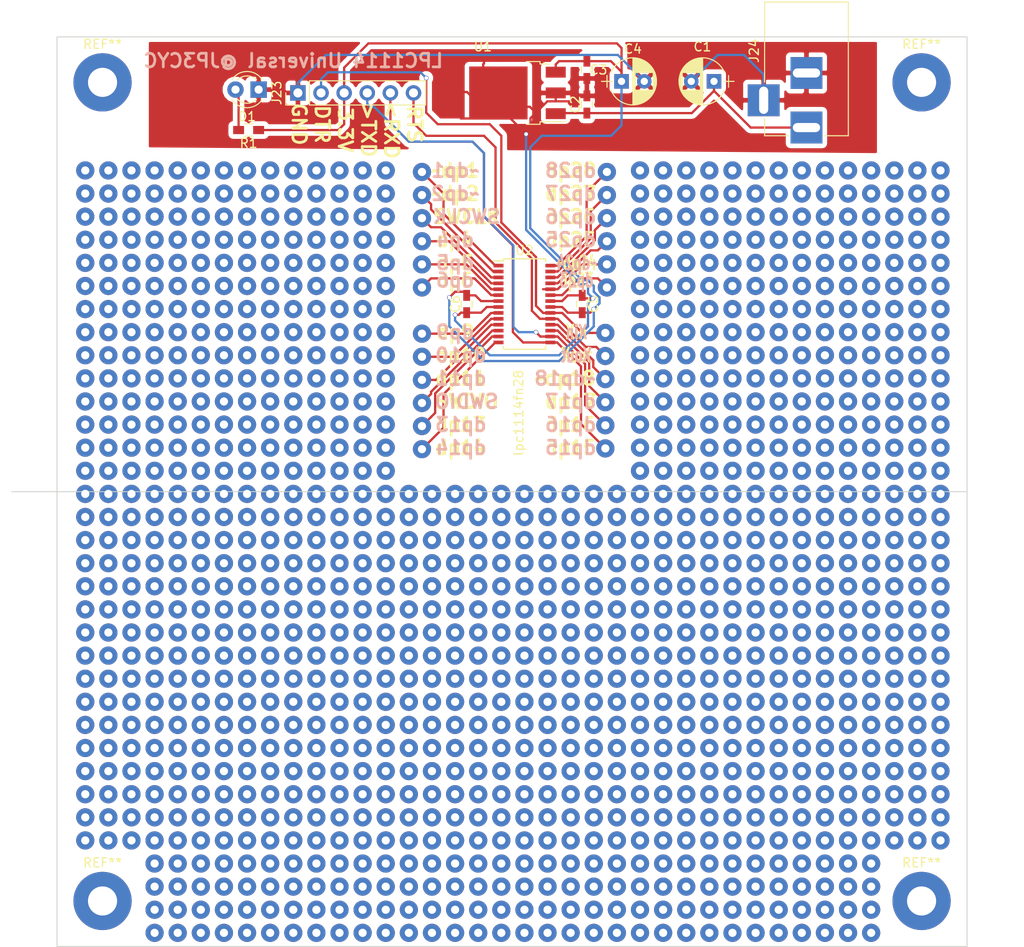
<source format=kicad_pcb>
(kicad_pcb (version 4) (host pcbnew 4.0.6)
  (layers (0 F.Cu signal) (31 B.Cu signal) (34 B.Paste user) (35 F.Paste user) (36 B.SilkS user) (37 F.SilkS user) (38 B.Mask user) (39 F.Mask user) (44 Edge.Cuts user))
  (net 0 "")
  (net 1 +5V)
  (net 2 GND)
  (net 3 +3V3)
  (net 4 "Net-(J1-Pad1)")
  (net 5 "Net-(J2-Pad1)")
  (net 6 "Net-(J3-Pad1)")
  (net 7 "Net-(J4-Pad1)")
  (net 8 "Net-(J5-Pad1)")
  (net 9 "Net-(J6-Pad1)")
  (net 10 "Net-(J7-Pad1)")
  (net 11 "Net-(J8-Pad1)")
  (net 12 "Net-(J9-Pad1)")
  (net 13 "Net-(J10-Pad1)")
  (net 14 "Net-(J11-Pad1)")
  (net 15 "Net-(J12-Pad1)")
  (net 16 "Net-(J13-Pad1)")
  (net 17 "Net-(J14-Pad1)")
  (net 18 "Net-(J15-Pad1)")
  (net 19 "Net-(J16-Pad1)")
  (net 20 "Net-(J17-Pad1)")
  (net 21 "Net-(J18-Pad1)")
  (net 22 "Net-(J19-Pad1)")
  (net 23 "Net-(J20-Pad1)")
  (net 24 "Net-(J21-Pad1)")
  (net 25 "Net-(J22-Pad1)")
  (net 26 "Net-(D1-Pad2)")
  (net 27 "Net-(J23-Pad2)")
  (net 28 "Net-(J23-Pad6)")
  (module pad:universal (layer F.Cu) (at 143.51 125.095)
    (fp_text reference "" hide)
    (fp_text value "" hide)
    (pad 1 thru_hole circle (at 0 0) (size 2 2) (drill 0.9) (layers *.Cu *.Mask))
  )
  (module pad:universal (layer F.Cu) (at 146.05 125.095)
    (fp_text reference "" hide)
    (fp_text value "" hide)
    (pad 1 thru_hole circle (at 0 0) (size 2 2) (drill 0.9) (layers *.Cu *.Mask))
  )
  (module pad:universal (layer F.Cu) (at 138.43 125.095)
    (fp_text reference "" hide)
    (fp_text value "" hide)
    (pad 1 thru_hole circle (at 0 0) (size 2 2) (drill 0.9) (layers *.Cu *.Mask))
  )
  (module pad:universal (layer F.Cu) (at 135.89 125.095)
    (fp_text reference "" hide)
    (fp_text value "" hide)
    (pad 1 thru_hole circle (at 0 0) (size 2 2) (drill 0.9) (layers *.Cu *.Mask))
  )
  (module pad:universal (layer F.Cu) (at 133.35 125.095)
    (fp_text reference "" hide)
    (fp_text value "" hide)
    (pad 1 thru_hole circle (at 0 0) (size 2 2) (drill 0.9) (layers *.Cu *.Mask))
  )
  (module pad:universal (layer F.Cu) (at 140.97 125.095)
    (fp_text reference "" hide)
    (fp_text value "" hide)
    (pad 1 thru_hole circle (at 0 0) (size 2 2) (drill 0.9) (layers *.Cu *.Mask))
  )
  (module pad:universal (layer F.Cu) (at 128.27 125.095)
    (fp_text reference "" hide)
    (fp_text value "" hide)
    (pad 1 thru_hole circle (at 0 0) (size 2 2) (drill 0.9) (layers *.Cu *.Mask))
  )
  (module pad:universal (layer F.Cu) (at 130.81 125.095)
    (fp_text reference "" hide)
    (fp_text value "" hide)
    (pad 1 thru_hole circle (at 0 0) (size 2 2) (drill 0.9) (layers *.Cu *.Mask))
  )
  (module pad:universal (layer F.Cu) (at 125.73 125.095)
    (fp_text reference "" hide)
    (fp_text value "" hide)
    (pad 1 thru_hole circle (at 0 0) (size 2 2) (drill 0.9) (layers *.Cu *.Mask))
  )
  (module pad:universal (layer F.Cu) (at 123.19 125.095)
    (fp_text reference "" hide)
    (fp_text value "" hide)
    (pad 1 thru_hole circle (at 0 0) (size 2 2) (drill 0.9) (layers *.Cu *.Mask))
  )
  (module pad:universal (layer F.Cu) (at 138.43 127.635)
    (fp_text reference "" hide)
    (fp_text value "" hide)
    (pad 1 thru_hole circle (at 0 0) (size 2 2) (drill 0.9) (layers *.Cu *.Mask))
  )
  (module pad:universal (layer F.Cu) (at 138.43 132.715)
    (fp_text reference "" hide)
    (fp_text value "" hide)
    (pad 1 thru_hole circle (at 0 0) (size 2 2) (drill 0.9) (layers *.Cu *.Mask))
  )
  (module pad:universal (layer F.Cu) (at 138.43 130.175)
    (fp_text reference "" hide)
    (fp_text value "" hide)
    (pad 1 thru_hole circle (at 0 0) (size 2 2) (drill 0.9) (layers *.Cu *.Mask))
  )
  (module pad:universal (layer F.Cu) (at 140.97 130.175)
    (fp_text reference "" hide)
    (fp_text value "" hide)
    (pad 1 thru_hole circle (at 0 0) (size 2 2) (drill 0.9) (layers *.Cu *.Mask))
  )
  (module pad:universal (layer F.Cu) (at 140.97 132.715)
    (fp_text reference "" hide)
    (fp_text value "" hide)
    (pad 1 thru_hole circle (at 0 0) (size 2 2) (drill 0.9) (layers *.Cu *.Mask))
  )
  (module pad:universal (layer F.Cu) (at 140.97 127.635)
    (fp_text reference "" hide)
    (fp_text value "" hide)
    (pad 1 thru_hole circle (at 0 0) (size 2 2) (drill 0.9) (layers *.Cu *.Mask))
  )
  (module pad:universal (layer F.Cu) (at 135.89 127.635)
    (fp_text reference "" hide)
    (fp_text value "" hide)
    (pad 1 thru_hole circle (at 0 0) (size 2 2) (drill 0.9) (layers *.Cu *.Mask))
  )
  (module pad:universal (layer F.Cu) (at 133.35 132.715)
    (fp_text reference "" hide)
    (fp_text value "" hide)
    (pad 1 thru_hole circle (at 0 0) (size 2 2) (drill 0.9) (layers *.Cu *.Mask))
  )
  (module pad:universal (layer F.Cu) (at 133.35 130.175)
    (fp_text reference "" hide)
    (fp_text value "" hide)
    (pad 1 thru_hole circle (at 0 0) (size 2 2) (drill 0.9) (layers *.Cu *.Mask))
  )
  (module pad:universal (layer F.Cu) (at 135.89 130.175)
    (fp_text reference "" hide)
    (fp_text value "" hide)
    (pad 1 thru_hole circle (at 0 0) (size 2 2) (drill 0.9) (layers *.Cu *.Mask))
  )
  (module pad:universal (layer F.Cu) (at 135.89 132.715)
    (fp_text reference "" hide)
    (fp_text value "" hide)
    (pad 1 thru_hole circle (at 0 0) (size 2 2) (drill 0.9) (layers *.Cu *.Mask))
  )
  (module pad:universal (layer F.Cu) (at 133.35 127.635)
    (fp_text reference "" hide)
    (fp_text value "" hide)
    (pad 1 thru_hole circle (at 0 0) (size 2 2) (drill 0.9) (layers *.Cu *.Mask))
  )
  (module pad:universal (layer F.Cu) (at 128.27 127.635)
    (fp_text reference "" hide)
    (fp_text value "" hide)
    (pad 1 thru_hole circle (at 0 0) (size 2 2) (drill 0.9) (layers *.Cu *.Mask))
  )
  (module pad:universal (layer F.Cu) (at 130.81 130.175)
    (fp_text reference "" hide)
    (fp_text value "" hide)
    (pad 1 thru_hole circle (at 0 0) (size 2 2) (drill 0.9) (layers *.Cu *.Mask))
  )
  (module pad:universal (layer F.Cu) (at 130.81 132.715)
    (fp_text reference "" hide)
    (fp_text value "" hide)
    (pad 1 thru_hole circle (at 0 0) (size 2 2) (drill 0.9) (layers *.Cu *.Mask))
  )
  (module pad:universal (layer F.Cu) (at 128.27 130.175)
    (fp_text reference "" hide)
    (fp_text value "" hide)
    (pad 1 thru_hole circle (at 0 0) (size 2 2) (drill 0.9) (layers *.Cu *.Mask))
  )
  (module pad:universal (layer F.Cu) (at 130.81 127.635)
    (fp_text reference "" hide)
    (fp_text value "" hide)
    (pad 1 thru_hole circle (at 0 0) (size 2 2) (drill 0.9) (layers *.Cu *.Mask))
  )
  (module pad:universal (layer F.Cu) (at 123.19 127.635)
    (fp_text reference "" hide)
    (fp_text value "" hide)
    (pad 1 thru_hole circle (at 0 0) (size 2 2) (drill 0.9) (layers *.Cu *.Mask))
  )
  (module pad:universal (layer F.Cu) (at 125.73 127.635)
    (fp_text reference "" hide)
    (fp_text value "" hide)
    (pad 1 thru_hole circle (at 0 0) (size 2 2) (drill 0.9) (layers *.Cu *.Mask))
  )
  (module pad:universal (layer F.Cu) (at 125.73 130.175)
    (fp_text reference "" hide)
    (fp_text value "" hide)
    (pad 1 thru_hole circle (at 0 0) (size 2 2) (drill 0.9) (layers *.Cu *.Mask))
  )
  (module pad:universal (layer F.Cu) (at 123.19 132.715)
    (fp_text reference "" hide)
    (fp_text value "" hide)
    (pad 1 thru_hole circle (at 0 0) (size 2 2) (drill 0.9) (layers *.Cu *.Mask))
  )
  (module pad:universal (layer F.Cu) (at 125.73 132.715)
    (fp_text reference "" hide)
    (fp_text value "" hide)
    (pad 1 thru_hole circle (at 0 0) (size 2 2) (drill 0.9) (layers *.Cu *.Mask))
  )
  (module pad:universal (layer F.Cu) (at 128.27 132.715)
    (fp_text reference "" hide)
    (fp_text value "" hide)
    (pad 1 thru_hole circle (at 0 0) (size 2 2) (drill 0.9) (layers *.Cu *.Mask))
  )
  (module pad:universal (layer F.Cu) (at 123.19 130.175)
    (fp_text reference "" hide)
    (fp_text value "" hide)
    (pad 1 thru_hole circle (at 0 0) (size 2 2) (drill 0.9) (layers *.Cu *.Mask))
  )
  (module pad:universal (layer F.Cu) (at 123.19 135.255)
    (fp_text reference "" hide)
    (fp_text value "" hide)
    (pad 1 thru_hole circle (at 0 0) (size 2 2) (drill 0.9) (layers *.Cu *.Mask))
  )
  (module pad:universal (layer F.Cu) (at 123.19 137.795)
    (fp_text reference "" hide)
    (fp_text value "" hide)
    (pad 1 thru_hole circle (at 0 0) (size 2 2) (drill 0.9) (layers *.Cu *.Mask))
  )
  (module pad:universal (layer F.Cu) (at 123.19 140.335)
    (fp_text reference "" hide)
    (fp_text value "" hide)
    (pad 1 thru_hole circle (at 0 0) (size 2 2) (drill 0.9) (layers *.Cu *.Mask))
  )
  (module pad:universal (layer F.Cu) (at 125.73 135.255)
    (fp_text reference "" hide)
    (fp_text value "" hide)
    (pad 1 thru_hole circle (at 0 0) (size 2 2) (drill 0.9) (layers *.Cu *.Mask))
  )
  (module pad:universal (layer F.Cu) (at 128.27 135.255)
    (fp_text reference "" hide)
    (fp_text value "" hide)
    (pad 1 thru_hole circle (at 0 0) (size 2 2) (drill 0.9) (layers *.Cu *.Mask))
  )
  (module pad:universal (layer F.Cu) (at 128.27 137.795)
    (fp_text reference "" hide)
    (fp_text value "" hide)
    (pad 1 thru_hole circle (at 0 0) (size 2 2) (drill 0.9) (layers *.Cu *.Mask))
  )
  (module pad:universal (layer F.Cu) (at 130.81 137.795)
    (fp_text reference "" hide)
    (fp_text value "" hide)
    (pad 1 thru_hole circle (at 0 0) (size 2 2) (drill 0.9) (layers *.Cu *.Mask))
  )
  (module pad:universal (layer F.Cu) (at 130.81 135.255)
    (fp_text reference "" hide)
    (fp_text value "" hide)
    (pad 1 thru_hole circle (at 0 0) (size 2 2) (drill 0.9) (layers *.Cu *.Mask))
  )
  (module pad:universal (layer F.Cu) (at 128.27 140.335)
    (fp_text reference "" hide)
    (fp_text value "" hide)
    (pad 1 thru_hole circle (at 0 0) (size 2 2) (drill 0.9) (layers *.Cu *.Mask))
  )
  (module pad:universal (layer F.Cu) (at 146.05 127.635)
    (fp_text reference "" hide)
    (fp_text value "" hide)
    (pad 1 thru_hole circle (at 0 0) (size 2 2) (drill 0.9) (layers *.Cu *.Mask))
  )
  (module pad:universal (layer F.Cu) (at 143.51 127.635)
    (fp_text reference "" hide)
    (fp_text value "" hide)
    (pad 1 thru_hole circle (at 0 0) (size 2 2) (drill 0.9) (layers *.Cu *.Mask))
  )
  (module pad:universal (layer F.Cu) (at 146.05 130.175)
    (fp_text reference "" hide)
    (fp_text value "" hide)
    (pad 1 thru_hole circle (at 0 0) (size 2 2) (drill 0.9) (layers *.Cu *.Mask))
  )
  (module pad:universal (layer F.Cu) (at 143.51 130.175)
    (fp_text reference "" hide)
    (fp_text value "" hide)
    (pad 1 thru_hole circle (at 0 0) (size 2 2) (drill 0.9) (layers *.Cu *.Mask))
  )
  (module pad:universal (layer F.Cu) (at 143.51 132.715)
    (fp_text reference "" hide)
    (fp_text value "" hide)
    (pad 1 thru_hole circle (at 0 0) (size 2 2) (drill 0.9) (layers *.Cu *.Mask))
  )
  (module pad:universal (layer F.Cu) (at 146.05 132.715)
    (fp_text reference "" hide)
    (fp_text value "" hide)
    (pad 1 thru_hole circle (at 0 0) (size 2 2) (drill 0.9) (layers *.Cu *.Mask))
  )
  (module pad:universal (layer F.Cu) (at 146.05 137.795)
    (fp_text reference "" hide)
    (fp_text value "" hide)
    (pad 1 thru_hole circle (at 0 0) (size 2 2) (drill 0.9) (layers *.Cu *.Mask))
  )
  (module pad:universal (layer F.Cu) (at 146.05 135.255)
    (fp_text reference "" hide)
    (fp_text value "" hide)
    (pad 1 thru_hole circle (at 0 0) (size 2 2) (drill 0.9) (layers *.Cu *.Mask))
  )
  (module pad:universal (layer F.Cu) (at 146.05 140.335)
    (fp_text reference "" hide)
    (fp_text value "" hide)
    (pad 1 thru_hole circle (at 0 0) (size 2 2) (drill 0.9) (layers *.Cu *.Mask))
  )
  (module pad:universal (layer F.Cu) (at 135.89 137.795)
    (fp_text reference "" hide)
    (fp_text value "" hide)
    (pad 1 thru_hole circle (at 0 0) (size 2 2) (drill 0.9) (layers *.Cu *.Mask))
  )
  (module pad:universal (layer F.Cu) (at 133.35 135.255)
    (fp_text reference "" hide)
    (fp_text value "" hide)
    (pad 1 thru_hole circle (at 0 0) (size 2 2) (drill 0.9) (layers *.Cu *.Mask))
  )
  (module pad:universal (layer F.Cu) (at 133.35 140.335)
    (fp_text reference "" hide)
    (fp_text value "" hide)
    (pad 1 thru_hole circle (at 0 0) (size 2 2) (drill 0.9) (layers *.Cu *.Mask))
  )
  (module pad:universal (layer F.Cu) (at 135.89 140.335)
    (fp_text reference "" hide)
    (fp_text value "" hide)
    (pad 1 thru_hole circle (at 0 0) (size 2 2) (drill 0.9) (layers *.Cu *.Mask))
  )
  (module pad:universal (layer F.Cu) (at 135.89 135.255)
    (fp_text reference "" hide)
    (fp_text value "" hide)
    (pad 1 thru_hole circle (at 0 0) (size 2 2) (drill 0.9) (layers *.Cu *.Mask))
  )
  (module pad:universal (layer F.Cu) (at 133.35 137.795)
    (fp_text reference "" hide)
    (fp_text value "" hide)
    (pad 1 thru_hole circle (at 0 0) (size 2 2) (drill 0.9) (layers *.Cu *.Mask))
  )
  (module pad:universal (layer F.Cu) (at 143.51 137.795)
    (fp_text reference "" hide)
    (fp_text value "" hide)
    (pad 1 thru_hole circle (at 0 0) (size 2 2) (drill 0.9) (layers *.Cu *.Mask))
  )
  (module pad:universal (layer F.Cu) (at 138.43 137.795)
    (fp_text reference "" hide)
    (fp_text value "" hide)
    (pad 1 thru_hole circle (at 0 0) (size 2 2) (drill 0.9) (layers *.Cu *.Mask))
  )
  (module pad:universal (layer F.Cu) (at 140.97 135.255)
    (fp_text reference "" hide)
    (fp_text value "" hide)
    (pad 1 thru_hole circle (at 0 0) (size 2 2) (drill 0.9) (layers *.Cu *.Mask))
  )
  (module pad:universal (layer F.Cu) (at 140.97 137.795)
    (fp_text reference "" hide)
    (fp_text value "" hide)
    (pad 1 thru_hole circle (at 0 0) (size 2 2) (drill 0.9) (layers *.Cu *.Mask))
  )
  (module pad:universal (layer F.Cu) (at 143.51 135.255)
    (fp_text reference "" hide)
    (fp_text value "" hide)
    (pad 1 thru_hole circle (at 0 0) (size 2 2) (drill 0.9) (layers *.Cu *.Mask))
  )
  (module pad:universal (layer F.Cu) (at 138.43 135.255)
    (fp_text reference "" hide)
    (fp_text value "" hide)
    (pad 1 thru_hole circle (at 0 0) (size 2 2) (drill 0.9) (layers *.Cu *.Mask))
  )
  (module pad:universal (layer F.Cu) (at 143.51 140.335)
    (fp_text reference "" hide)
    (fp_text value "" hide)
    (pad 1 thru_hole circle (at 0 0) (size 2 2) (drill 0.9) (layers *.Cu *.Mask))
  )
  (module pad:universal (layer F.Cu) (at 140.97 140.335)
    (fp_text reference "" hide)
    (fp_text value "" hide)
    (pad 1 thru_hole circle (at 0 0) (size 2 2) (drill 0.9) (layers *.Cu *.Mask))
  )
  (module pad:universal (layer F.Cu) (at 138.43 140.335)
    (fp_text reference "" hide)
    (fp_text value "" hide)
    (pad 1 thru_hole circle (at 0 0) (size 2 2) (drill 0.9) (layers *.Cu *.Mask))
  )
  (module pad:universal (layer F.Cu) (at 125.73 137.795)
    (fp_text reference "" hide)
    (fp_text value "" hide)
    (pad 1 thru_hole circle (at 0 0) (size 2 2) (drill 0.9) (layers *.Cu *.Mask))
  )
  (module pad:universal (layer F.Cu) (at 125.73 140.335)
    (fp_text reference "" hide)
    (fp_text value "" hide)
    (pad 1 thru_hole circle (at 0 0) (size 2 2) (drill 0.9) (layers *.Cu *.Mask))
  )
  (module pad:universal (layer F.Cu) (at 130.81 140.335)
    (fp_text reference "" hide)
    (fp_text value "" hide)
    (pad 1 thru_hole circle (at 0 0) (size 2 2) (drill 0.9) (layers *.Cu *.Mask))
  )
  (module pad:universal (layer F.Cu) (at 151.13 89.535)
    (fp_text reference "" hide)
    (fp_text value "" hide)
    (pad 1 thru_hole circle (at 0 0) (size 2 2) (drill 0.9) (layers *.Cu *.Mask))
  )
  (module pad:universal (layer F.Cu) (at 153.67 89.535)
    (fp_text reference "" hide)
    (fp_text value "" hide)
    (pad 1 thru_hole circle (at 0 0) (size 2 2) (drill 0.9) (layers *.Cu *.Mask))
  )
  (module pad:universal (layer F.Cu) (at 161.29 89.535)
    (fp_text reference "" hide)
    (fp_text value "" hide)
    (pad 1 thru_hole circle (at 0 0) (size 2 2) (drill 0.9) (layers *.Cu *.Mask))
  )
  (module pad:universal (layer F.Cu) (at 156.21 89.535)
    (fp_text reference "" hide)
    (fp_text value "" hide)
    (pad 1 thru_hole circle (at 0 0) (size 2 2) (drill 0.9) (layers *.Cu *.Mask))
  )
  (module pad:universal (layer F.Cu) (at 158.75 89.535)
    (fp_text reference "" hide)
    (fp_text value "" hide)
    (pad 1 thru_hole circle (at 0 0) (size 2 2) (drill 0.9) (layers *.Cu *.Mask))
  )
  (module pad:universal (layer F.Cu) (at 148.59 89.535)
    (fp_text reference "" hide)
    (fp_text value "" hide)
    (pad 1 thru_hole circle (at 0 0) (size 2 2) (drill 0.9) (layers *.Cu *.Mask))
  )
  (module pad:universal (layer F.Cu) (at 156.21 92.075)
    (fp_text reference "" hide)
    (fp_text value "" hide)
    (pad 1 thru_hole circle (at 0 0) (size 2 2) (drill 0.9) (layers *.Cu *.Mask))
  )
  (module pad:universal (layer F.Cu) (at 151.13 92.075)
    (fp_text reference "" hide)
    (fp_text value "" hide)
    (pad 1 thru_hole circle (at 0 0) (size 2 2) (drill 0.9) (layers *.Cu *.Mask))
  )
  (module pad:universal (layer F.Cu) (at 153.67 92.075)
    (fp_text reference "" hide)
    (fp_text value "" hide)
    (pad 1 thru_hole circle (at 0 0) (size 2 2) (drill 0.9) (layers *.Cu *.Mask))
  )
  (module pad:universal (layer F.Cu) (at 148.59 92.075)
    (fp_text reference "" hide)
    (fp_text value "" hide)
    (pad 1 thru_hole circle (at 0 0) (size 2 2) (drill 0.9) (layers *.Cu *.Mask))
  )
  (module pad:universal (layer F.Cu) (at 158.75 92.075)
    (fp_text reference "" hide)
    (fp_text value "" hide)
    (pad 1 thru_hole circle (at 0 0) (size 2 2) (drill 0.9) (layers *.Cu *.Mask))
  )
  (module pad:universal (layer F.Cu) (at 161.29 92.075)
    (fp_text reference "" hide)
    (fp_text value "" hide)
    (pad 1 thru_hole circle (at 0 0) (size 2 2) (drill 0.9) (layers *.Cu *.Mask))
  )
  (module pad:universal (layer F.Cu) (at 168.91 92.075)
    (fp_text reference "" hide)
    (fp_text value "" hide)
    (pad 1 thru_hole circle (at 0 0) (size 2 2) (drill 0.9) (layers *.Cu *.Mask))
  )
  (module pad:universal (layer F.Cu) (at 171.45 92.075)
    (fp_text reference "" hide)
    (fp_text value "" hide)
    (pad 1 thru_hole circle (at 0 0) (size 2 2) (drill 0.9) (layers *.Cu *.Mask))
  )
  (module pad:universal (layer F.Cu) (at 166.37 89.535)
    (fp_text reference "" hide)
    (fp_text value "" hide)
    (pad 1 thru_hole circle (at 0 0) (size 2 2) (drill 0.9) (layers *.Cu *.Mask))
  )
  (module pad:universal (layer F.Cu) (at 163.83 89.535)
    (fp_text reference "" hide)
    (fp_text value "" hide)
    (pad 1 thru_hole circle (at 0 0) (size 2 2) (drill 0.9) (layers *.Cu *.Mask))
  )
  (module pad:universal (layer F.Cu) (at 166.37 92.075)
    (fp_text reference "" hide)
    (fp_text value "" hide)
    (pad 1 thru_hole circle (at 0 0) (size 2 2) (drill 0.9) (layers *.Cu *.Mask))
  )
  (module pad:universal (layer F.Cu) (at 163.83 92.075)
    (fp_text reference "" hide)
    (fp_text value "" hide)
    (pad 1 thru_hole circle (at 0 0) (size 2 2) (drill 0.9) (layers *.Cu *.Mask))
  )
  (module pad:universal (layer F.Cu) (at 179.07 92.075)
    (fp_text reference "" hide)
    (fp_text value "" hide)
    (pad 1 thru_hole circle (at 0 0) (size 2 2) (drill 0.9) (layers *.Cu *.Mask))
  )
  (module pad:universal (layer F.Cu) (at 181.61 92.075)
    (fp_text reference "" hide)
    (fp_text value "" hide)
    (pad 1 thru_hole circle (at 0 0) (size 2 2) (drill 0.9) (layers *.Cu *.Mask))
  )
  (module pad:universal (layer F.Cu) (at 176.53 92.075)
    (fp_text reference "" hide)
    (fp_text value "" hide)
    (pad 1 thru_hole circle (at 0 0) (size 2 2) (drill 0.9) (layers *.Cu *.Mask))
  )
  (module pad:universal (layer F.Cu) (at 173.99 92.075)
    (fp_text reference "" hide)
    (fp_text value "" hide)
    (pad 1 thru_hole circle (at 0 0) (size 2 2) (drill 0.9) (layers *.Cu *.Mask))
  )
  (module pad:universal (layer F.Cu) (at 168.91 89.535)
    (fp_text reference "" hide)
    (fp_text value "" hide)
    (pad 1 thru_hole circle (at 0 0) (size 2 2) (drill 0.9) (layers *.Cu *.Mask))
  )
  (module pad:universal (layer F.Cu) (at 179.07 89.535)
    (fp_text reference "" hide)
    (fp_text value "" hide)
    (pad 1 thru_hole circle (at 0 0) (size 2 2) (drill 0.9) (layers *.Cu *.Mask))
  )
  (module pad:universal (layer F.Cu) (at 181.61 89.535)
    (fp_text reference "" hide)
    (fp_text value "" hide)
    (pad 1 thru_hole circle (at 0 0) (size 2 2) (drill 0.9) (layers *.Cu *.Mask))
  )
  (module pad:universal (layer F.Cu) (at 171.45 89.535)
    (fp_text reference "" hide)
    (fp_text value "" hide)
    (pad 1 thru_hole circle (at 0 0) (size 2 2) (drill 0.9) (layers *.Cu *.Mask))
  )
  (module pad:universal (layer F.Cu) (at 173.99 89.535)
    (fp_text reference "" hide)
    (fp_text value "" hide)
    (pad 1 thru_hole circle (at 0 0) (size 2 2) (drill 0.9) (layers *.Cu *.Mask))
  )
  (module pad:universal (layer F.Cu) (at 176.53 89.535)
    (fp_text reference "" hide)
    (fp_text value "" hide)
    (pad 1 thru_hole circle (at 0 0) (size 2 2) (drill 0.9) (layers *.Cu *.Mask))
  )
  (module pad:universal (layer F.Cu) (at 97.79 92.075)
    (fp_text reference "" hide)
    (fp_text value "" hide)
    (pad 1 thru_hole circle (at 0 0) (size 2 2) (drill 0.9) (layers *.Cu *.Mask))
  )
  (module pad:universal (layer F.Cu) (at 87.63 89.535)
    (fp_text reference "" hide)
    (fp_text value "" hide)
    (pad 1 thru_hole circle (at 0 0) (size 2 2) (drill 0.9) (layers *.Cu *.Mask))
  )
  (module pad:universal (layer F.Cu) (at 90.17 89.535)
    (fp_text reference "" hide)
    (fp_text value "" hide)
    (pad 1 thru_hole circle (at 0 0) (size 2 2) (drill 0.9) (layers *.Cu *.Mask))
  )
  (module pad:universal (layer F.Cu) (at 92.71 89.535)
    (fp_text reference "" hide)
    (fp_text value "" hide)
    (pad 1 thru_hole circle (at 0 0) (size 2 2) (drill 0.9) (layers *.Cu *.Mask))
  )
  (module pad:universal (layer F.Cu) (at 95.25 92.075)
    (fp_text reference "" hide)
    (fp_text value "" hide)
    (pad 1 thru_hole circle (at 0 0) (size 2 2) (drill 0.9) (layers *.Cu *.Mask))
  )
  (module pad:universal (layer F.Cu) (at 95.25 89.535)
    (fp_text reference "" hide)
    (fp_text value "" hide)
    (pad 1 thru_hole circle (at 0 0) (size 2 2) (drill 0.9) (layers *.Cu *.Mask))
  )
  (module pad:universal (layer F.Cu) (at 100.33 89.535)
    (fp_text reference "" hide)
    (fp_text value "" hide)
    (pad 1 thru_hole circle (at 0 0) (size 2 2) (drill 0.9) (layers *.Cu *.Mask))
  )
  (module pad:universal (layer F.Cu) (at 97.79 89.535)
    (fp_text reference "" hide)
    (fp_text value "" hide)
    (pad 1 thru_hole circle (at 0 0) (size 2 2) (drill 0.9) (layers *.Cu *.Mask))
  )
  (module pad:universal (layer F.Cu) (at 100.33 92.075)
    (fp_text reference "" hide)
    (fp_text value "" hide)
    (pad 1 thru_hole circle (at 0 0) (size 2 2) (drill 0.9) (layers *.Cu *.Mask))
  )
  (module pad:universal (layer F.Cu) (at 92.71 92.075)
    (fp_text reference "" hide)
    (fp_text value "" hide)
    (pad 1 thru_hole circle (at 0 0) (size 2 2) (drill 0.9) (layers *.Cu *.Mask))
  )
  (module pad:universal (layer F.Cu) (at 87.63 92.075)
    (fp_text reference "" hide)
    (fp_text value "" hide)
    (pad 1 thru_hole circle (at 0 0) (size 2 2) (drill 0.9) (layers *.Cu *.Mask))
  )
  (module pad:universal (layer F.Cu) (at 90.17 92.075)
    (fp_text reference "" hide)
    (fp_text value "" hide)
    (pad 1 thru_hole circle (at 0 0) (size 2 2) (drill 0.9) (layers *.Cu *.Mask))
  )
  (module pad:universal (layer F.Cu) (at 110.49 89.535)
    (fp_text reference "" hide)
    (fp_text value "" hide)
    (pad 1 thru_hole circle (at 0 0) (size 2 2) (drill 0.9) (layers *.Cu *.Mask))
  )
  (module pad:universal (layer F.Cu) (at 110.49 92.075)
    (fp_text reference "" hide)
    (fp_text value "" hide)
    (pad 1 thru_hole circle (at 0 0) (size 2 2) (drill 0.9) (layers *.Cu *.Mask))
  )
  (module pad:universal (layer F.Cu) (at 107.95 89.535)
    (fp_text reference "" hide)
    (fp_text value "" hide)
    (pad 1 thru_hole circle (at 0 0) (size 2 2) (drill 0.9) (layers *.Cu *.Mask))
  )
  (module pad:universal (layer F.Cu) (at 107.95 92.075)
    (fp_text reference "" hide)
    (fp_text value "" hide)
    (pad 1 thru_hole circle (at 0 0) (size 2 2) (drill 0.9) (layers *.Cu *.Mask))
  )
  (module pad:universal (layer F.Cu) (at 118.11 92.075)
    (fp_text reference "" hide)
    (fp_text value "" hide)
    (pad 1 thru_hole circle (at 0 0) (size 2 2) (drill 0.9) (layers *.Cu *.Mask))
  )
  (module pad:universal (layer F.Cu) (at 120.65 92.075)
    (fp_text reference "" hide)
    (fp_text value "" hide)
    (pad 1 thru_hole circle (at 0 0) (size 2 2) (drill 0.9) (layers *.Cu *.Mask))
  )
  (module pad:universal (layer F.Cu) (at 120.65 89.535)
    (fp_text reference "" hide)
    (fp_text value "" hide)
    (pad 1 thru_hole circle (at 0 0) (size 2 2) (drill 0.9) (layers *.Cu *.Mask))
  )
  (module pad:universal (layer F.Cu) (at 118.11 89.535)
    (fp_text reference "" hide)
    (fp_text value "" hide)
    (pad 1 thru_hole circle (at 0 0) (size 2 2) (drill 0.9) (layers *.Cu *.Mask))
  )
  (module pad:universal (layer F.Cu) (at 102.87 92.075)
    (fp_text reference "" hide)
    (fp_text value "" hide)
    (pad 1 thru_hole circle (at 0 0) (size 2 2) (drill 0.9) (layers *.Cu *.Mask))
  )
  (module pad:universal (layer F.Cu) (at 102.87 89.535)
    (fp_text reference "" hide)
    (fp_text value "" hide)
    (pad 1 thru_hole circle (at 0 0) (size 2 2) (drill 0.9) (layers *.Cu *.Mask))
  )
  (module pad:universal (layer F.Cu) (at 105.41 92.075)
    (fp_text reference "" hide)
    (fp_text value "" hide)
    (pad 1 thru_hole circle (at 0 0) (size 2 2) (drill 0.9) (layers *.Cu *.Mask))
  )
  (module pad:universal (layer F.Cu) (at 105.41 89.535)
    (fp_text reference "" hide)
    (fp_text value "" hide)
    (pad 1 thru_hole circle (at 0 0) (size 2 2) (drill 0.9) (layers *.Cu *.Mask))
  )
  (module pad:universal (layer F.Cu) (at 113.03 89.535)
    (fp_text reference "" hide)
    (fp_text value "" hide)
    (pad 1 thru_hole circle (at 0 0) (size 2 2) (drill 0.9) (layers *.Cu *.Mask))
  )
  (module pad:universal (layer F.Cu) (at 113.03 92.075)
    (fp_text reference "" hide)
    (fp_text value "" hide)
    (pad 1 thru_hole circle (at 0 0) (size 2 2) (drill 0.9) (layers *.Cu *.Mask))
  )
  (module pad:universal (layer F.Cu) (at 115.57 92.075)
    (fp_text reference "" hide)
    (fp_text value "" hide)
    (pad 1 thru_hole circle (at 0 0) (size 2 2) (drill 0.9) (layers *.Cu *.Mask))
  )
  (module pad:universal (layer F.Cu) (at 115.57 89.535)
    (fp_text reference "" hide)
    (fp_text value "" hide)
    (pad 1 thru_hole circle (at 0 0) (size 2 2) (drill 0.9) (layers *.Cu *.Mask))
  )
  (module pad:universal (layer F.Cu) (at 168.91 168.275)
    (fp_text reference "" hide)
    (fp_text value "" hide)
    (pad 1 thru_hole circle (at 0 0) (size 2 2) (drill 0.9) (layers *.Cu *.Mask))
  )
  (module pad:universal (layer F.Cu) (at 166.37 168.275)
    (fp_text reference "" hide)
    (fp_text value "" hide)
    (pad 1 thru_hole circle (at 0 0) (size 2 2) (drill 0.9) (layers *.Cu *.Mask))
  )
  (module pad:universal (layer F.Cu) (at 168.91 170.815)
    (fp_text reference "" hide)
    (fp_text value "" hide)
    (pad 1 thru_hole circle (at 0 0) (size 2 2) (drill 0.9) (layers *.Cu *.Mask))
  )
  (module pad:universal (layer F.Cu) (at 166.37 170.815)
    (fp_text reference "" hide)
    (fp_text value "" hide)
    (pad 1 thru_hole circle (at 0 0) (size 2 2) (drill 0.9) (layers *.Cu *.Mask))
  )
  (module pad:universal (layer F.Cu) (at 168.91 173.355)
    (fp_text reference "" hide)
    (fp_text value "" hide)
    (pad 1 thru_hole circle (at 0 0) (size 2 2) (drill 0.9) (layers *.Cu *.Mask))
  )
  (module pad:universal (layer F.Cu) (at 166.37 173.355)
    (fp_text reference "" hide)
    (fp_text value "" hide)
    (pad 1 thru_hole circle (at 0 0) (size 2 2) (drill 0.9) (layers *.Cu *.Mask))
  )
  (module pad:universal (layer F.Cu) (at 173.99 173.355)
    (fp_text reference "" hide)
    (fp_text value "" hide)
    (pad 1 thru_hole circle (at 0 0) (size 2 2) (drill 0.9) (layers *.Cu *.Mask))
  )
  (module pad:universal (layer F.Cu) (at 171.45 170.815)
    (fp_text reference "" hide)
    (fp_text value "" hide)
    (pad 1 thru_hole circle (at 0 0) (size 2 2) (drill 0.9) (layers *.Cu *.Mask))
  )
  (module pad:universal (layer F.Cu) (at 171.45 173.355)
    (fp_text reference "" hide)
    (fp_text value "" hide)
    (pad 1 thru_hole circle (at 0 0) (size 2 2) (drill 0.9) (layers *.Cu *.Mask))
  )
  (module pad:universal (layer F.Cu) (at 171.45 168.275)
    (fp_text reference "" hide)
    (fp_text value "" hide)
    (pad 1 thru_hole circle (at 0 0) (size 2 2) (drill 0.9) (layers *.Cu *.Mask))
  )
  (module pad:universal (layer F.Cu) (at 173.99 170.815)
    (fp_text reference "" hide)
    (fp_text value "" hide)
    (pad 1 thru_hole circle (at 0 0) (size 2 2) (drill 0.9) (layers *.Cu *.Mask))
  )
  (module pad:universal (layer F.Cu) (at 173.99 168.275)
    (fp_text reference "" hide)
    (fp_text value "" hide)
    (pad 1 thru_hole circle (at 0 0) (size 2 2) (drill 0.9) (layers *.Cu *.Mask))
  )
  (module pad:universal (layer F.Cu) (at 146.05 168.275)
    (fp_text reference "" hide)
    (fp_text value "" hide)
    (pad 1 thru_hole circle (at 0 0) (size 2 2) (drill 0.9) (layers *.Cu *.Mask))
  )
  (module pad:universal (layer F.Cu) (at 146.05 173.355)
    (fp_text reference "" hide)
    (fp_text value "" hide)
    (pad 1 thru_hole circle (at 0 0) (size 2 2) (drill 0.9) (layers *.Cu *.Mask))
  )
  (module pad:universal (layer F.Cu) (at 148.59 173.355)
    (fp_text reference "" hide)
    (fp_text value "" hide)
    (pad 1 thru_hole circle (at 0 0) (size 2 2) (drill 0.9) (layers *.Cu *.Mask))
  )
  (module pad:universal (layer F.Cu) (at 146.05 170.815)
    (fp_text reference "" hide)
    (fp_text value "" hide)
    (pad 1 thru_hole circle (at 0 0) (size 2 2) (drill 0.9) (layers *.Cu *.Mask))
  )
  (module pad:universal (layer F.Cu) (at 143.51 173.355)
    (fp_text reference "" hide)
    (fp_text value "" hide)
    (pad 1 thru_hole circle (at 0 0) (size 2 2) (drill 0.9) (layers *.Cu *.Mask))
  )
  (module pad:universal (layer F.Cu) (at 148.59 168.275)
    (fp_text reference "" hide)
    (fp_text value "" hide)
    (pad 1 thru_hole circle (at 0 0) (size 2 2) (drill 0.9) (layers *.Cu *.Mask))
  )
  (module pad:universal (layer F.Cu) (at 148.59 170.815)
    (fp_text reference "" hide)
    (fp_text value "" hide)
    (pad 1 thru_hole circle (at 0 0) (size 2 2) (drill 0.9) (layers *.Cu *.Mask))
  )
  (module pad:universal (layer F.Cu) (at 133.35 173.355)
    (fp_text reference "" hide)
    (fp_text value "" hide)
    (pad 1 thru_hole circle (at 0 0) (size 2 2) (drill 0.9) (layers *.Cu *.Mask))
  )
  (module pad:universal (layer F.Cu) (at 135.89 168.275)
    (fp_text reference "" hide)
    (fp_text value "" hide)
    (pad 1 thru_hole circle (at 0 0) (size 2 2) (drill 0.9) (layers *.Cu *.Mask))
  )
  (module pad:universal (layer F.Cu) (at 133.35 170.815)
    (fp_text reference "" hide)
    (fp_text value "" hide)
    (pad 1 thru_hole circle (at 0 0) (size 2 2) (drill 0.9) (layers *.Cu *.Mask))
  )
  (module pad:universal (layer F.Cu) (at 135.89 170.815)
    (fp_text reference "" hide)
    (fp_text value "" hide)
    (pad 1 thru_hole circle (at 0 0) (size 2 2) (drill 0.9) (layers *.Cu *.Mask))
  )
  (module pad:universal (layer F.Cu) (at 138.43 173.355)
    (fp_text reference "" hide)
    (fp_text value "" hide)
    (pad 1 thru_hole circle (at 0 0) (size 2 2) (drill 0.9) (layers *.Cu *.Mask))
  )
  (module pad:universal (layer F.Cu) (at 133.35 168.275)
    (fp_text reference "" hide)
    (fp_text value "" hide)
    (pad 1 thru_hole circle (at 0 0) (size 2 2) (drill 0.9) (layers *.Cu *.Mask))
  )
  (module pad:universal (layer F.Cu) (at 138.43 170.815)
    (fp_text reference "" hide)
    (fp_text value "" hide)
    (pad 1 thru_hole circle (at 0 0) (size 2 2) (drill 0.9) (layers *.Cu *.Mask))
  )
  (module pad:universal (layer F.Cu) (at 135.89 173.355)
    (fp_text reference "" hide)
    (fp_text value "" hide)
    (pad 1 thru_hole circle (at 0 0) (size 2 2) (drill 0.9) (layers *.Cu *.Mask))
  )
  (module pad:universal (layer F.Cu) (at 138.43 168.275)
    (fp_text reference "" hide)
    (fp_text value "" hide)
    (pad 1 thru_hole circle (at 0 0) (size 2 2) (drill 0.9) (layers *.Cu *.Mask))
  )
  (module pad:universal (layer F.Cu) (at 140.97 173.355)
    (fp_text reference "" hide)
    (fp_text value "" hide)
    (pad 1 thru_hole circle (at 0 0) (size 2 2) (drill 0.9) (layers *.Cu *.Mask))
  )
  (module pad:universal (layer F.Cu) (at 140.97 168.275)
    (fp_text reference "" hide)
    (fp_text value "" hide)
    (pad 1 thru_hole circle (at 0 0) (size 2 2) (drill 0.9) (layers *.Cu *.Mask))
  )
  (module pad:universal (layer F.Cu) (at 143.51 168.275)
    (fp_text reference "" hide)
    (fp_text value "" hide)
    (pad 1 thru_hole circle (at 0 0) (size 2 2) (drill 0.9) (layers *.Cu *.Mask))
  )
  (module pad:universal (layer F.Cu) (at 143.51 170.815)
    (fp_text reference "" hide)
    (fp_text value "" hide)
    (pad 1 thru_hole circle (at 0 0) (size 2 2) (drill 0.9) (layers *.Cu *.Mask))
  )
  (module pad:universal (layer F.Cu) (at 140.97 170.815)
    (fp_text reference "" hide)
    (fp_text value "" hide)
    (pad 1 thru_hole circle (at 0 0) (size 2 2) (drill 0.9) (layers *.Cu *.Mask))
  )
  (module pad:universal (layer F.Cu) (at 158.75 170.815)
    (fp_text reference "" hide)
    (fp_text value "" hide)
    (pad 1 thru_hole circle (at 0 0) (size 2 2) (drill 0.9) (layers *.Cu *.Mask))
  )
  (module pad:universal (layer F.Cu) (at 161.29 168.275)
    (fp_text reference "" hide)
    (fp_text value "" hide)
    (pad 1 thru_hole circle (at 0 0) (size 2 2) (drill 0.9) (layers *.Cu *.Mask))
  )
  (module pad:universal (layer F.Cu) (at 158.75 173.355)
    (fp_text reference "" hide)
    (fp_text value "" hide)
    (pad 1 thru_hole circle (at 0 0) (size 2 2) (drill 0.9) (layers *.Cu *.Mask))
  )
  (module pad:universal (layer F.Cu) (at 158.75 168.275)
    (fp_text reference "" hide)
    (fp_text value "" hide)
    (pad 1 thru_hole circle (at 0 0) (size 2 2) (drill 0.9) (layers *.Cu *.Mask))
  )
  (module pad:universal (layer F.Cu) (at 151.13 173.355)
    (fp_text reference "" hide)
    (fp_text value "" hide)
    (pad 1 thru_hole circle (at 0 0) (size 2 2) (drill 0.9) (layers *.Cu *.Mask))
  )
  (module pad:universal (layer F.Cu) (at 156.21 173.355)
    (fp_text reference "" hide)
    (fp_text value "" hide)
    (pad 1 thru_hole circle (at 0 0) (size 2 2) (drill 0.9) (layers *.Cu *.Mask))
  )
  (module pad:universal (layer F.Cu) (at 153.67 170.815)
    (fp_text reference "" hide)
    (fp_text value "" hide)
    (pad 1 thru_hole circle (at 0 0) (size 2 2) (drill 0.9) (layers *.Cu *.Mask))
  )
  (module pad:universal (layer F.Cu) (at 151.13 170.815)
    (fp_text reference "" hide)
    (fp_text value "" hide)
    (pad 1 thru_hole circle (at 0 0) (size 2 2) (drill 0.9) (layers *.Cu *.Mask))
  )
  (module pad:universal (layer F.Cu) (at 153.67 173.355)
    (fp_text reference "" hide)
    (fp_text value "" hide)
    (pad 1 thru_hole circle (at 0 0) (size 2 2) (drill 0.9) (layers *.Cu *.Mask))
  )
  (module pad:universal (layer F.Cu) (at 156.21 170.815)
    (fp_text reference "" hide)
    (fp_text value "" hide)
    (pad 1 thru_hole circle (at 0 0) (size 2 2) (drill 0.9) (layers *.Cu *.Mask))
  )
  (module pad:universal (layer F.Cu) (at 151.13 168.275)
    (fp_text reference "" hide)
    (fp_text value "" hide)
    (pad 1 thru_hole circle (at 0 0) (size 2 2) (drill 0.9) (layers *.Cu *.Mask))
  )
  (module pad:universal (layer F.Cu) (at 156.21 168.275)
    (fp_text reference "" hide)
    (fp_text value "" hide)
    (pad 1 thru_hole circle (at 0 0) (size 2 2) (drill 0.9) (layers *.Cu *.Mask))
  )
  (module pad:universal (layer F.Cu) (at 153.67 168.275)
    (fp_text reference "" hide)
    (fp_text value "" hide)
    (pad 1 thru_hole circle (at 0 0) (size 2 2) (drill 0.9) (layers *.Cu *.Mask))
  )
  (module pad:universal (layer F.Cu) (at 163.83 173.355)
    (fp_text reference "" hide)
    (fp_text value "" hide)
    (pad 1 thru_hole circle (at 0 0) (size 2 2) (drill 0.9) (layers *.Cu *.Mask))
  )
  (module pad:universal (layer F.Cu) (at 161.29 173.355)
    (fp_text reference "" hide)
    (fp_text value "" hide)
    (pad 1 thru_hole circle (at 0 0) (size 2 2) (drill 0.9) (layers *.Cu *.Mask))
  )
  (module pad:universal (layer F.Cu) (at 163.83 170.815)
    (fp_text reference "" hide)
    (fp_text value "" hide)
    (pad 1 thru_hole circle (at 0 0) (size 2 2) (drill 0.9) (layers *.Cu *.Mask))
  )
  (module pad:universal (layer F.Cu) (at 161.29 170.815)
    (fp_text reference "" hide)
    (fp_text value "" hide)
    (pad 1 thru_hole circle (at 0 0) (size 2 2) (drill 0.9) (layers *.Cu *.Mask))
  )
  (module pad:universal (layer F.Cu) (at 163.83 168.275)
    (fp_text reference "" hide)
    (fp_text value "" hide)
    (pad 1 thru_hole circle (at 0 0) (size 2 2) (drill 0.9) (layers *.Cu *.Mask))
  )
  (module pad:universal (layer F.Cu) (at 95.25 168.275)
    (fp_text reference "" hide)
    (fp_text value "" hide)
    (pad 1 thru_hole circle (at 0 0) (size 2 2) (drill 0.9) (layers *.Cu *.Mask))
  )
  (module pad:universal (layer F.Cu) (at 97.79 168.275)
    (fp_text reference "" hide)
    (fp_text value "" hide)
    (pad 1 thru_hole circle (at 0 0) (size 2 2) (drill 0.9) (layers *.Cu *.Mask))
  )
  (module pad:universal (layer F.Cu) (at 95.25 170.815)
    (fp_text reference "" hide)
    (fp_text value "" hide)
    (pad 1 thru_hole circle (at 0 0) (size 2 2) (drill 0.9) (layers *.Cu *.Mask))
  )
  (module pad:universal (layer F.Cu) (at 97.79 170.815)
    (fp_text reference "" hide)
    (fp_text value "" hide)
    (pad 1 thru_hole circle (at 0 0) (size 2 2) (drill 0.9) (layers *.Cu *.Mask))
  )
  (module pad:universal (layer F.Cu) (at 97.79 173.355)
    (fp_text reference "" hide)
    (fp_text value "" hide)
    (pad 1 thru_hole circle (at 0 0) (size 2 2) (drill 0.9) (layers *.Cu *.Mask))
  )
  (module pad:universal (layer F.Cu) (at 95.25 173.355)
    (fp_text reference "" hide)
    (fp_text value "" hide)
    (pad 1 thru_hole circle (at 0 0) (size 2 2) (drill 0.9) (layers *.Cu *.Mask))
  )
  (module pad:universal (layer F.Cu) (at 113.03 173.355)
    (fp_text reference "" hide)
    (fp_text value "" hide)
    (pad 1 thru_hole circle (at 0 0) (size 2 2) (drill 0.9) (layers *.Cu *.Mask))
  )
  (module pad:universal (layer F.Cu) (at 113.03 170.815)
    (fp_text reference "" hide)
    (fp_text value "" hide)
    (pad 1 thru_hole circle (at 0 0) (size 2 2) (drill 0.9) (layers *.Cu *.Mask))
  )
  (module pad:universal (layer F.Cu) (at 115.57 170.815)
    (fp_text reference "" hide)
    (fp_text value "" hide)
    (pad 1 thru_hole circle (at 0 0) (size 2 2) (drill 0.9) (layers *.Cu *.Mask))
  )
  (module pad:universal (layer F.Cu) (at 115.57 173.355)
    (fp_text reference "" hide)
    (fp_text value "" hide)
    (pad 1 thru_hole circle (at 0 0) (size 2 2) (drill 0.9) (layers *.Cu *.Mask))
  )
  (module pad:universal (layer F.Cu) (at 115.57 168.275)
    (fp_text reference "" hide)
    (fp_text value "" hide)
    (pad 1 thru_hole circle (at 0 0) (size 2 2) (drill 0.9) (layers *.Cu *.Mask))
  )
  (module pad:universal (layer F.Cu) (at 113.03 168.275)
    (fp_text reference "" hide)
    (fp_text value "" hide)
    (pad 1 thru_hole circle (at 0 0) (size 2 2) (drill 0.9) (layers *.Cu *.Mask))
  )
  (module pad:universal (layer F.Cu) (at 110.49 168.275)
    (fp_text reference "" hide)
    (fp_text value "" hide)
    (pad 1 thru_hole circle (at 0 0) (size 2 2) (drill 0.9) (layers *.Cu *.Mask))
  )
  (module pad:universal (layer F.Cu) (at 107.95 168.275)
    (fp_text reference "" hide)
    (fp_text value "" hide)
    (pad 1 thru_hole circle (at 0 0) (size 2 2) (drill 0.9) (layers *.Cu *.Mask))
  )
  (module pad:universal (layer F.Cu) (at 105.41 168.275)
    (fp_text reference "" hide)
    (fp_text value "" hide)
    (pad 1 thru_hole circle (at 0 0) (size 2 2) (drill 0.9) (layers *.Cu *.Mask))
  )
  (module pad:universal (layer F.Cu) (at 110.49 170.815)
    (fp_text reference "" hide)
    (fp_text value "" hide)
    (pad 1 thru_hole circle (at 0 0) (size 2 2) (drill 0.9) (layers *.Cu *.Mask))
  )
  (module pad:universal (layer F.Cu) (at 105.41 173.355)
    (fp_text reference "" hide)
    (fp_text value "" hide)
    (pad 1 thru_hole circle (at 0 0) (size 2 2) (drill 0.9) (layers *.Cu *.Mask))
  )
  (module pad:universal (layer F.Cu) (at 105.41 170.815)
    (fp_text reference "" hide)
    (fp_text value "" hide)
    (pad 1 thru_hole circle (at 0 0) (size 2 2) (drill 0.9) (layers *.Cu *.Mask))
  )
  (module pad:universal (layer F.Cu) (at 110.49 173.355)
    (fp_text reference "" hide)
    (fp_text value "" hide)
    (pad 1 thru_hole circle (at 0 0) (size 2 2) (drill 0.9) (layers *.Cu *.Mask))
  )
  (module pad:universal (layer F.Cu) (at 107.95 173.355)
    (fp_text reference "" hide)
    (fp_text value "" hide)
    (pad 1 thru_hole circle (at 0 0) (size 2 2) (drill 0.9) (layers *.Cu *.Mask))
  )
  (module pad:universal (layer F.Cu) (at 107.95 170.815)
    (fp_text reference "" hide)
    (fp_text value "" hide)
    (pad 1 thru_hole circle (at 0 0) (size 2 2) (drill 0.9) (layers *.Cu *.Mask))
  )
  (module pad:universal (layer F.Cu) (at 102.87 173.355)
    (fp_text reference "" hide)
    (fp_text value "" hide)
    (pad 1 thru_hole circle (at 0 0) (size 2 2) (drill 0.9) (layers *.Cu *.Mask))
  )
  (module pad:universal (layer F.Cu) (at 100.33 170.815)
    (fp_text reference "" hide)
    (fp_text value "" hide)
    (pad 1 thru_hole circle (at 0 0) (size 2 2) (drill 0.9) (layers *.Cu *.Mask))
  )
  (module pad:universal (layer F.Cu) (at 102.87 170.815)
    (fp_text reference "" hide)
    (fp_text value "" hide)
    (pad 1 thru_hole circle (at 0 0) (size 2 2) (drill 0.9) (layers *.Cu *.Mask))
  )
  (module pad:universal (layer F.Cu) (at 100.33 173.355)
    (fp_text reference "" hide)
    (fp_text value "" hide)
    (pad 1 thru_hole circle (at 0 0) (size 2 2) (drill 0.9) (layers *.Cu *.Mask))
  )
  (module pad:universal (layer F.Cu) (at 100.33 168.275)
    (fp_text reference "" hide)
    (fp_text value "" hide)
    (pad 1 thru_hole circle (at 0 0) (size 2 2) (drill 0.9) (layers *.Cu *.Mask))
  )
  (module pad:universal (layer F.Cu) (at 102.87 168.275)
    (fp_text reference "" hide)
    (fp_text value "" hide)
    (pad 1 thru_hole circle (at 0 0) (size 2 2) (drill 0.9) (layers *.Cu *.Mask))
  )
  (module pad:universal (layer F.Cu) (at 118.11 170.815)
    (fp_text reference "" hide)
    (fp_text value "" hide)
    (pad 1 thru_hole circle (at 0 0) (size 2 2) (drill 0.9) (layers *.Cu *.Mask))
  )
  (module pad:universal (layer F.Cu) (at 120.65 170.815)
    (fp_text reference "" hide)
    (fp_text value "" hide)
    (pad 1 thru_hole circle (at 0 0) (size 2 2) (drill 0.9) (layers *.Cu *.Mask))
  )
  (module pad:universal (layer F.Cu) (at 118.11 173.355)
    (fp_text reference "" hide)
    (fp_text value "" hide)
    (pad 1 thru_hole circle (at 0 0) (size 2 2) (drill 0.9) (layers *.Cu *.Mask))
  )
  (module pad:universal (layer F.Cu) (at 123.19 173.355)
    (fp_text reference "" hide)
    (fp_text value "" hide)
    (pad 1 thru_hole circle (at 0 0) (size 2 2) (drill 0.9) (layers *.Cu *.Mask))
  )
  (module pad:universal (layer F.Cu) (at 120.65 173.355)
    (fp_text reference "" hide)
    (fp_text value "" hide)
    (pad 1 thru_hole circle (at 0 0) (size 2 2) (drill 0.9) (layers *.Cu *.Mask))
  )
  (module pad:universal (layer F.Cu) (at 130.81 170.815)
    (fp_text reference "" hide)
    (fp_text value "" hide)
    (pad 1 thru_hole circle (at 0 0) (size 2 2) (drill 0.9) (layers *.Cu *.Mask))
  )
  (module pad:universal (layer F.Cu) (at 130.81 173.355)
    (fp_text reference "" hide)
    (fp_text value "" hide)
    (pad 1 thru_hole circle (at 0 0) (size 2 2) (drill 0.9) (layers *.Cu *.Mask))
  )
  (module pad:universal (layer F.Cu) (at 125.73 170.815)
    (fp_text reference "" hide)
    (fp_text value "" hide)
    (pad 1 thru_hole circle (at 0 0) (size 2 2) (drill 0.9) (layers *.Cu *.Mask))
  )
  (module pad:universal (layer F.Cu) (at 128.27 173.355)
    (fp_text reference "" hide)
    (fp_text value "" hide)
    (pad 1 thru_hole circle (at 0 0) (size 2 2) (drill 0.9) (layers *.Cu *.Mask))
  )
  (module pad:universal (layer F.Cu) (at 128.27 170.815)
    (fp_text reference "" hide)
    (fp_text value "" hide)
    (pad 1 thru_hole circle (at 0 0) (size 2 2) (drill 0.9) (layers *.Cu *.Mask))
  )
  (module pad:universal (layer F.Cu) (at 125.73 173.355)
    (fp_text reference "" hide)
    (fp_text value "" hide)
    (pad 1 thru_hole circle (at 0 0) (size 2 2) (drill 0.9) (layers *.Cu *.Mask))
  )
  (module pad:universal (layer F.Cu) (at 118.11 168.275)
    (fp_text reference "" hide)
    (fp_text value "" hide)
    (pad 1 thru_hole circle (at 0 0) (size 2 2) (drill 0.9) (layers *.Cu *.Mask))
  )
  (module pad:universal (layer F.Cu) (at 120.65 168.275)
    (fp_text reference "" hide)
    (fp_text value "" hide)
    (pad 1 thru_hole circle (at 0 0) (size 2 2) (drill 0.9) (layers *.Cu *.Mask))
  )
  (module pad:universal (layer F.Cu) (at 123.19 168.275)
    (fp_text reference "" hide)
    (fp_text value "" hide)
    (pad 1 thru_hole circle (at 0 0) (size 2 2) (drill 0.9) (layers *.Cu *.Mask))
  )
  (module pad:universal (layer F.Cu) (at 123.19 170.815)
    (fp_text reference "" hide)
    (fp_text value "" hide)
    (pad 1 thru_hole circle (at 0 0) (size 2 2) (drill 0.9) (layers *.Cu *.Mask))
  )
  (module pad:universal (layer F.Cu) (at 130.81 168.275)
    (fp_text reference "" hide)
    (fp_text value "" hide)
    (pad 1 thru_hole circle (at 0 0) (size 2 2) (drill 0.9) (layers *.Cu *.Mask))
  )
  (module pad:universal (layer F.Cu) (at 125.73 168.275)
    (fp_text reference "" hide)
    (fp_text value "" hide)
    (pad 1 thru_hole circle (at 0 0) (size 2 2) (drill 0.9) (layers *.Cu *.Mask))
  )
  (module pad:universal (layer F.Cu) (at 128.27 168.275)
    (fp_text reference "" hide)
    (fp_text value "" hide)
    (pad 1 thru_hole circle (at 0 0) (size 2 2) (drill 0.9) (layers *.Cu *.Mask))
  )
  (module pad:universal (layer F.Cu) (at 97.79 158.115)
    (fp_text reference "" hide)
    (fp_text value "" hide)
    (pad 1 thru_hole circle (at 0 0) (size 2 2) (drill 0.9) (layers *.Cu *.Mask))
  )
  (module pad:universal (layer F.Cu) (at 95.25 158.115)
    (fp_text reference "" hide)
    (fp_text value "" hide)
    (pad 1 thru_hole circle (at 0 0) (size 2 2) (drill 0.9) (layers *.Cu *.Mask))
  )
  (module pad:universal (layer F.Cu) (at 95.25 160.655)
    (fp_text reference "" hide)
    (fp_text value "" hide)
    (pad 1 thru_hole circle (at 0 0) (size 2 2) (drill 0.9) (layers *.Cu *.Mask))
  )
  (module pad:universal (layer F.Cu) (at 97.79 160.655)
    (fp_text reference "" hide)
    (fp_text value "" hide)
    (pad 1 thru_hole circle (at 0 0) (size 2 2) (drill 0.9) (layers *.Cu *.Mask))
  )
  (module pad:universal (layer F.Cu) (at 90.17 160.655)
    (fp_text reference "" hide)
    (fp_text value "" hide)
    (pad 1 thru_hole circle (at 0 0) (size 2 2) (drill 0.9) (layers *.Cu *.Mask))
  )
  (module pad:universal (layer F.Cu) (at 92.71 160.655)
    (fp_text reference "" hide)
    (fp_text value "" hide)
    (pad 1 thru_hole circle (at 0 0) (size 2 2) (drill 0.9) (layers *.Cu *.Mask))
  )
  (module pad:universal (layer F.Cu) (at 87.63 158.115)
    (fp_text reference "" hide)
    (fp_text value "" hide)
    (pad 1 thru_hole circle (at 0 0) (size 2 2) (drill 0.9) (layers *.Cu *.Mask))
  )
  (module pad:universal (layer F.Cu) (at 87.63 160.655)
    (fp_text reference "" hide)
    (fp_text value "" hide)
    (pad 1 thru_hole circle (at 0 0) (size 2 2) (drill 0.9) (layers *.Cu *.Mask))
  )
  (module pad:universal (layer F.Cu) (at 90.17 158.115)
    (fp_text reference "" hide)
    (fp_text value "" hide)
    (pad 1 thru_hole circle (at 0 0) (size 2 2) (drill 0.9) (layers *.Cu *.Mask))
  )
  (module pad:universal (layer F.Cu) (at 92.71 158.115)
    (fp_text reference "" hide)
    (fp_text value "" hide)
    (pad 1 thru_hole circle (at 0 0) (size 2 2) (drill 0.9) (layers *.Cu *.Mask))
  )
  (module pad:universal (layer F.Cu) (at 92.71 163.195)
    (fp_text reference "" hide)
    (fp_text value "" hide)
    (pad 1 thru_hole circle (at 0 0) (size 2 2) (drill 0.9) (layers *.Cu *.Mask))
  )
  (module pad:universal (layer F.Cu) (at 87.63 163.195)
    (fp_text reference "" hide)
    (fp_text value "" hide)
    (pad 1 thru_hole circle (at 0 0) (size 2 2) (drill 0.9) (layers *.Cu *.Mask))
  )
  (module pad:universal (layer F.Cu) (at 90.17 163.195)
    (fp_text reference "" hide)
    (fp_text value "" hide)
    (pad 1 thru_hole circle (at 0 0) (size 2 2) (drill 0.9) (layers *.Cu *.Mask))
  )
  (module pad:universal (layer F.Cu) (at 95.25 163.195)
    (fp_text reference "" hide)
    (fp_text value "" hide)
    (pad 1 thru_hole circle (at 0 0) (size 2 2) (drill 0.9) (layers *.Cu *.Mask))
  )
  (module pad:universal (layer F.Cu) (at 95.25 165.735)
    (fp_text reference "" hide)
    (fp_text value "" hide)
    (pad 1 thru_hole circle (at 0 0) (size 2 2) (drill 0.9) (layers *.Cu *.Mask))
  )
  (module pad:universal (layer F.Cu) (at 97.79 163.195)
    (fp_text reference "" hide)
    (fp_text value "" hide)
    (pad 1 thru_hole circle (at 0 0) (size 2 2) (drill 0.9) (layers *.Cu *.Mask))
  )
  (module pad:universal (layer F.Cu) (at 97.79 165.735)
    (fp_text reference "" hide)
    (fp_text value "" hide)
    (pad 1 thru_hole circle (at 0 0) (size 2 2) (drill 0.9) (layers *.Cu *.Mask))
  )
  (module pad:universal (layer F.Cu) (at 115.57 160.655)
    (fp_text reference "" hide)
    (fp_text value "" hide)
    (pad 1 thru_hole circle (at 0 0) (size 2 2) (drill 0.9) (layers *.Cu *.Mask))
  )
  (module pad:universal (layer F.Cu) (at 115.57 158.115)
    (fp_text reference "" hide)
    (fp_text value "" hide)
    (pad 1 thru_hole circle (at 0 0) (size 2 2) (drill 0.9) (layers *.Cu *.Mask))
  )
  (module pad:universal (layer F.Cu) (at 118.11 158.115)
    (fp_text reference "" hide)
    (fp_text value "" hide)
    (pad 1 thru_hole circle (at 0 0) (size 2 2) (drill 0.9) (layers *.Cu *.Mask))
  )
  (module pad:universal (layer F.Cu) (at 118.11 160.655)
    (fp_text reference "" hide)
    (fp_text value "" hide)
    (pad 1 thru_hole circle (at 0 0) (size 2 2) (drill 0.9) (layers *.Cu *.Mask))
  )
  (module pad:universal (layer F.Cu) (at 115.57 165.735)
    (fp_text reference "" hide)
    (fp_text value "" hide)
    (pad 1 thru_hole circle (at 0 0) (size 2 2) (drill 0.9) (layers *.Cu *.Mask))
  )
  (module pad:universal (layer F.Cu) (at 118.11 165.735)
    (fp_text reference "" hide)
    (fp_text value "" hide)
    (pad 1 thru_hole circle (at 0 0) (size 2 2) (drill 0.9) (layers *.Cu *.Mask))
  )
  (module pad:universal (layer F.Cu) (at 115.57 163.195)
    (fp_text reference "" hide)
    (fp_text value "" hide)
    (pad 1 thru_hole circle (at 0 0) (size 2 2) (drill 0.9) (layers *.Cu *.Mask))
  )
  (module pad:universal (layer F.Cu) (at 118.11 163.195)
    (fp_text reference "" hide)
    (fp_text value "" hide)
    (pad 1 thru_hole circle (at 0 0) (size 2 2) (drill 0.9) (layers *.Cu *.Mask))
  )
  (module pad:universal (layer F.Cu) (at 113.03 165.735)
    (fp_text reference "" hide)
    (fp_text value "" hide)
    (pad 1 thru_hole circle (at 0 0) (size 2 2) (drill 0.9) (layers *.Cu *.Mask))
  )
  (module pad:universal (layer F.Cu) (at 113.03 163.195)
    (fp_text reference "" hide)
    (fp_text value "" hide)
    (pad 1 thru_hole circle (at 0 0) (size 2 2) (drill 0.9) (layers *.Cu *.Mask))
  )
  (module pad:universal (layer F.Cu) (at 113.03 160.655)
    (fp_text reference "" hide)
    (fp_text value "" hide)
    (pad 1 thru_hole circle (at 0 0) (size 2 2) (drill 0.9) (layers *.Cu *.Mask))
  )
  (module pad:universal (layer F.Cu) (at 110.49 158.115)
    (fp_text reference "" hide)
    (fp_text value "" hide)
    (pad 1 thru_hole circle (at 0 0) (size 2 2) (drill 0.9) (layers *.Cu *.Mask))
  )
  (module pad:universal (layer F.Cu) (at 113.03 158.115)
    (fp_text reference "" hide)
    (fp_text value "" hide)
    (pad 1 thru_hole circle (at 0 0) (size 2 2) (drill 0.9) (layers *.Cu *.Mask))
  )
  (module pad:universal (layer F.Cu) (at 110.49 160.655)
    (fp_text reference "" hide)
    (fp_text value "" hide)
    (pad 1 thru_hole circle (at 0 0) (size 2 2) (drill 0.9) (layers *.Cu *.Mask))
  )
  (module pad:universal (layer F.Cu) (at 107.95 163.195)
    (fp_text reference "" hide)
    (fp_text value "" hide)
    (pad 1 thru_hole circle (at 0 0) (size 2 2) (drill 0.9) (layers *.Cu *.Mask))
  )
  (module pad:universal (layer F.Cu) (at 110.49 165.735)
    (fp_text reference "" hide)
    (fp_text value "" hide)
    (pad 1 thru_hole circle (at 0 0) (size 2 2) (drill 0.9) (layers *.Cu *.Mask))
  )
  (module pad:universal (layer F.Cu) (at 110.49 163.195)
    (fp_text reference "" hide)
    (fp_text value "" hide)
    (pad 1 thru_hole circle (at 0 0) (size 2 2) (drill 0.9) (layers *.Cu *.Mask))
  )
  (module pad:universal (layer F.Cu) (at 105.41 165.735)
    (fp_text reference "" hide)
    (fp_text value "" hide)
    (pad 1 thru_hole circle (at 0 0) (size 2 2) (drill 0.9) (layers *.Cu *.Mask))
  )
  (module pad:universal (layer F.Cu) (at 105.41 163.195)
    (fp_text reference "" hide)
    (fp_text value "" hide)
    (pad 1 thru_hole circle (at 0 0) (size 2 2) (drill 0.9) (layers *.Cu *.Mask))
  )
  (module pad:universal (layer F.Cu) (at 102.87 165.735)
    (fp_text reference "" hide)
    (fp_text value "" hide)
    (pad 1 thru_hole circle (at 0 0) (size 2 2) (drill 0.9) (layers *.Cu *.Mask))
  )
  (module pad:universal (layer F.Cu) (at 107.95 165.735)
    (fp_text reference "" hide)
    (fp_text value "" hide)
    (pad 1 thru_hole circle (at 0 0) (size 2 2) (drill 0.9) (layers *.Cu *.Mask))
  )
  (module pad:universal (layer F.Cu) (at 100.33 163.195)
    (fp_text reference "" hide)
    (fp_text value "" hide)
    (pad 1 thru_hole circle (at 0 0) (size 2 2) (drill 0.9) (layers *.Cu *.Mask))
  )
  (module pad:universal (layer F.Cu) (at 100.33 165.735)
    (fp_text reference "" hide)
    (fp_text value "" hide)
    (pad 1 thru_hole circle (at 0 0) (size 2 2) (drill 0.9) (layers *.Cu *.Mask))
  )
  (module pad:universal (layer F.Cu) (at 102.87 163.195)
    (fp_text reference "" hide)
    (fp_text value "" hide)
    (pad 1 thru_hole circle (at 0 0) (size 2 2) (drill 0.9) (layers *.Cu *.Mask))
  )
  (module pad:universal (layer F.Cu) (at 100.33 160.655)
    (fp_text reference "" hide)
    (fp_text value "" hide)
    (pad 1 thru_hole circle (at 0 0) (size 2 2) (drill 0.9) (layers *.Cu *.Mask))
  )
  (module pad:universal (layer F.Cu) (at 100.33 158.115)
    (fp_text reference "" hide)
    (fp_text value "" hide)
    (pad 1 thru_hole circle (at 0 0) (size 2 2) (drill 0.9) (layers *.Cu *.Mask))
  )
  (module pad:universal (layer F.Cu) (at 102.87 158.115)
    (fp_text reference "" hide)
    (fp_text value "" hide)
    (pad 1 thru_hole circle (at 0 0) (size 2 2) (drill 0.9) (layers *.Cu *.Mask))
  )
  (module pad:universal (layer F.Cu) (at 102.87 160.655)
    (fp_text reference "" hide)
    (fp_text value "" hide)
    (pad 1 thru_hole circle (at 0 0) (size 2 2) (drill 0.9) (layers *.Cu *.Mask))
  )
  (module pad:universal (layer F.Cu) (at 105.41 158.115)
    (fp_text reference "" hide)
    (fp_text value "" hide)
    (pad 1 thru_hole circle (at 0 0) (size 2 2) (drill 0.9) (layers *.Cu *.Mask))
  )
  (module pad:universal (layer F.Cu) (at 107.95 160.655)
    (fp_text reference "" hide)
    (fp_text value "" hide)
    (pad 1 thru_hole circle (at 0 0) (size 2 2) (drill 0.9) (layers *.Cu *.Mask))
  )
  (module pad:universal (layer F.Cu) (at 105.41 160.655)
    (fp_text reference "" hide)
    (fp_text value "" hide)
    (pad 1 thru_hole circle (at 0 0) (size 2 2) (drill 0.9) (layers *.Cu *.Mask))
  )
  (module pad:universal (layer F.Cu) (at 107.95 158.115)
    (fp_text reference "" hide)
    (fp_text value "" hide)
    (pad 1 thru_hole circle (at 0 0) (size 2 2) (drill 0.9) (layers *.Cu *.Mask))
  )
  (module pad:universal (layer F.Cu) (at 133.35 165.735)
    (fp_text reference "" hide)
    (fp_text value "" hide)
    (pad 1 thru_hole circle (at 0 0) (size 2 2) (drill 0.9) (layers *.Cu *.Mask))
  )
  (module pad:universal (layer F.Cu) (at 133.35 160.655)
    (fp_text reference "" hide)
    (fp_text value "" hide)
    (pad 1 thru_hole circle (at 0 0) (size 2 2) (drill 0.9) (layers *.Cu *.Mask))
  )
  (module pad:universal (layer F.Cu) (at 133.35 163.195)
    (fp_text reference "" hide)
    (fp_text value "" hide)
    (pad 1 thru_hole circle (at 0 0) (size 2 2) (drill 0.9) (layers *.Cu *.Mask))
  )
  (module pad:universal (layer F.Cu) (at 130.81 163.195)
    (fp_text reference "" hide)
    (fp_text value "" hide)
    (pad 1 thru_hole circle (at 0 0) (size 2 2) (drill 0.9) (layers *.Cu *.Mask))
  )
  (module pad:universal (layer F.Cu) (at 130.81 160.655)
    (fp_text reference "" hide)
    (fp_text value "" hide)
    (pad 1 thru_hole circle (at 0 0) (size 2 2) (drill 0.9) (layers *.Cu *.Mask))
  )
  (module pad:universal (layer F.Cu) (at 128.27 160.655)
    (fp_text reference "" hide)
    (fp_text value "" hide)
    (pad 1 thru_hole circle (at 0 0) (size 2 2) (drill 0.9) (layers *.Cu *.Mask))
  )
  (module pad:universal (layer F.Cu) (at 125.73 163.195)
    (fp_text reference "" hide)
    (fp_text value "" hide)
    (pad 1 thru_hole circle (at 0 0) (size 2 2) (drill 0.9) (layers *.Cu *.Mask))
  )
  (module pad:universal (layer F.Cu) (at 125.73 160.655)
    (fp_text reference "" hide)
    (fp_text value "" hide)
    (pad 1 thru_hole circle (at 0 0) (size 2 2) (drill 0.9) (layers *.Cu *.Mask))
  )
  (module pad:universal (layer F.Cu) (at 123.19 160.655)
    (fp_text reference "" hide)
    (fp_text value "" hide)
    (pad 1 thru_hole circle (at 0 0) (size 2 2) (drill 0.9) (layers *.Cu *.Mask))
  )
  (module pad:universal (layer F.Cu) (at 120.65 160.655)
    (fp_text reference "" hide)
    (fp_text value "" hide)
    (pad 1 thru_hole circle (at 0 0) (size 2 2) (drill 0.9) (layers *.Cu *.Mask))
  )
  (module pad:universal (layer F.Cu) (at 130.81 158.115)
    (fp_text reference "" hide)
    (fp_text value "" hide)
    (pad 1 thru_hole circle (at 0 0) (size 2 2) (drill 0.9) (layers *.Cu *.Mask))
  )
  (module pad:universal (layer F.Cu) (at 128.27 158.115)
    (fp_text reference "" hide)
    (fp_text value "" hide)
    (pad 1 thru_hole circle (at 0 0) (size 2 2) (drill 0.9) (layers *.Cu *.Mask))
  )
  (module pad:universal (layer F.Cu) (at 120.65 158.115)
    (fp_text reference "" hide)
    (fp_text value "" hide)
    (pad 1 thru_hole circle (at 0 0) (size 2 2) (drill 0.9) (layers *.Cu *.Mask))
  )
  (module pad:universal (layer F.Cu) (at 125.73 158.115)
    (fp_text reference "" hide)
    (fp_text value "" hide)
    (pad 1 thru_hole circle (at 0 0) (size 2 2) (drill 0.9) (layers *.Cu *.Mask))
  )
  (module pad:universal (layer F.Cu) (at 123.19 158.115)
    (fp_text reference "" hide)
    (fp_text value "" hide)
    (pad 1 thru_hole circle (at 0 0) (size 2 2) (drill 0.9) (layers *.Cu *.Mask))
  )
  (module pad:universal (layer F.Cu) (at 120.65 163.195)
    (fp_text reference "" hide)
    (fp_text value "" hide)
    (pad 1 thru_hole circle (at 0 0) (size 2 2) (drill 0.9) (layers *.Cu *.Mask))
  )
  (module pad:universal (layer F.Cu) (at 123.19 163.195)
    (fp_text reference "" hide)
    (fp_text value "" hide)
    (pad 1 thru_hole circle (at 0 0) (size 2 2) (drill 0.9) (layers *.Cu *.Mask))
  )
  (module pad:universal (layer F.Cu) (at 120.65 165.735)
    (fp_text reference "" hide)
    (fp_text value "" hide)
    (pad 1 thru_hole circle (at 0 0) (size 2 2) (drill 0.9) (layers *.Cu *.Mask))
  )
  (module pad:universal (layer F.Cu) (at 123.19 165.735)
    (fp_text reference "" hide)
    (fp_text value "" hide)
    (pad 1 thru_hole circle (at 0 0) (size 2 2) (drill 0.9) (layers *.Cu *.Mask))
  )
  (module pad:universal (layer F.Cu) (at 130.81 165.735)
    (fp_text reference "" hide)
    (fp_text value "" hide)
    (pad 1 thru_hole circle (at 0 0) (size 2 2) (drill 0.9) (layers *.Cu *.Mask))
  )
  (module pad:universal (layer F.Cu) (at 125.73 165.735)
    (fp_text reference "" hide)
    (fp_text value "" hide)
    (pad 1 thru_hole circle (at 0 0) (size 2 2) (drill 0.9) (layers *.Cu *.Mask))
  )
  (module pad:universal (layer F.Cu) (at 128.27 163.195)
    (fp_text reference "" hide)
    (fp_text value "" hide)
    (pad 1 thru_hole circle (at 0 0) (size 2 2) (drill 0.9) (layers *.Cu *.Mask))
  )
  (module pad:universal (layer F.Cu) (at 128.27 165.735)
    (fp_text reference "" hide)
    (fp_text value "" hide)
    (pad 1 thru_hole circle (at 0 0) (size 2 2) (drill 0.9) (layers *.Cu *.Mask))
  )
  (module pad:universal (layer F.Cu) (at 173.99 165.735)
    (fp_text reference "" hide)
    (fp_text value "" hide)
    (pad 1 thru_hole circle (at 0 0) (size 2 2) (drill 0.9) (layers *.Cu *.Mask))
  )
  (module pad:universal (layer F.Cu) (at 171.45 163.195)
    (fp_text reference "" hide)
    (fp_text value "" hide)
    (pad 1 thru_hole circle (at 0 0) (size 2 2) (drill 0.9) (layers *.Cu *.Mask))
  )
  (module pad:universal (layer F.Cu) (at 171.45 165.735)
    (fp_text reference "" hide)
    (fp_text value "" hide)
    (pad 1 thru_hole circle (at 0 0) (size 2 2) (drill 0.9) (layers *.Cu *.Mask))
  )
  (module pad:universal (layer F.Cu) (at 171.45 160.655)
    (fp_text reference "" hide)
    (fp_text value "" hide)
    (pad 1 thru_hole circle (at 0 0) (size 2 2) (drill 0.9) (layers *.Cu *.Mask))
  )
  (module pad:universal (layer F.Cu) (at 168.91 160.655)
    (fp_text reference "" hide)
    (fp_text value "" hide)
    (pad 1 thru_hole circle (at 0 0) (size 2 2) (drill 0.9) (layers *.Cu *.Mask))
  )
  (module pad:universal (layer F.Cu) (at 176.53 158.115)
    (fp_text reference "" hide)
    (fp_text value "" hide)
    (pad 1 thru_hole circle (at 0 0) (size 2 2) (drill 0.9) (layers *.Cu *.Mask))
  )
  (module pad:universal (layer F.Cu) (at 173.99 158.115)
    (fp_text reference "" hide)
    (fp_text value "" hide)
    (pad 1 thru_hole circle (at 0 0) (size 2 2) (drill 0.9) (layers *.Cu *.Mask))
  )
  (module pad:universal (layer F.Cu) (at 166.37 165.735)
    (fp_text reference "" hide)
    (fp_text value "" hide)
    (pad 1 thru_hole circle (at 0 0) (size 2 2) (drill 0.9) (layers *.Cu *.Mask))
  )
  (module pad:universal (layer F.Cu) (at 168.91 163.195)
    (fp_text reference "" hide)
    (fp_text value "" hide)
    (pad 1 thru_hole circle (at 0 0) (size 2 2) (drill 0.9) (layers *.Cu *.Mask))
  )
  (module pad:universal (layer F.Cu) (at 166.37 160.655)
    (fp_text reference "" hide)
    (fp_text value "" hide)
    (pad 1 thru_hole circle (at 0 0) (size 2 2) (drill 0.9) (layers *.Cu *.Mask))
  )
  (module pad:universal (layer F.Cu) (at 166.37 163.195)
    (fp_text reference "" hide)
    (fp_text value "" hide)
    (pad 1 thru_hole circle (at 0 0) (size 2 2) (drill 0.9) (layers *.Cu *.Mask))
  )
  (module pad:universal (layer F.Cu) (at 168.91 165.735)
    (fp_text reference "" hide)
    (fp_text value "" hide)
    (pad 1 thru_hole circle (at 0 0) (size 2 2) (drill 0.9) (layers *.Cu *.Mask))
  )
  (module pad:universal (layer F.Cu) (at 173.99 163.195)
    (fp_text reference "" hide)
    (fp_text value "" hide)
    (pad 1 thru_hole circle (at 0 0) (size 2 2) (drill 0.9) (layers *.Cu *.Mask))
  )
  (module pad:universal (layer F.Cu) (at 176.53 163.195)
    (fp_text reference "" hide)
    (fp_text value "" hide)
    (pad 1 thru_hole circle (at 0 0) (size 2 2) (drill 0.9) (layers *.Cu *.Mask))
  )
  (module pad:universal (layer F.Cu) (at 173.99 160.655)
    (fp_text reference "" hide)
    (fp_text value "" hide)
    (pad 1 thru_hole circle (at 0 0) (size 2 2) (drill 0.9) (layers *.Cu *.Mask))
  )
  (module pad:universal (layer F.Cu) (at 179.07 163.195)
    (fp_text reference "" hide)
    (fp_text value "" hide)
    (pad 1 thru_hole circle (at 0 0) (size 2 2) (drill 0.9) (layers *.Cu *.Mask))
  )
  (module pad:universal (layer F.Cu) (at 179.07 160.655)
    (fp_text reference "" hide)
    (fp_text value "" hide)
    (pad 1 thru_hole circle (at 0 0) (size 2 2) (drill 0.9) (layers *.Cu *.Mask))
  )
  (module pad:universal (layer F.Cu) (at 181.61 160.655)
    (fp_text reference "" hide)
    (fp_text value "" hide)
    (pad 1 thru_hole circle (at 0 0) (size 2 2) (drill 0.9) (layers *.Cu *.Mask))
  )
  (module pad:universal (layer F.Cu) (at 176.53 160.655)
    (fp_text reference "" hide)
    (fp_text value "" hide)
    (pad 1 thru_hole circle (at 0 0) (size 2 2) (drill 0.9) (layers *.Cu *.Mask))
  )
  (module pad:universal (layer F.Cu) (at 181.61 163.195)
    (fp_text reference "" hide)
    (fp_text value "" hide)
    (pad 1 thru_hole circle (at 0 0) (size 2 2) (drill 0.9) (layers *.Cu *.Mask))
  )
  (module pad:universal (layer F.Cu) (at 181.61 158.115)
    (fp_text reference "" hide)
    (fp_text value "" hide)
    (pad 1 thru_hole circle (at 0 0) (size 2 2) (drill 0.9) (layers *.Cu *.Mask))
  )
  (module pad:universal (layer F.Cu) (at 179.07 158.115)
    (fp_text reference "" hide)
    (fp_text value "" hide)
    (pad 1 thru_hole circle (at 0 0) (size 2 2) (drill 0.9) (layers *.Cu *.Mask))
  )
  (module pad:universal (layer F.Cu) (at 168.91 158.115)
    (fp_text reference "" hide)
    (fp_text value "" hide)
    (pad 1 thru_hole circle (at 0 0) (size 2 2) (drill 0.9) (layers *.Cu *.Mask))
  )
  (module pad:universal (layer F.Cu) (at 171.45 158.115)
    (fp_text reference "" hide)
    (fp_text value "" hide)
    (pad 1 thru_hole circle (at 0 0) (size 2 2) (drill 0.9) (layers *.Cu *.Mask))
  )
  (module pad:universal (layer F.Cu) (at 166.37 158.115)
    (fp_text reference "" hide)
    (fp_text value "" hide)
    (pad 1 thru_hole circle (at 0 0) (size 2 2) (drill 0.9) (layers *.Cu *.Mask))
  )
  (module pad:universal (layer F.Cu) (at 163.83 158.115)
    (fp_text reference "" hide)
    (fp_text value "" hide)
    (pad 1 thru_hole circle (at 0 0) (size 2 2) (drill 0.9) (layers *.Cu *.Mask))
  )
  (module pad:universal (layer F.Cu) (at 151.13 160.655)
    (fp_text reference "" hide)
    (fp_text value "" hide)
    (pad 1 thru_hole circle (at 0 0) (size 2 2) (drill 0.9) (layers *.Cu *.Mask))
  )
  (module pad:universal (layer F.Cu) (at 151.13 158.115)
    (fp_text reference "" hide)
    (fp_text value "" hide)
    (pad 1 thru_hole circle (at 0 0) (size 2 2) (drill 0.9) (layers *.Cu *.Mask))
  )
  (module pad:universal (layer F.Cu) (at 146.05 160.655)
    (fp_text reference "" hide)
    (fp_text value "" hide)
    (pad 1 thru_hole circle (at 0 0) (size 2 2) (drill 0.9) (layers *.Cu *.Mask))
  )
  (module pad:universal (layer F.Cu) (at 148.59 160.655)
    (fp_text reference "" hide)
    (fp_text value "" hide)
    (pad 1 thru_hole circle (at 0 0) (size 2 2) (drill 0.9) (layers *.Cu *.Mask))
  )
  (module pad:universal (layer F.Cu) (at 148.59 158.115)
    (fp_text reference "" hide)
    (fp_text value "" hide)
    (pad 1 thru_hole circle (at 0 0) (size 2 2) (drill 0.9) (layers *.Cu *.Mask))
  )
  (module pad:universal (layer F.Cu) (at 146.05 158.115)
    (fp_text reference "" hide)
    (fp_text value "" hide)
    (pad 1 thru_hole circle (at 0 0) (size 2 2) (drill 0.9) (layers *.Cu *.Mask))
  )
  (module pad:universal (layer F.Cu) (at 146.05 165.735)
    (fp_text reference "" hide)
    (fp_text value "" hide)
    (pad 1 thru_hole circle (at 0 0) (size 2 2) (drill 0.9) (layers *.Cu *.Mask))
  )
  (module pad:universal (layer F.Cu) (at 148.59 165.735)
    (fp_text reference "" hide)
    (fp_text value "" hide)
    (pad 1 thru_hole circle (at 0 0) (size 2 2) (drill 0.9) (layers *.Cu *.Mask))
  )
  (module pad:universal (layer F.Cu) (at 151.13 165.735)
    (fp_text reference "" hide)
    (fp_text value "" hide)
    (pad 1 thru_hole circle (at 0 0) (size 2 2) (drill 0.9) (layers *.Cu *.Mask))
  )
  (module pad:universal (layer F.Cu) (at 153.67 163.195)
    (fp_text reference "" hide)
    (fp_text value "" hide)
    (pad 1 thru_hole circle (at 0 0) (size 2 2) (drill 0.9) (layers *.Cu *.Mask))
  )
  (module pad:universal (layer F.Cu) (at 146.05 163.195)
    (fp_text reference "" hide)
    (fp_text value "" hide)
    (pad 1 thru_hole circle (at 0 0) (size 2 2) (drill 0.9) (layers *.Cu *.Mask))
  )
  (module pad:universal (layer F.Cu) (at 151.13 163.195)
    (fp_text reference "" hide)
    (fp_text value "" hide)
    (pad 1 thru_hole circle (at 0 0) (size 2 2) (drill 0.9) (layers *.Cu *.Mask))
  )
  (module pad:universal (layer F.Cu) (at 148.59 163.195)
    (fp_text reference "" hide)
    (fp_text value "" hide)
    (pad 1 thru_hole circle (at 0 0) (size 2 2) (drill 0.9) (layers *.Cu *.Mask))
  )
  (module pad:universal (layer F.Cu) (at 153.67 165.735)
    (fp_text reference "" hide)
    (fp_text value "" hide)
    (pad 1 thru_hole circle (at 0 0) (size 2 2) (drill 0.9) (layers *.Cu *.Mask))
  )
  (module pad:universal (layer F.Cu) (at 163.83 165.735)
    (fp_text reference "" hide)
    (fp_text value "" hide)
    (pad 1 thru_hole circle (at 0 0) (size 2 2) (drill 0.9) (layers *.Cu *.Mask))
  )
  (module pad:universal (layer F.Cu) (at 158.75 163.195)
    (fp_text reference "" hide)
    (fp_text value "" hide)
    (pad 1 thru_hole circle (at 0 0) (size 2 2) (drill 0.9) (layers *.Cu *.Mask))
  )
  (module pad:universal (layer F.Cu) (at 158.75 165.735)
    (fp_text reference "" hide)
    (fp_text value "" hide)
    (pad 1 thru_hole circle (at 0 0) (size 2 2) (drill 0.9) (layers *.Cu *.Mask))
  )
  (module pad:universal (layer F.Cu) (at 158.75 160.655)
    (fp_text reference "" hide)
    (fp_text value "" hide)
    (pad 1 thru_hole circle (at 0 0) (size 2 2) (drill 0.9) (layers *.Cu *.Mask))
  )
  (module pad:universal (layer F.Cu) (at 161.29 165.735)
    (fp_text reference "" hide)
    (fp_text value "" hide)
    (pad 1 thru_hole circle (at 0 0) (size 2 2) (drill 0.9) (layers *.Cu *.Mask))
  )
  (module pad:universal (layer F.Cu) (at 163.83 163.195)
    (fp_text reference "" hide)
    (fp_text value "" hide)
    (pad 1 thru_hole circle (at 0 0) (size 2 2) (drill 0.9) (layers *.Cu *.Mask))
  )
  (module pad:universal (layer F.Cu) (at 161.29 158.115)
    (fp_text reference "" hide)
    (fp_text value "" hide)
    (pad 1 thru_hole circle (at 0 0) (size 2 2) (drill 0.9) (layers *.Cu *.Mask))
  )
  (module pad:universal (layer F.Cu) (at 163.83 160.655)
    (fp_text reference "" hide)
    (fp_text value "" hide)
    (pad 1 thru_hole circle (at 0 0) (size 2 2) (drill 0.9) (layers *.Cu *.Mask))
  )
  (module pad:universal (layer F.Cu) (at 161.29 160.655)
    (fp_text reference "" hide)
    (fp_text value "" hide)
    (pad 1 thru_hole circle (at 0 0) (size 2 2) (drill 0.9) (layers *.Cu *.Mask))
  )
  (module pad:universal (layer F.Cu) (at 161.29 163.195)
    (fp_text reference "" hide)
    (fp_text value "" hide)
    (pad 1 thru_hole circle (at 0 0) (size 2 2) (drill 0.9) (layers *.Cu *.Mask))
  )
  (module pad:universal (layer F.Cu) (at 156.21 163.195)
    (fp_text reference "" hide)
    (fp_text value "" hide)
    (pad 1 thru_hole circle (at 0 0) (size 2 2) (drill 0.9) (layers *.Cu *.Mask))
  )
  (module pad:universal (layer F.Cu) (at 156.21 165.735)
    (fp_text reference "" hide)
    (fp_text value "" hide)
    (pad 1 thru_hole circle (at 0 0) (size 2 2) (drill 0.9) (layers *.Cu *.Mask))
  )
  (module pad:universal (layer F.Cu) (at 158.75 158.115)
    (fp_text reference "" hide)
    (fp_text value "" hide)
    (pad 1 thru_hole circle (at 0 0) (size 2 2) (drill 0.9) (layers *.Cu *.Mask))
  )
  (module pad:universal (layer F.Cu) (at 156.21 160.655)
    (fp_text reference "" hide)
    (fp_text value "" hide)
    (pad 1 thru_hole circle (at 0 0) (size 2 2) (drill 0.9) (layers *.Cu *.Mask))
  )
  (module pad:universal (layer F.Cu) (at 153.67 158.115)
    (fp_text reference "" hide)
    (fp_text value "" hide)
    (pad 1 thru_hole circle (at 0 0) (size 2 2) (drill 0.9) (layers *.Cu *.Mask))
  )
  (module pad:universal (layer F.Cu) (at 156.21 158.115)
    (fp_text reference "" hide)
    (fp_text value "" hide)
    (pad 1 thru_hole circle (at 0 0) (size 2 2) (drill 0.9) (layers *.Cu *.Mask))
  )
  (module pad:universal (layer F.Cu) (at 153.67 160.655)
    (fp_text reference "" hide)
    (fp_text value "" hide)
    (pad 1 thru_hole circle (at 0 0) (size 2 2) (drill 0.9) (layers *.Cu *.Mask))
  )
  (module pad:universal (layer F.Cu) (at 135.89 160.655)
    (fp_text reference "" hide)
    (fp_text value "" hide)
    (pad 1 thru_hole circle (at 0 0) (size 2 2) (drill 0.9) (layers *.Cu *.Mask))
  )
  (module pad:universal (layer F.Cu) (at 138.43 160.655)
    (fp_text reference "" hide)
    (fp_text value "" hide)
    (pad 1 thru_hole circle (at 0 0) (size 2 2) (drill 0.9) (layers *.Cu *.Mask))
  )
  (module pad:universal (layer F.Cu) (at 138.43 158.115)
    (fp_text reference "" hide)
    (fp_text value "" hide)
    (pad 1 thru_hole circle (at 0 0) (size 2 2) (drill 0.9) (layers *.Cu *.Mask))
  )
  (module pad:universal (layer F.Cu) (at 133.35 158.115)
    (fp_text reference "" hide)
    (fp_text value "" hide)
    (pad 1 thru_hole circle (at 0 0) (size 2 2) (drill 0.9) (layers *.Cu *.Mask))
  )
  (module pad:universal (layer F.Cu) (at 135.89 158.115)
    (fp_text reference "" hide)
    (fp_text value "" hide)
    (pad 1 thru_hole circle (at 0 0) (size 2 2) (drill 0.9) (layers *.Cu *.Mask))
  )
  (module pad:universal (layer F.Cu) (at 140.97 165.735)
    (fp_text reference "" hide)
    (fp_text value "" hide)
    (pad 1 thru_hole circle (at 0 0) (size 2 2) (drill 0.9) (layers *.Cu *.Mask))
  )
  (module pad:universal (layer F.Cu) (at 135.89 163.195)
    (fp_text reference "" hide)
    (fp_text value "" hide)
    (pad 1 thru_hole circle (at 0 0) (size 2 2) (drill 0.9) (layers *.Cu *.Mask))
  )
  (module pad:universal (layer F.Cu) (at 143.51 165.735)
    (fp_text reference "" hide)
    (fp_text value "" hide)
    (pad 1 thru_hole circle (at 0 0) (size 2 2) (drill 0.9) (layers *.Cu *.Mask))
  )
  (module pad:universal (layer F.Cu) (at 143.51 163.195)
    (fp_text reference "" hide)
    (fp_text value "" hide)
    (pad 1 thru_hole circle (at 0 0) (size 2 2) (drill 0.9) (layers *.Cu *.Mask))
  )
  (module pad:universal (layer F.Cu) (at 138.43 165.735)
    (fp_text reference "" hide)
    (fp_text value "" hide)
    (pad 1 thru_hole circle (at 0 0) (size 2 2) (drill 0.9) (layers *.Cu *.Mask))
  )
  (module pad:universal (layer F.Cu) (at 140.97 163.195)
    (fp_text reference "" hide)
    (fp_text value "" hide)
    (pad 1 thru_hole circle (at 0 0) (size 2 2) (drill 0.9) (layers *.Cu *.Mask))
  )
  (module pad:universal (layer F.Cu) (at 135.89 165.735)
    (fp_text reference "" hide)
    (fp_text value "" hide)
    (pad 1 thru_hole circle (at 0 0) (size 2 2) (drill 0.9) (layers *.Cu *.Mask))
  )
  (module pad:universal (layer F.Cu) (at 138.43 163.195)
    (fp_text reference "" hide)
    (fp_text value "" hide)
    (pad 1 thru_hole circle (at 0 0) (size 2 2) (drill 0.9) (layers *.Cu *.Mask))
  )
  (module pad:universal (layer F.Cu) (at 140.97 160.655)
    (fp_text reference "" hide)
    (fp_text value "" hide)
    (pad 1 thru_hole circle (at 0 0) (size 2 2) (drill 0.9) (layers *.Cu *.Mask))
  )
  (module pad:universal (layer F.Cu) (at 140.97 158.115)
    (fp_text reference "" hide)
    (fp_text value "" hide)
    (pad 1 thru_hole circle (at 0 0) (size 2 2) (drill 0.9) (layers *.Cu *.Mask))
  )
  (module pad:universal (layer F.Cu) (at 143.51 160.655)
    (fp_text reference "" hide)
    (fp_text value "" hide)
    (pad 1 thru_hole circle (at 0 0) (size 2 2) (drill 0.9) (layers *.Cu *.Mask))
  )
  (module pad:universal (layer F.Cu) (at 143.51 158.115)
    (fp_text reference "" hide)
    (fp_text value "" hide)
    (pad 1 thru_hole circle (at 0 0) (size 2 2) (drill 0.9) (layers *.Cu *.Mask))
  )
  (module pad:universal (layer F.Cu) (at 120.65 94.615)
    (fp_text reference "" hide)
    (fp_text value "" hide)
    (pad 1 thru_hole circle (at 0 0) (size 2 2) (drill 0.9) (layers *.Cu *.Mask))
  )
  (module pad:universal (layer F.Cu) (at 115.57 97.155)
    (fp_text reference "" hide)
    (fp_text value "" hide)
    (pad 1 thru_hole circle (at 0 0) (size 2 2) (drill 0.9) (layers *.Cu *.Mask))
  )
  (module pad:universal (layer F.Cu) (at 118.11 97.155)
    (fp_text reference "" hide)
    (fp_text value "" hide)
    (pad 1 thru_hole circle (at 0 0) (size 2 2) (drill 0.9) (layers *.Cu *.Mask))
  )
  (module pad:universal (layer F.Cu) (at 118.11 94.615)
    (fp_text reference "" hide)
    (fp_text value "" hide)
    (pad 1 thru_hole circle (at 0 0) (size 2 2) (drill 0.9) (layers *.Cu *.Mask))
  )
  (module pad:universal (layer F.Cu) (at 115.57 94.615)
    (fp_text reference "" hide)
    (fp_text value "" hide)
    (pad 1 thru_hole circle (at 0 0) (size 2 2) (drill 0.9) (layers *.Cu *.Mask))
  )
  (module pad:universal (layer F.Cu) (at 87.63 107.315)
    (fp_text reference "" hide)
    (fp_text value "" hide)
    (pad 1 thru_hole circle (at 0 0) (size 2 2) (drill 0.9) (layers *.Cu *.Mask))
  )
  (module pad:universal (layer F.Cu) (at 95.25 107.315)
    (fp_text reference "" hide)
    (fp_text value "" hide)
    (pad 1 thru_hole circle (at 0 0) (size 2 2) (drill 0.9) (layers *.Cu *.Mask))
  )
  (module pad:universal (layer F.Cu) (at 90.17 107.315)
    (fp_text reference "" hide)
    (fp_text value "" hide)
    (pad 1 thru_hole circle (at 0 0) (size 2 2) (drill 0.9) (layers *.Cu *.Mask))
  )
  (module pad:universal (layer F.Cu) (at 92.71 104.775)
    (fp_text reference "" hide)
    (fp_text value "" hide)
    (pad 1 thru_hole circle (at 0 0) (size 2 2) (drill 0.9) (layers *.Cu *.Mask))
  )
  (module pad:universal (layer F.Cu) (at 97.79 107.315)
    (fp_text reference "" hide)
    (fp_text value "" hide)
    (pad 1 thru_hole circle (at 0 0) (size 2 2) (drill 0.9) (layers *.Cu *.Mask))
  )
  (module pad:universal (layer F.Cu) (at 92.71 107.315)
    (fp_text reference "" hide)
    (fp_text value "" hide)
    (pad 1 thru_hole circle (at 0 0) (size 2 2) (drill 0.9) (layers *.Cu *.Mask))
  )
  (module pad:universal (layer F.Cu) (at 95.25 104.775)
    (fp_text reference "" hide)
    (fp_text value "" hide)
    (pad 1 thru_hole circle (at 0 0) (size 2 2) (drill 0.9) (layers *.Cu *.Mask))
  )
  (module pad:universal (layer F.Cu) (at 90.17 104.775)
    (fp_text reference "" hide)
    (fp_text value "" hide)
    (pad 1 thru_hole circle (at 0 0) (size 2 2) (drill 0.9) (layers *.Cu *.Mask))
  )
  (module pad:universal (layer F.Cu) (at 97.79 104.775)
    (fp_text reference "" hide)
    (fp_text value "" hide)
    (pad 1 thru_hole circle (at 0 0) (size 2 2) (drill 0.9) (layers *.Cu *.Mask))
  )
  (module pad:universal (layer F.Cu) (at 90.17 102.235)
    (fp_text reference "" hide)
    (fp_text value "" hide)
    (pad 1 thru_hole circle (at 0 0) (size 2 2) (drill 0.9) (layers *.Cu *.Mask))
  )
  (module pad:universal (layer F.Cu) (at 87.63 102.235)
    (fp_text reference "" hide)
    (fp_text value "" hide)
    (pad 1 thru_hole circle (at 0 0) (size 2 2) (drill 0.9) (layers *.Cu *.Mask))
  )
  (module pad:universal (layer F.Cu) (at 90.17 99.695)
    (fp_text reference "" hide)
    (fp_text value "" hide)
    (pad 1 thru_hole circle (at 0 0) (size 2 2) (drill 0.9) (layers *.Cu *.Mask))
  )
  (module pad:universal (layer F.Cu) (at 87.63 99.695)
    (fp_text reference "" hide)
    (fp_text value "" hide)
    (pad 1 thru_hole circle (at 0 0) (size 2 2) (drill 0.9) (layers *.Cu *.Mask))
  )
  (module pad:universal (layer F.Cu) (at 87.63 104.775)
    (fp_text reference "" hide)
    (fp_text value "" hide)
    (pad 1 thru_hole circle (at 0 0) (size 2 2) (drill 0.9) (layers *.Cu *.Mask))
  )
  (module pad:universal (layer F.Cu) (at 97.79 102.235)
    (fp_text reference "" hide)
    (fp_text value "" hide)
    (pad 1 thru_hole circle (at 0 0) (size 2 2) (drill 0.9) (layers *.Cu *.Mask))
  )
  (module pad:universal (layer F.Cu) (at 92.71 102.235)
    (fp_text reference "" hide)
    (fp_text value "" hide)
    (pad 1 thru_hole circle (at 0 0) (size 2 2) (drill 0.9) (layers *.Cu *.Mask))
  )
  (module pad:universal (layer F.Cu) (at 97.79 99.695)
    (fp_text reference "" hide)
    (fp_text value "" hide)
    (pad 1 thru_hole circle (at 0 0) (size 2 2) (drill 0.9) (layers *.Cu *.Mask))
  )
  (module pad:universal (layer F.Cu) (at 95.25 99.695)
    (fp_text reference "" hide)
    (fp_text value "" hide)
    (pad 1 thru_hole circle (at 0 0) (size 2 2) (drill 0.9) (layers *.Cu *.Mask))
  )
  (module pad:universal (layer F.Cu) (at 95.25 97.155)
    (fp_text reference "" hide)
    (fp_text value "" hide)
    (pad 1 thru_hole circle (at 0 0) (size 2 2) (drill 0.9) (layers *.Cu *.Mask))
  )
  (module pad:universal (layer F.Cu) (at 92.71 99.695)
    (fp_text reference "" hide)
    (fp_text value "" hide)
    (pad 1 thru_hole circle (at 0 0) (size 2 2) (drill 0.9) (layers *.Cu *.Mask))
  )
  (module pad:universal (layer F.Cu) (at 95.25 102.235)
    (fp_text reference "" hide)
    (fp_text value "" hide)
    (pad 1 thru_hole circle (at 0 0) (size 2 2) (drill 0.9) (layers *.Cu *.Mask))
  )
  (module pad:universal (layer F.Cu) (at 92.71 97.155)
    (fp_text reference "" hide)
    (fp_text value "" hide)
    (pad 1 thru_hole circle (at 0 0) (size 2 2) (drill 0.9) (layers *.Cu *.Mask))
  )
  (module pad:universal (layer F.Cu) (at 92.71 94.615)
    (fp_text reference "" hide)
    (fp_text value "" hide)
    (pad 1 thru_hole circle (at 0 0) (size 2 2) (drill 0.9) (layers *.Cu *.Mask))
  )
  (module pad:universal (layer F.Cu) (at 90.17 94.615)
    (fp_text reference "" hide)
    (fp_text value "" hide)
    (pad 1 thru_hole circle (at 0 0) (size 2 2) (drill 0.9) (layers *.Cu *.Mask))
  )
  (module pad:universal (layer F.Cu) (at 95.25 94.615)
    (fp_text reference "" hide)
    (fp_text value "" hide)
    (pad 1 thru_hole circle (at 0 0) (size 2 2) (drill 0.9) (layers *.Cu *.Mask))
  )
  (module pad:universal (layer F.Cu) (at 97.79 94.615)
    (fp_text reference "" hide)
    (fp_text value "" hide)
    (pad 1 thru_hole circle (at 0 0) (size 2 2) (drill 0.9) (layers *.Cu *.Mask))
  )
  (module pad:universal (layer F.Cu) (at 110.49 94.615)
    (fp_text reference "" hide)
    (fp_text value "" hide)
    (pad 1 thru_hole circle (at 0 0) (size 2 2) (drill 0.9) (layers *.Cu *.Mask))
  )
  (module pad:universal (layer F.Cu) (at 113.03 94.615)
    (fp_text reference "" hide)
    (fp_text value "" hide)
    (pad 1 thru_hole circle (at 0 0) (size 2 2) (drill 0.9) (layers *.Cu *.Mask))
  )
  (module pad:universal (layer F.Cu) (at 113.03 97.155)
    (fp_text reference "" hide)
    (fp_text value "" hide)
    (pad 1 thru_hole circle (at 0 0) (size 2 2) (drill 0.9) (layers *.Cu *.Mask))
  )
  (module pad:universal (layer F.Cu) (at 113.03 99.695)
    (fp_text reference "" hide)
    (fp_text value "" hide)
    (pad 1 thru_hole circle (at 0 0) (size 2 2) (drill 0.9) (layers *.Cu *.Mask))
  )
  (module pad:universal (layer F.Cu) (at 107.95 99.695)
    (fp_text reference "" hide)
    (fp_text value "" hide)
    (pad 1 thru_hole circle (at 0 0) (size 2 2) (drill 0.9) (layers *.Cu *.Mask))
  )
  (module pad:universal (layer F.Cu) (at 110.49 99.695)
    (fp_text reference "" hide)
    (fp_text value "" hide)
    (pad 1 thru_hole circle (at 0 0) (size 2 2) (drill 0.9) (layers *.Cu *.Mask))
  )
  (module pad:universal (layer F.Cu) (at 110.49 97.155)
    (fp_text reference "" hide)
    (fp_text value "" hide)
    (pad 1 thru_hole circle (at 0 0) (size 2 2) (drill 0.9) (layers *.Cu *.Mask))
  )
  (module pad:universal (layer F.Cu) (at 100.33 107.315)
    (fp_text reference "" hide)
    (fp_text value "" hide)
    (pad 1 thru_hole circle (at 0 0) (size 2 2) (drill 0.9) (layers *.Cu *.Mask))
  )
  (module pad:universal (layer F.Cu) (at 102.87 107.315)
    (fp_text reference "" hide)
    (fp_text value "" hide)
    (pad 1 thru_hole circle (at 0 0) (size 2 2) (drill 0.9) (layers *.Cu *.Mask))
  )
  (module pad:universal (layer F.Cu) (at 107.95 104.775)
    (fp_text reference "" hide)
    (fp_text value "" hide)
    (pad 1 thru_hole circle (at 0 0) (size 2 2) (drill 0.9) (layers *.Cu *.Mask))
  )
  (module pad:universal (layer F.Cu) (at 110.49 104.775)
    (fp_text reference "" hide)
    (fp_text value "" hide)
    (pad 1 thru_hole circle (at 0 0) (size 2 2) (drill 0.9) (layers *.Cu *.Mask))
  )
  (module pad:universal (layer F.Cu) (at 110.49 107.315)
    (fp_text reference "" hide)
    (fp_text value "" hide)
    (pad 1 thru_hole circle (at 0 0) (size 2 2) (drill 0.9) (layers *.Cu *.Mask))
  )
  (module pad:universal (layer F.Cu) (at 107.95 107.315)
    (fp_text reference "" hide)
    (fp_text value "" hide)
    (pad 1 thru_hole circle (at 0 0) (size 2 2) (drill 0.9) (layers *.Cu *.Mask))
  )
  (module pad:universal (layer F.Cu) (at 105.41 107.315)
    (fp_text reference "" hide)
    (fp_text value "" hide)
    (pad 1 thru_hole circle (at 0 0) (size 2 2) (drill 0.9) (layers *.Cu *.Mask))
  )
  (module pad:universal (layer F.Cu) (at 105.41 104.775)
    (fp_text reference "" hide)
    (fp_text value "" hide)
    (pad 1 thru_hole circle (at 0 0) (size 2 2) (drill 0.9) (layers *.Cu *.Mask))
  )
  (module pad:universal (layer F.Cu) (at 102.87 94.615)
    (fp_text reference "" hide)
    (fp_text value "" hide)
    (pad 1 thru_hole circle (at 0 0) (size 2 2) (drill 0.9) (layers *.Cu *.Mask))
  )
  (module pad:universal (layer F.Cu) (at 100.33 99.695)
    (fp_text reference "" hide)
    (fp_text value "" hide)
    (pad 1 thru_hole circle (at 0 0) (size 2 2) (drill 0.9) (layers *.Cu *.Mask))
  )
  (module pad:universal (layer F.Cu) (at 100.33 94.615)
    (fp_text reference "" hide)
    (fp_text value "" hide)
    (pad 1 thru_hole circle (at 0 0) (size 2 2) (drill 0.9) (layers *.Cu *.Mask))
  )
  (module pad:universal (layer F.Cu) (at 100.33 97.155)
    (fp_text reference "" hide)
    (fp_text value "" hide)
    (pad 1 thru_hole circle (at 0 0) (size 2 2) (drill 0.9) (layers *.Cu *.Mask))
  )
  (module pad:universal (layer F.Cu) (at 107.95 97.155)
    (fp_text reference "" hide)
    (fp_text value "" hide)
    (pad 1 thru_hole circle (at 0 0) (size 2 2) (drill 0.9) (layers *.Cu *.Mask))
  )
  (module pad:universal (layer F.Cu) (at 105.41 94.615)
    (fp_text reference "" hide)
    (fp_text value "" hide)
    (pad 1 thru_hole circle (at 0 0) (size 2 2) (drill 0.9) (layers *.Cu *.Mask))
  )
  (module pad:universal (layer F.Cu) (at 107.95 94.615)
    (fp_text reference "" hide)
    (fp_text value "" hide)
    (pad 1 thru_hole circle (at 0 0) (size 2 2) (drill 0.9) (layers *.Cu *.Mask))
  )
  (module pad:universal (layer F.Cu) (at 105.41 97.155)
    (fp_text reference "" hide)
    (fp_text value "" hide)
    (pad 1 thru_hole circle (at 0 0) (size 2 2) (drill 0.9) (layers *.Cu *.Mask))
  )
  (module pad:universal (layer F.Cu) (at 107.95 102.235)
    (fp_text reference "" hide)
    (fp_text value "" hide)
    (pad 1 thru_hole circle (at 0 0) (size 2 2) (drill 0.9) (layers *.Cu *.Mask))
  )
  (module pad:universal (layer F.Cu) (at 113.03 107.315)
    (fp_text reference "" hide)
    (fp_text value "" hide)
    (pad 1 thru_hole circle (at 0 0) (size 2 2) (drill 0.9) (layers *.Cu *.Mask))
  )
  (module pad:universal (layer F.Cu) (at 110.49 102.235)
    (fp_text reference "" hide)
    (fp_text value "" hide)
    (pad 1 thru_hole circle (at 0 0) (size 2 2) (drill 0.9) (layers *.Cu *.Mask))
  )
  (module pad:universal (layer F.Cu) (at 113.03 102.235)
    (fp_text reference "" hide)
    (fp_text value "" hide)
    (pad 1 thru_hole circle (at 0 0) (size 2 2) (drill 0.9) (layers *.Cu *.Mask))
  )
  (module pad:universal (layer F.Cu) (at 113.03 104.775)
    (fp_text reference "" hide)
    (fp_text value "" hide)
    (pad 1 thru_hole circle (at 0 0) (size 2 2) (drill 0.9) (layers *.Cu *.Mask))
  )
  (module pad:universal (layer F.Cu) (at 100.33 104.775)
    (fp_text reference "" hide)
    (fp_text value "" hide)
    (pad 1 thru_hole circle (at 0 0) (size 2 2) (drill 0.9) (layers *.Cu *.Mask))
  )
  (module pad:universal (layer F.Cu) (at 102.87 104.775)
    (fp_text reference "" hide)
    (fp_text value "" hide)
    (pad 1 thru_hole circle (at 0 0) (size 2 2) (drill 0.9) (layers *.Cu *.Mask))
  )
  (module pad:universal (layer F.Cu) (at 102.87 102.235)
    (fp_text reference "" hide)
    (fp_text value "" hide)
    (pad 1 thru_hole circle (at 0 0) (size 2 2) (drill 0.9) (layers *.Cu *.Mask))
  )
  (module pad:universal (layer F.Cu) (at 105.41 102.235)
    (fp_text reference "" hide)
    (fp_text value "" hide)
    (pad 1 thru_hole circle (at 0 0) (size 2 2) (drill 0.9) (layers *.Cu *.Mask))
  )
  (module pad:universal (layer F.Cu) (at 105.41 99.695)
    (fp_text reference "" hide)
    (fp_text value "" hide)
    (pad 1 thru_hole circle (at 0 0) (size 2 2) (drill 0.9) (layers *.Cu *.Mask))
  )
  (module pad:universal (layer F.Cu) (at 102.87 99.695)
    (fp_text reference "" hide)
    (fp_text value "" hide)
    (pad 1 thru_hole circle (at 0 0) (size 2 2) (drill 0.9) (layers *.Cu *.Mask))
  )
  (module pad:universal (layer F.Cu) (at 102.87 97.155)
    (fp_text reference "" hide)
    (fp_text value "" hide)
    (pad 1 thru_hole circle (at 0 0) (size 2 2) (drill 0.9) (layers *.Cu *.Mask))
  )
  (module pad:universal (layer F.Cu) (at 100.33 102.235)
    (fp_text reference "" hide)
    (fp_text value "" hide)
    (pad 1 thru_hole circle (at 0 0) (size 2 2) (drill 0.9) (layers *.Cu *.Mask))
  )
  (module pad:universal (layer F.Cu) (at 87.63 97.155)
    (fp_text reference "" hide)
    (fp_text value "" hide)
    (pad 1 thru_hole circle (at 0 0) (size 2 2) (drill 0.9) (layers *.Cu *.Mask))
  )
  (module pad:universal (layer F.Cu) (at 90.17 97.155)
    (fp_text reference "" hide)
    (fp_text value "" hide)
    (pad 1 thru_hole circle (at 0 0) (size 2 2) (drill 0.9) (layers *.Cu *.Mask))
  )
  (module pad:universal (layer F.Cu) (at 87.63 94.615)
    (fp_text reference "" hide)
    (fp_text value "" hide)
    (pad 1 thru_hole circle (at 0 0) (size 2 2) (drill 0.9) (layers *.Cu *.Mask))
  )
  (module pad:universal (layer F.Cu) (at 97.79 97.155)
    (fp_text reference "" hide)
    (fp_text value "" hide)
    (pad 1 thru_hole circle (at 0 0) (size 2 2) (drill 0.9) (layers *.Cu *.Mask))
  )
  (module pad:universal (layer F.Cu) (at 120.65 104.775)
    (fp_text reference "" hide)
    (fp_text value "" hide)
    (pad 1 thru_hole circle (at 0 0) (size 2 2) (drill 0.9) (layers *.Cu *.Mask))
  )
  (module pad:universal (layer F.Cu) (at 120.65 107.315)
    (fp_text reference "" hide)
    (fp_text value "" hide)
    (pad 1 thru_hole circle (at 0 0) (size 2 2) (drill 0.9) (layers *.Cu *.Mask))
  )
  (module pad:universal (layer F.Cu) (at 118.11 107.315)
    (fp_text reference "" hide)
    (fp_text value "" hide)
    (pad 1 thru_hole circle (at 0 0) (size 2 2) (drill 0.9) (layers *.Cu *.Mask))
  )
  (module pad:universal (layer F.Cu) (at 115.57 104.775)
    (fp_text reference "" hide)
    (fp_text value "" hide)
    (pad 1 thru_hole circle (at 0 0) (size 2 2) (drill 0.9) (layers *.Cu *.Mask))
  )
  (module pad:universal (layer F.Cu) (at 115.57 99.695)
    (fp_text reference "" hide)
    (fp_text value "" hide)
    (pad 1 thru_hole circle (at 0 0) (size 2 2) (drill 0.9) (layers *.Cu *.Mask))
  )
  (module pad:universal (layer F.Cu) (at 118.11 104.775)
    (fp_text reference "" hide)
    (fp_text value "" hide)
    (pad 1 thru_hole circle (at 0 0) (size 2 2) (drill 0.9) (layers *.Cu *.Mask))
  )
  (module pad:universal (layer F.Cu) (at 115.57 107.315)
    (fp_text reference "" hide)
    (fp_text value "" hide)
    (pad 1 thru_hole circle (at 0 0) (size 2 2) (drill 0.9) (layers *.Cu *.Mask))
  )
  (module pad:universal (layer F.Cu) (at 118.11 102.235)
    (fp_text reference "" hide)
    (fp_text value "" hide)
    (pad 1 thru_hole circle (at 0 0) (size 2 2) (drill 0.9) (layers *.Cu *.Mask))
  )
  (module pad:universal (layer F.Cu) (at 115.57 102.235)
    (fp_text reference "" hide)
    (fp_text value "" hide)
    (pad 1 thru_hole circle (at 0 0) (size 2 2) (drill 0.9) (layers *.Cu *.Mask))
  )
  (module pad:universal (layer F.Cu) (at 118.11 99.695)
    (fp_text reference "" hide)
    (fp_text value "" hide)
    (pad 1 thru_hole circle (at 0 0) (size 2 2) (drill 0.9) (layers *.Cu *.Mask))
  )
  (module pad:universal (layer F.Cu) (at 120.65 97.155)
    (fp_text reference "" hide)
    (fp_text value "" hide)
    (pad 1 thru_hole circle (at 0 0) (size 2 2) (drill 0.9) (layers *.Cu *.Mask))
  )
  (module pad:universal (layer F.Cu) (at 120.65 99.695)
    (fp_text reference "" hide)
    (fp_text value "" hide)
    (pad 1 thru_hole circle (at 0 0) (size 2 2) (drill 0.9) (layers *.Cu *.Mask))
  )
  (module pad:universal (layer F.Cu) (at 120.65 102.235)
    (fp_text reference "" hide)
    (fp_text value "" hide)
    (pad 1 thru_hole circle (at 0 0) (size 2 2) (drill 0.9) (layers *.Cu *.Mask))
  )
  (module pad:universal (layer F.Cu) (at 179.07 107.315)
    (fp_text reference "" hide)
    (fp_text value "" hide)
    (pad 1 thru_hole circle (at 0 0) (size 2 2) (drill 0.9) (layers *.Cu *.Mask))
  )
  (module pad:universal (layer F.Cu) (at 176.53 107.315)
    (fp_text reference "" hide)
    (fp_text value "" hide)
    (pad 1 thru_hole circle (at 0 0) (size 2 2) (drill 0.9) (layers *.Cu *.Mask))
  )
  (module pad:universal (layer F.Cu) (at 181.61 107.315)
    (fp_text reference "" hide)
    (fp_text value "" hide)
    (pad 1 thru_hole circle (at 0 0) (size 2 2) (drill 0.9) (layers *.Cu *.Mask))
  )
  (module pad:universal (layer F.Cu) (at 173.99 107.315)
    (fp_text reference "" hide)
    (fp_text value "" hide)
    (pad 1 thru_hole circle (at 0 0) (size 2 2) (drill 0.9) (layers *.Cu *.Mask))
  )
  (module pad:universal (layer F.Cu) (at 171.45 104.775)
    (fp_text reference "" hide)
    (fp_text value "" hide)
    (pad 1 thru_hole circle (at 0 0) (size 2 2) (drill 0.9) (layers *.Cu *.Mask))
  )
  (module pad:universal (layer F.Cu) (at 173.99 104.775)
    (fp_text reference "" hide)
    (fp_text value "" hide)
    (pad 1 thru_hole circle (at 0 0) (size 2 2) (drill 0.9) (layers *.Cu *.Mask))
  )
  (module pad:universal (layer F.Cu) (at 171.45 107.315)
    (fp_text reference "" hide)
    (fp_text value "" hide)
    (pad 1 thru_hole circle (at 0 0) (size 2 2) (drill 0.9) (layers *.Cu *.Mask))
  )
  (module pad:universal (layer F.Cu) (at 171.45 102.235)
    (fp_text reference "" hide)
    (fp_text value "" hide)
    (pad 1 thru_hole circle (at 0 0) (size 2 2) (drill 0.9) (layers *.Cu *.Mask))
  )
  (module pad:universal (layer F.Cu) (at 166.37 102.235)
    (fp_text reference "" hide)
    (fp_text value "" hide)
    (pad 1 thru_hole circle (at 0 0) (size 2 2) (drill 0.9) (layers *.Cu *.Mask))
  )
  (module pad:universal (layer F.Cu) (at 168.91 102.235)
    (fp_text reference "" hide)
    (fp_text value "" hide)
    (pad 1 thru_hole circle (at 0 0) (size 2 2) (drill 0.9) (layers *.Cu *.Mask))
  )
  (module pad:universal (layer F.Cu) (at 166.37 107.315)
    (fp_text reference "" hide)
    (fp_text value "" hide)
    (pad 1 thru_hole circle (at 0 0) (size 2 2) (drill 0.9) (layers *.Cu *.Mask))
  )
  (module pad:universal (layer F.Cu) (at 168.91 104.775)
    (fp_text reference "" hide)
    (fp_text value "" hide)
    (pad 1 thru_hole circle (at 0 0) (size 2 2) (drill 0.9) (layers *.Cu *.Mask))
  )
  (module pad:universal (layer F.Cu) (at 166.37 104.775)
    (fp_text reference "" hide)
    (fp_text value "" hide)
    (pad 1 thru_hole circle (at 0 0) (size 2 2) (drill 0.9) (layers *.Cu *.Mask))
  )
  (module pad:universal (layer F.Cu) (at 168.91 107.315)
    (fp_text reference "" hide)
    (fp_text value "" hide)
    (pad 1 thru_hole circle (at 0 0) (size 2 2) (drill 0.9) (layers *.Cu *.Mask))
  )
  (module pad:universal (layer F.Cu) (at 179.07 94.615)
    (fp_text reference "" hide)
    (fp_text value "" hide)
    (pad 1 thru_hole circle (at 0 0) (size 2 2) (drill 0.9) (layers *.Cu *.Mask))
  )
  (module pad:universal (layer F.Cu) (at 181.61 94.615)
    (fp_text reference "" hide)
    (fp_text value "" hide)
    (pad 1 thru_hole circle (at 0 0) (size 2 2) (drill 0.9) (layers *.Cu *.Mask))
  )
  (module pad:universal (layer F.Cu) (at 179.07 97.155)
    (fp_text reference "" hide)
    (fp_text value "" hide)
    (pad 1 thru_hole circle (at 0 0) (size 2 2) (drill 0.9) (layers *.Cu *.Mask))
  )
  (module pad:universal (layer F.Cu) (at 181.61 97.155)
    (fp_text reference "" hide)
    (fp_text value "" hide)
    (pad 1 thru_hole circle (at 0 0) (size 2 2) (drill 0.9) (layers *.Cu *.Mask))
  )
  (module pad:universal (layer F.Cu) (at 181.61 99.695)
    (fp_text reference "" hide)
    (fp_text value "" hide)
    (pad 1 thru_hole circle (at 0 0) (size 2 2) (drill 0.9) (layers *.Cu *.Mask))
  )
  (module pad:universal (layer F.Cu) (at 179.07 99.695)
    (fp_text reference "" hide)
    (fp_text value "" hide)
    (pad 1 thru_hole circle (at 0 0) (size 2 2) (drill 0.9) (layers *.Cu *.Mask))
  )
  (module pad:universal (layer F.Cu) (at 181.61 102.235)
    (fp_text reference "" hide)
    (fp_text value "" hide)
    (pad 1 thru_hole circle (at 0 0) (size 2 2) (drill 0.9) (layers *.Cu *.Mask))
  )
  (module pad:universal (layer F.Cu) (at 176.53 104.775)
    (fp_text reference "" hide)
    (fp_text value "" hide)
    (pad 1 thru_hole circle (at 0 0) (size 2 2) (drill 0.9) (layers *.Cu *.Mask))
  )
  (module pad:universal (layer F.Cu) (at 179.07 102.235)
    (fp_text reference "" hide)
    (fp_text value "" hide)
    (pad 1 thru_hole circle (at 0 0) (size 2 2) (drill 0.9) (layers *.Cu *.Mask))
  )
  (module pad:universal (layer F.Cu) (at 179.07 104.775)
    (fp_text reference "" hide)
    (fp_text value "" hide)
    (pad 1 thru_hole circle (at 0 0) (size 2 2) (drill 0.9) (layers *.Cu *.Mask))
  )
  (module pad:universal (layer F.Cu) (at 181.61 104.775)
    (fp_text reference "" hide)
    (fp_text value "" hide)
    (pad 1 thru_hole circle (at 0 0) (size 2 2) (drill 0.9) (layers *.Cu *.Mask))
  )
  (module pad:universal (layer F.Cu) (at 173.99 102.235)
    (fp_text reference "" hide)
    (fp_text value "" hide)
    (pad 1 thru_hole circle (at 0 0) (size 2 2) (drill 0.9) (layers *.Cu *.Mask))
  )
  (module pad:universal (layer F.Cu) (at 176.53 102.235)
    (fp_text reference "" hide)
    (fp_text value "" hide)
    (pad 1 thru_hole circle (at 0 0) (size 2 2) (drill 0.9) (layers *.Cu *.Mask))
  )
  (module pad:universal (layer F.Cu) (at 173.99 99.695)
    (fp_text reference "" hide)
    (fp_text value "" hide)
    (pad 1 thru_hole circle (at 0 0) (size 2 2) (drill 0.9) (layers *.Cu *.Mask))
  )
  (module pad:universal (layer F.Cu) (at 176.53 99.695)
    (fp_text reference "" hide)
    (fp_text value "" hide)
    (pad 1 thru_hole circle (at 0 0) (size 2 2) (drill 0.9) (layers *.Cu *.Mask))
  )
  (module pad:universal (layer F.Cu) (at 151.13 94.615)
    (fp_text reference "" hide)
    (fp_text value "" hide)
    (pad 1 thru_hole circle (at 0 0) (size 2 2) (drill 0.9) (layers *.Cu *.Mask))
  )
  (module pad:universal (layer F.Cu) (at 148.59 94.615)
    (fp_text reference "" hide)
    (fp_text value "" hide)
    (pad 1 thru_hole circle (at 0 0) (size 2 2) (drill 0.9) (layers *.Cu *.Mask))
  )
  (module pad:universal (layer F.Cu) (at 151.13 97.155)
    (fp_text reference "" hide)
    (fp_text value "" hide)
    (pad 1 thru_hole circle (at 0 0) (size 2 2) (drill 0.9) (layers *.Cu *.Mask))
  )
  (module pad:universal (layer F.Cu) (at 166.37 99.695)
    (fp_text reference "" hide)
    (fp_text value "" hide)
    (pad 1 thru_hole circle (at 0 0) (size 2 2) (drill 0.9) (layers *.Cu *.Mask))
  )
  (module pad:universal (layer F.Cu) (at 168.91 99.695)
    (fp_text reference "" hide)
    (fp_text value "" hide)
    (pad 1 thru_hole circle (at 0 0) (size 2 2) (drill 0.9) (layers *.Cu *.Mask))
  )
  (module pad:universal (layer F.Cu) (at 163.83 99.695)
    (fp_text reference "" hide)
    (fp_text value "" hide)
    (pad 1 thru_hole circle (at 0 0) (size 2 2) (drill 0.9) (layers *.Cu *.Mask))
  )
  (module pad:universal (layer F.Cu) (at 166.37 97.155)
    (fp_text reference "" hide)
    (fp_text value "" hide)
    (pad 1 thru_hole circle (at 0 0) (size 2 2) (drill 0.9) (layers *.Cu *.Mask))
  )
  (module pad:universal (layer F.Cu) (at 163.83 97.155)
    (fp_text reference "" hide)
    (fp_text value "" hide)
    (pad 1 thru_hole circle (at 0 0) (size 2 2) (drill 0.9) (layers *.Cu *.Mask))
  )
  (module pad:universal (layer F.Cu) (at 163.83 94.615)
    (fp_text reference "" hide)
    (fp_text value "" hide)
    (pad 1 thru_hole circle (at 0 0) (size 2 2) (drill 0.9) (layers *.Cu *.Mask))
  )
  (module pad:universal (layer F.Cu) (at 166.37 94.615)
    (fp_text reference "" hide)
    (fp_text value "" hide)
    (pad 1 thru_hole circle (at 0 0) (size 2 2) (drill 0.9) (layers *.Cu *.Mask))
  )
  (module pad:universal (layer F.Cu) (at 168.91 97.155)
    (fp_text reference "" hide)
    (fp_text value "" hide)
    (pad 1 thru_hole circle (at 0 0) (size 2 2) (drill 0.9) (layers *.Cu *.Mask))
  )
  (module pad:universal (layer F.Cu) (at 168.91 94.615)
    (fp_text reference "" hide)
    (fp_text value "" hide)
    (pad 1 thru_hole circle (at 0 0) (size 2 2) (drill 0.9) (layers *.Cu *.Mask))
  )
  (module pad:universal (layer F.Cu) (at 171.45 99.695)
    (fp_text reference "" hide)
    (fp_text value "" hide)
    (pad 1 thru_hole circle (at 0 0) (size 2 2) (drill 0.9) (layers *.Cu *.Mask))
  )
  (module pad:universal (layer F.Cu) (at 173.99 97.155)
    (fp_text reference "" hide)
    (fp_text value "" hide)
    (pad 1 thru_hole circle (at 0 0) (size 2 2) (drill 0.9) (layers *.Cu *.Mask))
  )
  (module pad:universal (layer F.Cu) (at 176.53 94.615)
    (fp_text reference "" hide)
    (fp_text value "" hide)
    (pad 1 thru_hole circle (at 0 0) (size 2 2) (drill 0.9) (layers *.Cu *.Mask))
  )
  (module pad:universal (layer F.Cu) (at 171.45 97.155)
    (fp_text reference "" hide)
    (fp_text value "" hide)
    (pad 1 thru_hole circle (at 0 0) (size 2 2) (drill 0.9) (layers *.Cu *.Mask))
  )
  (module pad:universal (layer F.Cu) (at 176.53 97.155)
    (fp_text reference "" hide)
    (fp_text value "" hide)
    (pad 1 thru_hole circle (at 0 0) (size 2 2) (drill 0.9) (layers *.Cu *.Mask))
  )
  (module pad:universal (layer F.Cu) (at 173.99 94.615)
    (fp_text reference "" hide)
    (fp_text value "" hide)
    (pad 1 thru_hole circle (at 0 0) (size 2 2) (drill 0.9) (layers *.Cu *.Mask))
  )
  (module pad:universal (layer F.Cu) (at 171.45 94.615)
    (fp_text reference "" hide)
    (fp_text value "" hide)
    (pad 1 thru_hole circle (at 0 0) (size 2 2) (drill 0.9) (layers *.Cu *.Mask))
  )
  (module pad:universal (layer F.Cu) (at 148.59 102.235)
    (fp_text reference "" hide)
    (fp_text value "" hide)
    (pad 1 thru_hole circle (at 0 0) (size 2 2) (drill 0.9) (layers *.Cu *.Mask))
  )
  (module pad:universal (layer F.Cu) (at 151.13 102.235)
    (fp_text reference "" hide)
    (fp_text value "" hide)
    (pad 1 thru_hole circle (at 0 0) (size 2 2) (drill 0.9) (layers *.Cu *.Mask))
  )
  (module pad:universal (layer F.Cu) (at 148.59 99.695)
    (fp_text reference "" hide)
    (fp_text value "" hide)
    (pad 1 thru_hole circle (at 0 0) (size 2 2) (drill 0.9) (layers *.Cu *.Mask))
  )
  (module pad:universal (layer F.Cu) (at 151.13 99.695)
    (fp_text reference "" hide)
    (fp_text value "" hide)
    (pad 1 thru_hole circle (at 0 0) (size 2 2) (drill 0.9) (layers *.Cu *.Mask))
  )
  (module pad:universal (layer F.Cu) (at 163.83 104.775)
    (fp_text reference "" hide)
    (fp_text value "" hide)
    (pad 1 thru_hole circle (at 0 0) (size 2 2) (drill 0.9) (layers *.Cu *.Mask))
  )
  (module pad:universal (layer F.Cu) (at 161.29 104.775)
    (fp_text reference "" hide)
    (fp_text value "" hide)
    (pad 1 thru_hole circle (at 0 0) (size 2 2) (drill 0.9) (layers *.Cu *.Mask))
  )
  (module pad:universal (layer F.Cu) (at 161.29 107.315)
    (fp_text reference "" hide)
    (fp_text value "" hide)
    (pad 1 thru_hole circle (at 0 0) (size 2 2) (drill 0.9) (layers *.Cu *.Mask))
  )
  (module pad:universal (layer F.Cu) (at 163.83 102.235)
    (fp_text reference "" hide)
    (fp_text value "" hide)
    (pad 1 thru_hole circle (at 0 0) (size 2 2) (drill 0.9) (layers *.Cu *.Mask))
  )
  (module pad:universal (layer F.Cu) (at 161.29 102.235)
    (fp_text reference "" hide)
    (fp_text value "" hide)
    (pad 1 thru_hole circle (at 0 0) (size 2 2) (drill 0.9) (layers *.Cu *.Mask))
  )
  (module pad:universal (layer F.Cu) (at 163.83 107.315)
    (fp_text reference "" hide)
    (fp_text value "" hide)
    (pad 1 thru_hole circle (at 0 0) (size 2 2) (drill 0.9) (layers *.Cu *.Mask))
  )
  (module pad:universal (layer F.Cu) (at 148.59 104.775)
    (fp_text reference "" hide)
    (fp_text value "" hide)
    (pad 1 thru_hole circle (at 0 0) (size 2 2) (drill 0.9) (layers *.Cu *.Mask))
  )
  (module pad:universal (layer F.Cu) (at 151.13 107.315)
    (fp_text reference "" hide)
    (fp_text value "" hide)
    (pad 1 thru_hole circle (at 0 0) (size 2 2) (drill 0.9) (layers *.Cu *.Mask))
  )
  (module pad:universal (layer F.Cu) (at 151.13 104.775)
    (fp_text reference "" hide)
    (fp_text value "" hide)
    (pad 1 thru_hole circle (at 0 0) (size 2 2) (drill 0.9) (layers *.Cu *.Mask))
  )
  (module pad:universal (layer F.Cu) (at 148.59 107.315)
    (fp_text reference "" hide)
    (fp_text value "" hide)
    (pad 1 thru_hole circle (at 0 0) (size 2 2) (drill 0.9) (layers *.Cu *.Mask))
  )
  (module pad:universal (layer F.Cu) (at 158.75 102.235)
    (fp_text reference "" hide)
    (fp_text value "" hide)
    (pad 1 thru_hole circle (at 0 0) (size 2 2) (drill 0.9) (layers *.Cu *.Mask))
  )
  (module pad:universal (layer F.Cu) (at 158.75 97.155)
    (fp_text reference "" hide)
    (fp_text value "" hide)
    (pad 1 thru_hole circle (at 0 0) (size 2 2) (drill 0.9) (layers *.Cu *.Mask))
  )
  (module pad:universal (layer F.Cu) (at 158.75 99.695)
    (fp_text reference "" hide)
    (fp_text value "" hide)
    (pad 1 thru_hole circle (at 0 0) (size 2 2) (drill 0.9) (layers *.Cu *.Mask))
  )
  (module pad:universal (layer F.Cu) (at 161.29 99.695)
    (fp_text reference "" hide)
    (fp_text value "" hide)
    (pad 1 thru_hole circle (at 0 0) (size 2 2) (drill 0.9) (layers *.Cu *.Mask))
  )
  (module pad:universal (layer F.Cu) (at 161.29 97.155)
    (fp_text reference "" hide)
    (fp_text value "" hide)
    (pad 1 thru_hole circle (at 0 0) (size 2 2) (drill 0.9) (layers *.Cu *.Mask))
  )
  (module pad:universal (layer F.Cu) (at 148.59 97.155)
    (fp_text reference "" hide)
    (fp_text value "" hide)
    (pad 1 thru_hole circle (at 0 0) (size 2 2) (drill 0.9) (layers *.Cu *.Mask))
  )
  (module pad:universal (layer F.Cu) (at 153.67 99.695)
    (fp_text reference "" hide)
    (fp_text value "" hide)
    (pad 1 thru_hole circle (at 0 0) (size 2 2) (drill 0.9) (layers *.Cu *.Mask))
  )
  (module pad:universal (layer F.Cu) (at 156.21 99.695)
    (fp_text reference "" hide)
    (fp_text value "" hide)
    (pad 1 thru_hole circle (at 0 0) (size 2 2) (drill 0.9) (layers *.Cu *.Mask))
  )
  (module pad:universal (layer F.Cu) (at 153.67 97.155)
    (fp_text reference "" hide)
    (fp_text value "" hide)
    (pad 1 thru_hole circle (at 0 0) (size 2 2) (drill 0.9) (layers *.Cu *.Mask))
  )
  (module pad:universal (layer F.Cu) (at 153.67 94.615)
    (fp_text reference "" hide)
    (fp_text value "" hide)
    (pad 1 thru_hole circle (at 0 0) (size 2 2) (drill 0.9) (layers *.Cu *.Mask))
  )
  (module pad:universal (layer F.Cu) (at 156.21 97.155)
    (fp_text reference "" hide)
    (fp_text value "" hide)
    (pad 1 thru_hole circle (at 0 0) (size 2 2) (drill 0.9) (layers *.Cu *.Mask))
  )
  (module pad:universal (layer F.Cu) (at 156.21 94.615)
    (fp_text reference "" hide)
    (fp_text value "" hide)
    (pad 1 thru_hole circle (at 0 0) (size 2 2) (drill 0.9) (layers *.Cu *.Mask))
  )
  (module pad:universal (layer F.Cu) (at 153.67 107.315)
    (fp_text reference "" hide)
    (fp_text value "" hide)
    (pad 1 thru_hole circle (at 0 0) (size 2 2) (drill 0.9) (layers *.Cu *.Mask))
  )
  (module pad:universal (layer F.Cu) (at 153.67 104.775)
    (fp_text reference "" hide)
    (fp_text value "" hide)
    (pad 1 thru_hole circle (at 0 0) (size 2 2) (drill 0.9) (layers *.Cu *.Mask))
  )
  (module pad:universal (layer F.Cu) (at 153.67 102.235)
    (fp_text reference "" hide)
    (fp_text value "" hide)
    (pad 1 thru_hole circle (at 0 0) (size 2 2) (drill 0.9) (layers *.Cu *.Mask))
  )
  (module pad:universal (layer F.Cu) (at 156.21 107.315)
    (fp_text reference "" hide)
    (fp_text value "" hide)
    (pad 1 thru_hole circle (at 0 0) (size 2 2) (drill 0.9) (layers *.Cu *.Mask))
  )
  (module pad:universal (layer F.Cu) (at 158.75 107.315)
    (fp_text reference "" hide)
    (fp_text value "" hide)
    (pad 1 thru_hole circle (at 0 0) (size 2 2) (drill 0.9) (layers *.Cu *.Mask))
  )
  (module pad:universal (layer F.Cu) (at 158.75 104.775)
    (fp_text reference "" hide)
    (fp_text value "" hide)
    (pad 1 thru_hole circle (at 0 0) (size 2 2) (drill 0.9) (layers *.Cu *.Mask))
  )
  (module pad:universal (layer F.Cu) (at 156.21 104.775)
    (fp_text reference "" hide)
    (fp_text value "" hide)
    (pad 1 thru_hole circle (at 0 0) (size 2 2) (drill 0.9) (layers *.Cu *.Mask))
  )
  (module pad:universal (layer F.Cu) (at 156.21 102.235)
    (fp_text reference "" hide)
    (fp_text value "" hide)
    (pad 1 thru_hole circle (at 0 0) (size 2 2) (drill 0.9) (layers *.Cu *.Mask))
  )
  (module pad:universal (layer F.Cu) (at 158.75 94.615)
    (fp_text reference "" hide)
    (fp_text value "" hide)
    (pad 1 thru_hole circle (at 0 0) (size 2 2) (drill 0.9) (layers *.Cu *.Mask))
  )
  (module pad:universal (layer F.Cu) (at 161.29 94.615)
    (fp_text reference "" hide)
    (fp_text value "" hide)
    (pad 1 thru_hole circle (at 0 0) (size 2 2) (drill 0.9) (layers *.Cu *.Mask))
  )
  (module pad:universal (layer F.Cu) (at 140.97 155.575)
    (fp_text reference "" hide)
    (fp_text value "" hide)
    (pad 1 thru_hole circle (at 0 0) (size 2 2) (drill 0.9) (layers *.Cu *.Mask))
  )
  (module pad:universal (layer F.Cu) (at 140.97 153.035)
    (fp_text reference "" hide)
    (fp_text value "" hide)
    (pad 1 thru_hole circle (at 0 0) (size 2 2) (drill 0.9) (layers *.Cu *.Mask))
  )
  (module pad:universal (layer F.Cu) (at 140.97 150.495)
    (fp_text reference "" hide)
    (fp_text value "" hide)
    (pad 1 thru_hole circle (at 0 0) (size 2 2) (drill 0.9) (layers *.Cu *.Mask))
  )
  (module pad:universal (layer F.Cu) (at 143.51 150.495)
    (fp_text reference "" hide)
    (fp_text value "" hide)
    (pad 1 thru_hole circle (at 0 0) (size 2 2) (drill 0.9) (layers *.Cu *.Mask))
  )
  (module pad:universal (layer F.Cu) (at 138.43 155.575)
    (fp_text reference "" hide)
    (fp_text value "" hide)
    (pad 1 thru_hole circle (at 0 0) (size 2 2) (drill 0.9) (layers *.Cu *.Mask))
  )
  (module pad:universal (layer F.Cu) (at 138.43 153.035)
    (fp_text reference "" hide)
    (fp_text value "" hide)
    (pad 1 thru_hole circle (at 0 0) (size 2 2) (drill 0.9) (layers *.Cu *.Mask))
  )
  (module pad:universal (layer F.Cu) (at 138.43 150.495)
    (fp_text reference "" hide)
    (fp_text value "" hide)
    (pad 1 thru_hole circle (at 0 0) (size 2 2) (drill 0.9) (layers *.Cu *.Mask))
  )
  (module pad:universal (layer F.Cu) (at 135.89 150.495)
    (fp_text reference "" hide)
    (fp_text value "" hide)
    (pad 1 thru_hole circle (at 0 0) (size 2 2) (drill 0.9) (layers *.Cu *.Mask))
  )
  (module pad:universal (layer F.Cu) (at 135.89 155.575)
    (fp_text reference "" hide)
    (fp_text value "" hide)
    (pad 1 thru_hole circle (at 0 0) (size 2 2) (drill 0.9) (layers *.Cu *.Mask))
  )
  (module pad:universal (layer F.Cu) (at 133.35 155.575)
    (fp_text reference "" hide)
    (fp_text value "" hide)
    (pad 1 thru_hole circle (at 0 0) (size 2 2) (drill 0.9) (layers *.Cu *.Mask))
  )
  (module pad:universal (layer F.Cu) (at 133.35 150.495)
    (fp_text reference "" hide)
    (fp_text value "" hide)
    (pad 1 thru_hole circle (at 0 0) (size 2 2) (drill 0.9) (layers *.Cu *.Mask))
  )
  (module pad:universal (layer F.Cu) (at 133.35 153.035)
    (fp_text reference "" hide)
    (fp_text value "" hide)
    (pad 1 thru_hole circle (at 0 0) (size 2 2) (drill 0.9) (layers *.Cu *.Mask))
  )
  (module pad:universal (layer F.Cu) (at 135.89 153.035)
    (fp_text reference "" hide)
    (fp_text value "" hide)
    (pad 1 thru_hole circle (at 0 0) (size 2 2) (drill 0.9) (layers *.Cu *.Mask))
  )
  (module pad:universal (layer F.Cu) (at 143.51 155.575)
    (fp_text reference "" hide)
    (fp_text value "" hide)
    (pad 1 thru_hole circle (at 0 0) (size 2 2) (drill 0.9) (layers *.Cu *.Mask))
  )
  (module pad:universal (layer F.Cu) (at 146.05 155.575)
    (fp_text reference "" hide)
    (fp_text value "" hide)
    (pad 1 thru_hole circle (at 0 0) (size 2 2) (drill 0.9) (layers *.Cu *.Mask))
  )
  (module pad:universal (layer F.Cu) (at 146.05 150.495)
    (fp_text reference "" hide)
    (fp_text value "" hide)
    (pad 1 thru_hole circle (at 0 0) (size 2 2) (drill 0.9) (layers *.Cu *.Mask))
  )
  (module pad:universal (layer F.Cu) (at 146.05 153.035)
    (fp_text reference "" hide)
    (fp_text value "" hide)
    (pad 1 thru_hole circle (at 0 0) (size 2 2) (drill 0.9) (layers *.Cu *.Mask))
  )
  (module pad:universal (layer F.Cu) (at 143.51 153.035)
    (fp_text reference "" hide)
    (fp_text value "" hide)
    (pad 1 thru_hole circle (at 0 0) (size 2 2) (drill 0.9) (layers *.Cu *.Mask))
  )
  (module pad:universal (layer F.Cu) (at 148.59 150.495)
    (fp_text reference "" hide)
    (fp_text value "" hide)
    (pad 1 thru_hole circle (at 0 0) (size 2 2) (drill 0.9) (layers *.Cu *.Mask))
  )
  (module pad:universal (layer F.Cu) (at 181.61 150.495)
    (fp_text reference "" hide)
    (fp_text value "" hide)
    (pad 1 thru_hole circle (at 0 0) (size 2 2) (drill 0.9) (layers *.Cu *.Mask))
  )
  (module pad:universal (layer F.Cu) (at 179.07 150.495)
    (fp_text reference "" hide)
    (fp_text value "" hide)
    (pad 1 thru_hole circle (at 0 0) (size 2 2) (drill 0.9) (layers *.Cu *.Mask))
  )
  (module pad:universal (layer F.Cu) (at 176.53 150.495)
    (fp_text reference "" hide)
    (fp_text value "" hide)
    (pad 1 thru_hole circle (at 0 0) (size 2 2) (drill 0.9) (layers *.Cu *.Mask))
  )
  (module pad:universal (layer F.Cu) (at 171.45 150.495)
    (fp_text reference "" hide)
    (fp_text value "" hide)
    (pad 1 thru_hole circle (at 0 0) (size 2 2) (drill 0.9) (layers *.Cu *.Mask))
  )
  (module pad:universal (layer F.Cu) (at 163.83 153.035)
    (fp_text reference "" hide)
    (fp_text value "" hide)
    (pad 1 thru_hole circle (at 0 0) (size 2 2) (drill 0.9) (layers *.Cu *.Mask))
  )
  (module pad:universal (layer F.Cu) (at 163.83 150.495)
    (fp_text reference "" hide)
    (fp_text value "" hide)
    (pad 1 thru_hole circle (at 0 0) (size 2 2) (drill 0.9) (layers *.Cu *.Mask))
  )
  (module pad:universal (layer F.Cu) (at 166.37 150.495)
    (fp_text reference "" hide)
    (fp_text value "" hide)
    (pad 1 thru_hole circle (at 0 0) (size 2 2) (drill 0.9) (layers *.Cu *.Mask))
  )
  (module pad:universal (layer F.Cu) (at 168.91 150.495)
    (fp_text reference "" hide)
    (fp_text value "" hide)
    (pad 1 thru_hole circle (at 0 0) (size 2 2) (drill 0.9) (layers *.Cu *.Mask))
  )
  (module pad:universal (layer F.Cu) (at 166.37 155.575)
    (fp_text reference "" hide)
    (fp_text value "" hide)
    (pad 1 thru_hole circle (at 0 0) (size 2 2) (drill 0.9) (layers *.Cu *.Mask))
  )
  (module pad:universal (layer F.Cu) (at 163.83 155.575)
    (fp_text reference "" hide)
    (fp_text value "" hide)
    (pad 1 thru_hole circle (at 0 0) (size 2 2) (drill 0.9) (layers *.Cu *.Mask))
  )
  (module pad:universal (layer F.Cu) (at 168.91 153.035)
    (fp_text reference "" hide)
    (fp_text value "" hide)
    (pad 1 thru_hole circle (at 0 0) (size 2 2) (drill 0.9) (layers *.Cu *.Mask))
  )
  (module pad:universal (layer F.Cu) (at 166.37 153.035)
    (fp_text reference "" hide)
    (fp_text value "" hide)
    (pad 1 thru_hole circle (at 0 0) (size 2 2) (drill 0.9) (layers *.Cu *.Mask))
  )
  (module pad:universal (layer F.Cu) (at 168.91 155.575)
    (fp_text reference "" hide)
    (fp_text value "" hide)
    (pad 1 thru_hole circle (at 0 0) (size 2 2) (drill 0.9) (layers *.Cu *.Mask))
  )
  (module pad:universal (layer F.Cu) (at 173.99 155.575)
    (fp_text reference "" hide)
    (fp_text value "" hide)
    (pad 1 thru_hole circle (at 0 0) (size 2 2) (drill 0.9) (layers *.Cu *.Mask))
  )
  (module pad:universal (layer F.Cu) (at 171.45 153.035)
    (fp_text reference "" hide)
    (fp_text value "" hide)
    (pad 1 thru_hole circle (at 0 0) (size 2 2) (drill 0.9) (layers *.Cu *.Mask))
  )
  (module pad:universal (layer F.Cu) (at 173.99 153.035)
    (fp_text reference "" hide)
    (fp_text value "" hide)
    (pad 1 thru_hole circle (at 0 0) (size 2 2) (drill 0.9) (layers *.Cu *.Mask))
  )
  (module pad:universal (layer F.Cu) (at 171.45 155.575)
    (fp_text reference "" hide)
    (fp_text value "" hide)
    (pad 1 thru_hole circle (at 0 0) (size 2 2) (drill 0.9) (layers *.Cu *.Mask))
  )
  (module pad:universal (layer F.Cu) (at 173.99 150.495)
    (fp_text reference "" hide)
    (fp_text value "" hide)
    (pad 1 thru_hole circle (at 0 0) (size 2 2) (drill 0.9) (layers *.Cu *.Mask))
  )
  (module pad:universal (layer F.Cu) (at 179.07 155.575)
    (fp_text reference "" hide)
    (fp_text value "" hide)
    (pad 1 thru_hole circle (at 0 0) (size 2 2) (drill 0.9) (layers *.Cu *.Mask))
  )
  (module pad:universal (layer F.Cu) (at 181.61 155.575)
    (fp_text reference "" hide)
    (fp_text value "" hide)
    (pad 1 thru_hole circle (at 0 0) (size 2 2) (drill 0.9) (layers *.Cu *.Mask))
  )
  (module pad:universal (layer F.Cu) (at 176.53 155.575)
    (fp_text reference "" hide)
    (fp_text value "" hide)
    (pad 1 thru_hole circle (at 0 0) (size 2 2) (drill 0.9) (layers *.Cu *.Mask))
  )
  (module pad:universal (layer F.Cu) (at 176.53 153.035)
    (fp_text reference "" hide)
    (fp_text value "" hide)
    (pad 1 thru_hole circle (at 0 0) (size 2 2) (drill 0.9) (layers *.Cu *.Mask))
  )
  (module pad:universal (layer F.Cu) (at 179.07 153.035)
    (fp_text reference "" hide)
    (fp_text value "" hide)
    (pad 1 thru_hole circle (at 0 0) (size 2 2) (drill 0.9) (layers *.Cu *.Mask))
  )
  (module pad:universal (layer F.Cu) (at 181.61 153.035)
    (fp_text reference "" hide)
    (fp_text value "" hide)
    (pad 1 thru_hole circle (at 0 0) (size 2 2) (drill 0.9) (layers *.Cu *.Mask))
  )
  (module pad:universal (layer F.Cu) (at 153.67 155.575)
    (fp_text reference "" hide)
    (fp_text value "" hide)
    (pad 1 thru_hole circle (at 0 0) (size 2 2) (drill 0.9) (layers *.Cu *.Mask))
  )
  (module pad:universal (layer F.Cu) (at 148.59 155.575)
    (fp_text reference "" hide)
    (fp_text value "" hide)
    (pad 1 thru_hole circle (at 0 0) (size 2 2) (drill 0.9) (layers *.Cu *.Mask))
  )
  (module pad:universal (layer F.Cu) (at 148.59 153.035)
    (fp_text reference "" hide)
    (fp_text value "" hide)
    (pad 1 thru_hole circle (at 0 0) (size 2 2) (drill 0.9) (layers *.Cu *.Mask))
  )
  (module pad:universal (layer F.Cu) (at 151.13 155.575)
    (fp_text reference "" hide)
    (fp_text value "" hide)
    (pad 1 thru_hole circle (at 0 0) (size 2 2) (drill 0.9) (layers *.Cu *.Mask))
  )
  (module pad:universal (layer F.Cu) (at 151.13 153.035)
    (fp_text reference "" hide)
    (fp_text value "" hide)
    (pad 1 thru_hole circle (at 0 0) (size 2 2) (drill 0.9) (layers *.Cu *.Mask))
  )
  (module pad:universal (layer F.Cu) (at 153.67 153.035)
    (fp_text reference "" hide)
    (fp_text value "" hide)
    (pad 1 thru_hole circle (at 0 0) (size 2 2) (drill 0.9) (layers *.Cu *.Mask))
  )
  (module pad:universal (layer F.Cu) (at 153.67 150.495)
    (fp_text reference "" hide)
    (fp_text value "" hide)
    (pad 1 thru_hole circle (at 0 0) (size 2 2) (drill 0.9) (layers *.Cu *.Mask))
  )
  (module pad:universal (layer F.Cu) (at 151.13 150.495)
    (fp_text reference "" hide)
    (fp_text value "" hide)
    (pad 1 thru_hole circle (at 0 0) (size 2 2) (drill 0.9) (layers *.Cu *.Mask))
  )
  (module pad:universal (layer F.Cu) (at 156.21 155.575)
    (fp_text reference "" hide)
    (fp_text value "" hide)
    (pad 1 thru_hole circle (at 0 0) (size 2 2) (drill 0.9) (layers *.Cu *.Mask))
  )
  (module pad:universal (layer F.Cu) (at 158.75 155.575)
    (fp_text reference "" hide)
    (fp_text value "" hide)
    (pad 1 thru_hole circle (at 0 0) (size 2 2) (drill 0.9) (layers *.Cu *.Mask))
  )
  (module pad:universal (layer F.Cu) (at 161.29 153.035)
    (fp_text reference "" hide)
    (fp_text value "" hide)
    (pad 1 thru_hole circle (at 0 0) (size 2 2) (drill 0.9) (layers *.Cu *.Mask))
  )
  (module pad:universal (layer F.Cu) (at 161.29 155.575)
    (fp_text reference "" hide)
    (fp_text value "" hide)
    (pad 1 thru_hole circle (at 0 0) (size 2 2) (drill 0.9) (layers *.Cu *.Mask))
  )
  (module pad:universal (layer F.Cu) (at 158.75 153.035)
    (fp_text reference "" hide)
    (fp_text value "" hide)
    (pad 1 thru_hole circle (at 0 0) (size 2 2) (drill 0.9) (layers *.Cu *.Mask))
  )
  (module pad:universal (layer F.Cu) (at 156.21 153.035)
    (fp_text reference "" hide)
    (fp_text value "" hide)
    (pad 1 thru_hole circle (at 0 0) (size 2 2) (drill 0.9) (layers *.Cu *.Mask))
  )
  (module pad:universal (layer F.Cu) (at 156.21 150.495)
    (fp_text reference "" hide)
    (fp_text value "" hide)
    (pad 1 thru_hole circle (at 0 0) (size 2 2) (drill 0.9) (layers *.Cu *.Mask))
  )
  (module pad:universal (layer F.Cu) (at 158.75 150.495)
    (fp_text reference "" hide)
    (fp_text value "" hide)
    (pad 1 thru_hole circle (at 0 0) (size 2 2) (drill 0.9) (layers *.Cu *.Mask))
  )
  (module pad:universal (layer F.Cu) (at 161.29 150.495)
    (fp_text reference "" hide)
    (fp_text value "" hide)
    (pad 1 thru_hole circle (at 0 0) (size 2 2) (drill 0.9) (layers *.Cu *.Mask))
  )
  (module pad:universal (layer F.Cu) (at 100.33 153.035)
    (fp_text reference "" hide)
    (fp_text value "" hide)
    (pad 1 thru_hole circle (at 0 0) (size 2 2) (drill 0.9) (layers *.Cu *.Mask))
  )
  (module pad:universal (layer F.Cu) (at 100.33 155.575)
    (fp_text reference "" hide)
    (fp_text value "" hide)
    (pad 1 thru_hole circle (at 0 0) (size 2 2) (drill 0.9) (layers *.Cu *.Mask))
  )
  (module pad:universal (layer F.Cu) (at 102.87 150.495)
    (fp_text reference "" hide)
    (fp_text value "" hide)
    (pad 1 thru_hole circle (at 0 0) (size 2 2) (drill 0.9) (layers *.Cu *.Mask))
  )
  (module pad:universal (layer F.Cu) (at 100.33 150.495)
    (fp_text reference "" hide)
    (fp_text value "" hide)
    (pad 1 thru_hole circle (at 0 0) (size 2 2) (drill 0.9) (layers *.Cu *.Mask))
  )
  (module pad:universal (layer F.Cu) (at 107.95 153.035)
    (fp_text reference "" hide)
    (fp_text value "" hide)
    (pad 1 thru_hole circle (at 0 0) (size 2 2) (drill 0.9) (layers *.Cu *.Mask))
  )
  (module pad:universal (layer F.Cu) (at 110.49 150.495)
    (fp_text reference "" hide)
    (fp_text value "" hide)
    (pad 1 thru_hole circle (at 0 0) (size 2 2) (drill 0.9) (layers *.Cu *.Mask))
  )
  (module pad:universal (layer F.Cu) (at 110.49 153.035)
    (fp_text reference "" hide)
    (fp_text value "" hide)
    (pad 1 thru_hole circle (at 0 0) (size 2 2) (drill 0.9) (layers *.Cu *.Mask))
  )
  (module pad:universal (layer F.Cu) (at 113.03 155.575)
    (fp_text reference "" hide)
    (fp_text value "" hide)
    (pad 1 thru_hole circle (at 0 0) (size 2 2) (drill 0.9) (layers *.Cu *.Mask))
  )
  (module pad:universal (layer F.Cu) (at 110.49 155.575)
    (fp_text reference "" hide)
    (fp_text value "" hide)
    (pad 1 thru_hole circle (at 0 0) (size 2 2) (drill 0.9) (layers *.Cu *.Mask))
  )
  (module pad:universal (layer F.Cu) (at 107.95 150.495)
    (fp_text reference "" hide)
    (fp_text value "" hide)
    (pad 1 thru_hole circle (at 0 0) (size 2 2) (drill 0.9) (layers *.Cu *.Mask))
  )
  (module pad:universal (layer F.Cu) (at 107.95 155.575)
    (fp_text reference "" hide)
    (fp_text value "" hide)
    (pad 1 thru_hole circle (at 0 0) (size 2 2) (drill 0.9) (layers *.Cu *.Mask))
  )
  (module pad:universal (layer F.Cu) (at 105.41 155.575)
    (fp_text reference "" hide)
    (fp_text value "" hide)
    (pad 1 thru_hole circle (at 0 0) (size 2 2) (drill 0.9) (layers *.Cu *.Mask))
  )
  (module pad:universal (layer F.Cu) (at 105.41 153.035)
    (fp_text reference "" hide)
    (fp_text value "" hide)
    (pad 1 thru_hole circle (at 0 0) (size 2 2) (drill 0.9) (layers *.Cu *.Mask))
  )
  (module pad:universal (layer F.Cu) (at 105.41 150.495)
    (fp_text reference "" hide)
    (fp_text value "" hide)
    (pad 1 thru_hole circle (at 0 0) (size 2 2) (drill 0.9) (layers *.Cu *.Mask))
  )
  (module pad:universal (layer F.Cu) (at 102.87 155.575)
    (fp_text reference "" hide)
    (fp_text value "" hide)
    (pad 1 thru_hole circle (at 0 0) (size 2 2) (drill 0.9) (layers *.Cu *.Mask))
  )
  (module pad:universal (layer F.Cu) (at 102.87 153.035)
    (fp_text reference "" hide)
    (fp_text value "" hide)
    (pad 1 thru_hole circle (at 0 0) (size 2 2) (drill 0.9) (layers *.Cu *.Mask))
  )
  (module pad:universal (layer F.Cu) (at 130.81 155.575)
    (fp_text reference "" hide)
    (fp_text value "" hide)
    (pad 1 thru_hole circle (at 0 0) (size 2 2) (drill 0.9) (layers *.Cu *.Mask))
  )
  (module pad:universal (layer F.Cu) (at 130.81 153.035)
    (fp_text reference "" hide)
    (fp_text value "" hide)
    (pad 1 thru_hole circle (at 0 0) (size 2 2) (drill 0.9) (layers *.Cu *.Mask))
  )
  (module pad:universal (layer F.Cu) (at 128.27 153.035)
    (fp_text reference "" hide)
    (fp_text value "" hide)
    (pad 1 thru_hole circle (at 0 0) (size 2 2) (drill 0.9) (layers *.Cu *.Mask))
  )
  (module pad:universal (layer F.Cu) (at 128.27 155.575)
    (fp_text reference "" hide)
    (fp_text value "" hide)
    (pad 1 thru_hole circle (at 0 0) (size 2 2) (drill 0.9) (layers *.Cu *.Mask))
  )
  (module pad:universal (layer F.Cu) (at 130.81 150.495)
    (fp_text reference "" hide)
    (fp_text value "" hide)
    (pad 1 thru_hole circle (at 0 0) (size 2 2) (drill 0.9) (layers *.Cu *.Mask))
  )
  (module pad:universal (layer F.Cu) (at 128.27 150.495)
    (fp_text reference "" hide)
    (fp_text value "" hide)
    (pad 1 thru_hole circle (at 0 0) (size 2 2) (drill 0.9) (layers *.Cu *.Mask))
  )
  (module pad:universal (layer F.Cu) (at 125.73 155.575)
    (fp_text reference "" hide)
    (fp_text value "" hide)
    (pad 1 thru_hole circle (at 0 0) (size 2 2) (drill 0.9) (layers *.Cu *.Mask))
  )
  (module pad:universal (layer F.Cu) (at 125.73 153.035)
    (fp_text reference "" hide)
    (fp_text value "" hide)
    (pad 1 thru_hole circle (at 0 0) (size 2 2) (drill 0.9) (layers *.Cu *.Mask))
  )
  (module pad:universal (layer F.Cu) (at 123.19 155.575)
    (fp_text reference "" hide)
    (fp_text value "" hide)
    (pad 1 thru_hole circle (at 0 0) (size 2 2) (drill 0.9) (layers *.Cu *.Mask))
  )
  (module pad:universal (layer F.Cu) (at 123.19 153.035)
    (fp_text reference "" hide)
    (fp_text value "" hide)
    (pad 1 thru_hole circle (at 0 0) (size 2 2) (drill 0.9) (layers *.Cu *.Mask))
  )
  (module pad:universal (layer F.Cu) (at 125.73 150.495)
    (fp_text reference "" hide)
    (fp_text value "" hide)
    (pad 1 thru_hole circle (at 0 0) (size 2 2) (drill 0.9) (layers *.Cu *.Mask))
  )
  (module pad:universal (layer F.Cu) (at 118.11 155.575)
    (fp_text reference "" hide)
    (fp_text value "" hide)
    (pad 1 thru_hole circle (at 0 0) (size 2 2) (drill 0.9) (layers *.Cu *.Mask))
  )
  (module pad:universal (layer F.Cu) (at 120.65 153.035)
    (fp_text reference "" hide)
    (fp_text value "" hide)
    (pad 1 thru_hole circle (at 0 0) (size 2 2) (drill 0.9) (layers *.Cu *.Mask))
  )
  (module pad:universal (layer F.Cu) (at 120.65 155.575)
    (fp_text reference "" hide)
    (fp_text value "" hide)
    (pad 1 thru_hole circle (at 0 0) (size 2 2) (drill 0.9) (layers *.Cu *.Mask))
  )
  (module pad:universal (layer F.Cu) (at 118.11 153.035)
    (fp_text reference "" hide)
    (fp_text value "" hide)
    (pad 1 thru_hole circle (at 0 0) (size 2 2) (drill 0.9) (layers *.Cu *.Mask))
  )
  (module pad:universal (layer F.Cu) (at 115.57 155.575)
    (fp_text reference "" hide)
    (fp_text value "" hide)
    (pad 1 thru_hole circle (at 0 0) (size 2 2) (drill 0.9) (layers *.Cu *.Mask))
  )
  (module pad:universal (layer F.Cu) (at 118.11 150.495)
    (fp_text reference "" hide)
    (fp_text value "" hide)
    (pad 1 thru_hole circle (at 0 0) (size 2 2) (drill 0.9) (layers *.Cu *.Mask))
  )
  (module pad:universal (layer F.Cu) (at 115.57 153.035)
    (fp_text reference "" hide)
    (fp_text value "" hide)
    (pad 1 thru_hole circle (at 0 0) (size 2 2) (drill 0.9) (layers *.Cu *.Mask))
  )
  (module pad:universal (layer F.Cu) (at 115.57 150.495)
    (fp_text reference "" hide)
    (fp_text value "" hide)
    (pad 1 thru_hole circle (at 0 0) (size 2 2) (drill 0.9) (layers *.Cu *.Mask))
  )
  (module pad:universal (layer F.Cu) (at 123.19 150.495)
    (fp_text reference "" hide)
    (fp_text value "" hide)
    (pad 1 thru_hole circle (at 0 0) (size 2 2) (drill 0.9) (layers *.Cu *.Mask))
  )
  (module pad:universal (layer F.Cu) (at 120.65 150.495)
    (fp_text reference "" hide)
    (fp_text value "" hide)
    (pad 1 thru_hole circle (at 0 0) (size 2 2) (drill 0.9) (layers *.Cu *.Mask))
  )
  (module pad:universal (layer F.Cu) (at 113.03 153.035)
    (fp_text reference "" hide)
    (fp_text value "" hide)
    (pad 1 thru_hole circle (at 0 0) (size 2 2) (drill 0.9) (layers *.Cu *.Mask))
  )
  (module pad:universal (layer F.Cu) (at 113.03 150.495)
    (fp_text reference "" hide)
    (fp_text value "" hide)
    (pad 1 thru_hole circle (at 0 0) (size 2 2) (drill 0.9) (layers *.Cu *.Mask))
  )
  (module pad:universal (layer F.Cu) (at 92.71 153.035)
    (fp_text reference "" hide)
    (fp_text value "" hide)
    (pad 1 thru_hole circle (at 0 0) (size 2 2) (drill 0.9) (layers *.Cu *.Mask))
  )
  (module pad:universal (layer F.Cu) (at 97.79 150.495)
    (fp_text reference "" hide)
    (fp_text value "" hide)
    (pad 1 thru_hole circle (at 0 0) (size 2 2) (drill 0.9) (layers *.Cu *.Mask))
  )
  (module pad:universal (layer F.Cu) (at 97.79 153.035)
    (fp_text reference "" hide)
    (fp_text value "" hide)
    (pad 1 thru_hole circle (at 0 0) (size 2 2) (drill 0.9) (layers *.Cu *.Mask))
  )
  (module pad:universal (layer F.Cu) (at 97.79 155.575)
    (fp_text reference "" hide)
    (fp_text value "" hide)
    (pad 1 thru_hole circle (at 0 0) (size 2 2) (drill 0.9) (layers *.Cu *.Mask))
  )
  (module pad:universal (layer F.Cu) (at 92.71 155.575)
    (fp_text reference "" hide)
    (fp_text value "" hide)
    (pad 1 thru_hole circle (at 0 0) (size 2 2) (drill 0.9) (layers *.Cu *.Mask))
  )
  (module pad:universal (layer F.Cu) (at 95.25 153.035)
    (fp_text reference "" hide)
    (fp_text value "" hide)
    (pad 1 thru_hole circle (at 0 0) (size 2 2) (drill 0.9) (layers *.Cu *.Mask))
  )
  (module pad:universal (layer F.Cu) (at 95.25 150.495)
    (fp_text reference "" hide)
    (fp_text value "" hide)
    (pad 1 thru_hole circle (at 0 0) (size 2 2) (drill 0.9) (layers *.Cu *.Mask))
  )
  (module pad:universal (layer F.Cu) (at 95.25 155.575)
    (fp_text reference "" hide)
    (fp_text value "" hide)
    (pad 1 thru_hole circle (at 0 0) (size 2 2) (drill 0.9) (layers *.Cu *.Mask))
  )
  (module pad:universal (layer F.Cu) (at 90.17 155.575)
    (fp_text reference "" hide)
    (fp_text value "" hide)
    (pad 1 thru_hole circle (at 0 0) (size 2 2) (drill 0.9) (layers *.Cu *.Mask))
  )
  (module pad:universal (layer F.Cu) (at 92.71 150.495)
    (fp_text reference "" hide)
    (fp_text value "" hide)
    (pad 1 thru_hole circle (at 0 0) (size 2 2) (drill 0.9) (layers *.Cu *.Mask))
  )
  (module pad:universal (layer F.Cu) (at 87.63 150.495)
    (fp_text reference "" hide)
    (fp_text value "" hide)
    (pad 1 thru_hole circle (at 0 0) (size 2 2) (drill 0.9) (layers *.Cu *.Mask))
  )
  (module pad:universal (layer F.Cu) (at 87.63 155.575)
    (fp_text reference "" hide)
    (fp_text value "" hide)
    (pad 1 thru_hole circle (at 0 0) (size 2 2) (drill 0.9) (layers *.Cu *.Mask))
  )
  (module pad:universal (layer F.Cu) (at 90.17 150.495)
    (fp_text reference "" hide)
    (fp_text value "" hide)
    (pad 1 thru_hole circle (at 0 0) (size 2 2) (drill 0.9) (layers *.Cu *.Mask))
  )
  (module pad:universal (layer F.Cu) (at 87.63 153.035)
    (fp_text reference "" hide)
    (fp_text value "" hide)
    (pad 1 thru_hole circle (at 0 0) (size 2 2) (drill 0.9) (layers *.Cu *.Mask))
  )
  (module pad:universal (layer F.Cu) (at 90.17 153.035)
    (fp_text reference "" hide)
    (fp_text value "" hide)
    (pad 1 thru_hole circle (at 0 0) (size 2 2) (drill 0.9) (layers *.Cu *.Mask))
  )
  (module pad:universal (layer F.Cu) (at 140.97 147.955)
    (fp_text reference "" hide)
    (fp_text value "" hide)
    (pad 1 thru_hole circle (at 0 0) (size 2 2) (drill 0.9) (layers *.Cu *.Mask))
  )
  (module pad:universal (layer F.Cu) (at 138.43 147.955)
    (fp_text reference "" hide)
    (fp_text value "" hide)
    (pad 1 thru_hole circle (at 0 0) (size 2 2) (drill 0.9) (layers *.Cu *.Mask))
  )
  (module pad:universal (layer F.Cu) (at 135.89 147.955)
    (fp_text reference "" hide)
    (fp_text value "" hide)
    (pad 1 thru_hole circle (at 0 0) (size 2 2) (drill 0.9) (layers *.Cu *.Mask))
  )
  (module pad:universal (layer F.Cu) (at 133.35 147.955)
    (fp_text reference "" hide)
    (fp_text value "" hide)
    (pad 1 thru_hole circle (at 0 0) (size 2 2) (drill 0.9) (layers *.Cu *.Mask))
  )
  (module pad:universal (layer F.Cu) (at 143.51 147.955)
    (fp_text reference "" hide)
    (fp_text value "" hide)
    (pad 1 thru_hole circle (at 0 0) (size 2 2) (drill 0.9) (layers *.Cu *.Mask))
  )
  (module pad:universal (layer F.Cu) (at 146.05 147.955)
    (fp_text reference "" hide)
    (fp_text value "" hide)
    (pad 1 thru_hole circle (at 0 0) (size 2 2) (drill 0.9) (layers *.Cu *.Mask))
  )
  (module pad:universal (layer F.Cu) (at 130.81 147.955)
    (fp_text reference "" hide)
    (fp_text value "" hide)
    (pad 1 thru_hole circle (at 0 0) (size 2 2) (drill 0.9) (layers *.Cu *.Mask))
  )
  (module pad:universal (layer F.Cu) (at 128.27 147.955)
    (fp_text reference "" hide)
    (fp_text value "" hide)
    (pad 1 thru_hole circle (at 0 0) (size 2 2) (drill 0.9) (layers *.Cu *.Mask))
  )
  (module pad:universal (layer F.Cu) (at 125.73 147.955)
    (fp_text reference "" hide)
    (fp_text value "" hide)
    (pad 1 thru_hole circle (at 0 0) (size 2 2) (drill 0.9) (layers *.Cu *.Mask))
  )
  (module pad:universal (layer F.Cu) (at 123.19 147.955)
    (fp_text reference "" hide)
    (fp_text value "" hide)
    (pad 1 thru_hole circle (at 0 0) (size 2 2) (drill 0.9) (layers *.Cu *.Mask))
  )
  (module pad:universal (layer F.Cu) (at 140.97 145.415)
    (fp_text reference "" hide)
    (fp_text value "" hide)
    (pad 1 thru_hole circle (at 0 0) (size 2 2) (drill 0.9) (layers *.Cu *.Mask))
  )
  (module pad:universal (layer F.Cu) (at 138.43 145.415)
    (fp_text reference "" hide)
    (fp_text value "" hide)
    (pad 1 thru_hole circle (at 0 0) (size 2 2) (drill 0.9) (layers *.Cu *.Mask))
  )
  (module pad:universal (layer F.Cu) (at 135.89 145.415)
    (fp_text reference "" hide)
    (fp_text value "" hide)
    (pad 1 thru_hole circle (at 0 0) (size 2 2) (drill 0.9) (layers *.Cu *.Mask))
  )
  (module pad:universal (layer F.Cu) (at 133.35 145.415)
    (fp_text reference "" hide)
    (fp_text value "" hide)
    (pad 1 thru_hole circle (at 0 0) (size 2 2) (drill 0.9) (layers *.Cu *.Mask))
  )
  (module pad:universal (layer F.Cu) (at 143.51 145.415)
    (fp_text reference "" hide)
    (fp_text value "" hide)
    (pad 1 thru_hole circle (at 0 0) (size 2 2) (drill 0.9) (layers *.Cu *.Mask))
  )
  (module pad:universal (layer F.Cu) (at 146.05 145.415)
    (fp_text reference "" hide)
    (fp_text value "" hide)
    (pad 1 thru_hole circle (at 0 0) (size 2 2) (drill 0.9) (layers *.Cu *.Mask))
  )
  (module pad:universal (layer F.Cu) (at 130.81 145.415)
    (fp_text reference "" hide)
    (fp_text value "" hide)
    (pad 1 thru_hole circle (at 0 0) (size 2 2) (drill 0.9) (layers *.Cu *.Mask))
  )
  (module pad:universal (layer F.Cu) (at 128.27 145.415)
    (fp_text reference "" hide)
    (fp_text value "" hide)
    (pad 1 thru_hole circle (at 0 0) (size 2 2) (drill 0.9) (layers *.Cu *.Mask))
  )
  (module pad:universal (layer F.Cu) (at 125.73 145.415)
    (fp_text reference "" hide)
    (fp_text value "" hide)
    (pad 1 thru_hole circle (at 0 0) (size 2 2) (drill 0.9) (layers *.Cu *.Mask))
  )
  (module pad:universal (layer F.Cu) (at 123.19 145.415)
    (fp_text reference "" hide)
    (fp_text value "" hide)
    (pad 1 thru_hole circle (at 0 0) (size 2 2) (drill 0.9) (layers *.Cu *.Mask))
  )
  (module pad:universal (layer F.Cu) (at 140.97 142.875)
    (fp_text reference "" hide)
    (fp_text value "" hide)
    (pad 1 thru_hole circle (at 0 0) (size 2 2) (drill 0.9) (layers *.Cu *.Mask))
  )
  (module pad:universal (layer F.Cu) (at 138.43 142.875)
    (fp_text reference "" hide)
    (fp_text value "" hide)
    (pad 1 thru_hole circle (at 0 0) (size 2 2) (drill 0.9) (layers *.Cu *.Mask))
  )
  (module pad:universal (layer F.Cu) (at 143.51 142.875)
    (fp_text reference "" hide)
    (fp_text value "" hide)
    (pad 1 thru_hole circle (at 0 0) (size 2 2) (drill 0.9) (layers *.Cu *.Mask))
  )
  (module pad:universal (layer F.Cu) (at 146.05 142.875)
    (fp_text reference "" hide)
    (fp_text value "" hide)
    (pad 1 thru_hole circle (at 0 0) (size 2 2) (drill 0.9) (layers *.Cu *.Mask))
  )
  (module pad:universal (layer F.Cu) (at 130.81 142.875)
    (fp_text reference "" hide)
    (fp_text value "" hide)
    (pad 1 thru_hole circle (at 0 0) (size 2 2) (drill 0.9) (layers *.Cu *.Mask))
  )
  (module pad:universal (layer F.Cu) (at 133.35 142.875)
    (fp_text reference "" hide)
    (fp_text value "" hide)
    (pad 1 thru_hole circle (at 0 0) (size 2 2) (drill 0.9) (layers *.Cu *.Mask))
  )
  (module pad:universal (layer F.Cu) (at 135.89 142.875)
    (fp_text reference "" hide)
    (fp_text value "" hide)
    (pad 1 thru_hole circle (at 0 0) (size 2 2) (drill 0.9) (layers *.Cu *.Mask))
  )
  (module pad:universal (layer F.Cu) (at 125.73 142.875)
    (fp_text reference "" hide)
    (fp_text value "" hide)
    (pad 1 thru_hole circle (at 0 0) (size 2 2) (drill 0.9) (layers *.Cu *.Mask))
  )
  (module pad:universal (layer F.Cu) (at 128.27 142.875)
    (fp_text reference "" hide)
    (fp_text value "" hide)
    (pad 1 thru_hole circle (at 0 0) (size 2 2) (drill 0.9) (layers *.Cu *.Mask))
  )
  (module pad:universal (layer F.Cu) (at 123.19 142.875)
    (fp_text reference "" hide)
    (fp_text value "" hide)
    (pad 1 thru_hole circle (at 0 0) (size 2 2) (drill 0.9) (layers *.Cu *.Mask))
  )
  (module pad:universal (layer F.Cu) (at 120.65 135.255)
    (fp_text reference "" hide)
    (fp_text value "" hide)
    (pad 1 thru_hole circle (at 0 0) (size 2 2) (drill 0.9) (layers *.Cu *.Mask))
  )
  (module pad:universal (layer F.Cu) (at 118.11 132.715)
    (fp_text reference "" hide)
    (fp_text value "" hide)
    (pad 1 thru_hole circle (at 0 0) (size 2 2) (drill 0.9) (layers *.Cu *.Mask))
  )
  (module pad:universal (layer F.Cu) (at 120.65 132.715)
    (fp_text reference "" hide)
    (fp_text value "" hide)
    (pad 1 thru_hole circle (at 0 0) (size 2 2) (drill 0.9) (layers *.Cu *.Mask))
  )
  (module pad:universal (layer F.Cu) (at 118.11 135.255)
    (fp_text reference "" hide)
    (fp_text value "" hide)
    (pad 1 thru_hole circle (at 0 0) (size 2 2) (drill 0.9) (layers *.Cu *.Mask))
  )
  (module pad:universal (layer F.Cu) (at 118.11 137.795)
    (fp_text reference "" hide)
    (fp_text value "" hide)
    (pad 1 thru_hole circle (at 0 0) (size 2 2) (drill 0.9) (layers *.Cu *.Mask))
  )
  (module pad:universal (layer F.Cu) (at 115.57 137.795)
    (fp_text reference "" hide)
    (fp_text value "" hide)
    (pad 1 thru_hole circle (at 0 0) (size 2 2) (drill 0.9) (layers *.Cu *.Mask))
  )
  (module pad:universal (layer F.Cu) (at 120.65 140.335)
    (fp_text reference "" hide)
    (fp_text value "" hide)
    (pad 1 thru_hole circle (at 0 0) (size 2 2) (drill 0.9) (layers *.Cu *.Mask))
  )
  (module pad:universal (layer F.Cu) (at 120.65 137.795)
    (fp_text reference "" hide)
    (fp_text value "" hide)
    (pad 1 thru_hole circle (at 0 0) (size 2 2) (drill 0.9) (layers *.Cu *.Mask))
  )
  (module pad:universal (layer F.Cu) (at 118.11 147.955)
    (fp_text reference "" hide)
    (fp_text value "" hide)
    (pad 1 thru_hole circle (at 0 0) (size 2 2) (drill 0.9) (layers *.Cu *.Mask))
  )
  (module pad:universal (layer F.Cu) (at 115.57 147.955)
    (fp_text reference "" hide)
    (fp_text value "" hide)
    (pad 1 thru_hole circle (at 0 0) (size 2 2) (drill 0.9) (layers *.Cu *.Mask))
  )
  (module pad:universal (layer F.Cu) (at 120.65 147.955)
    (fp_text reference "" hide)
    (fp_text value "" hide)
    (pad 1 thru_hole circle (at 0 0) (size 2 2) (drill 0.9) (layers *.Cu *.Mask))
  )
  (module pad:universal (layer F.Cu) (at 120.65 142.875)
    (fp_text reference "" hide)
    (fp_text value "" hide)
    (pad 1 thru_hole circle (at 0 0) (size 2 2) (drill 0.9) (layers *.Cu *.Mask))
  )
  (module pad:universal (layer F.Cu) (at 120.65 145.415)
    (fp_text reference "" hide)
    (fp_text value "" hide)
    (pad 1 thru_hole circle (at 0 0) (size 2 2) (drill 0.9) (layers *.Cu *.Mask))
  )
  (module pad:universal (layer F.Cu) (at 118.11 145.415)
    (fp_text reference "" hide)
    (fp_text value "" hide)
    (pad 1 thru_hole circle (at 0 0) (size 2 2) (drill 0.9) (layers *.Cu *.Mask))
  )
  (module pad:universal (layer F.Cu) (at 118.11 142.875)
    (fp_text reference "" hide)
    (fp_text value "" hide)
    (pad 1 thru_hole circle (at 0 0) (size 2 2) (drill 0.9) (layers *.Cu *.Mask))
  )
  (module pad:universal (layer F.Cu) (at 118.11 140.335)
    (fp_text reference "" hide)
    (fp_text value "" hide)
    (pad 1 thru_hole circle (at 0 0) (size 2 2) (drill 0.9) (layers *.Cu *.Mask))
  )
  (module pad:universal (layer F.Cu) (at 115.57 127.635)
    (fp_text reference "" hide)
    (fp_text value "" hide)
    (pad 1 thru_hole circle (at 0 0) (size 2 2) (drill 0.9) (layers *.Cu *.Mask))
  )
  (module pad:universal (layer F.Cu) (at 118.11 127.635)
    (fp_text reference "" hide)
    (fp_text value "" hide)
    (pad 1 thru_hole circle (at 0 0) (size 2 2) (drill 0.9) (layers *.Cu *.Mask))
  )
  (module pad:universal (layer F.Cu) (at 120.65 127.635)
    (fp_text reference "" hide)
    (fp_text value "" hide)
    (pad 1 thru_hole circle (at 0 0) (size 2 2) (drill 0.9) (layers *.Cu *.Mask))
  )
  (module pad:universal (layer F.Cu) (at 120.65 125.095)
    (fp_text reference "" hide)
    (fp_text value "" hide)
    (pad 1 thru_hole circle (at 0 0) (size 2 2) (drill 0.9) (layers *.Cu *.Mask))
  )
  (module pad:universal (layer F.Cu) (at 118.11 125.095)
    (fp_text reference "" hide)
    (fp_text value "" hide)
    (pad 1 thru_hole circle (at 0 0) (size 2 2) (drill 0.9) (layers *.Cu *.Mask))
  )
  (module pad:universal (layer F.Cu) (at 113.03 125.095)
    (fp_text reference "" hide)
    (fp_text value "" hide)
    (pad 1 thru_hole circle (at 0 0) (size 2 2) (drill 0.9) (layers *.Cu *.Mask))
  )
  (module pad:universal (layer F.Cu) (at 115.57 125.095)
    (fp_text reference "" hide)
    (fp_text value "" hide)
    (pad 1 thru_hole circle (at 0 0) (size 2 2) (drill 0.9) (layers *.Cu *.Mask))
  )
  (module pad:universal (layer F.Cu) (at 120.65 130.175)
    (fp_text reference "" hide)
    (fp_text value "" hide)
    (pad 1 thru_hole circle (at 0 0) (size 2 2) (drill 0.9) (layers *.Cu *.Mask))
  )
  (module pad:universal (layer F.Cu) (at 115.57 132.715)
    (fp_text reference "" hide)
    (fp_text value "" hide)
    (pad 1 thru_hole circle (at 0 0) (size 2 2) (drill 0.9) (layers *.Cu *.Mask))
  )
  (module pad:universal (layer F.Cu) (at 115.57 135.255)
    (fp_text reference "" hide)
    (fp_text value "" hide)
    (pad 1 thru_hole circle (at 0 0) (size 2 2) (drill 0.9) (layers *.Cu *.Mask))
  )
  (module pad:universal (layer F.Cu) (at 118.11 130.175)
    (fp_text reference "" hide)
    (fp_text value "" hide)
    (pad 1 thru_hole circle (at 0 0) (size 2 2) (drill 0.9) (layers *.Cu *.Mask))
  )
  (module pad:universal (layer F.Cu) (at 115.57 130.175)
    (fp_text reference "" hide)
    (fp_text value "" hide)
    (pad 1 thru_hole circle (at 0 0) (size 2 2) (drill 0.9) (layers *.Cu *.Mask))
  )
  (module pad:universal (layer F.Cu) (at 115.57 145.415)
    (fp_text reference "" hide)
    (fp_text value "" hide)
    (pad 1 thru_hole circle (at 0 0) (size 2 2) (drill 0.9) (layers *.Cu *.Mask))
  )
  (module pad:universal (layer F.Cu) (at 113.03 145.415)
    (fp_text reference "" hide)
    (fp_text value "" hide)
    (pad 1 thru_hole circle (at 0 0) (size 2 2) (drill 0.9) (layers *.Cu *.Mask))
  )
  (module pad:universal (layer F.Cu) (at 113.03 140.335)
    (fp_text reference "" hide)
    (fp_text value "" hide)
    (pad 1 thru_hole circle (at 0 0) (size 2 2) (drill 0.9) (layers *.Cu *.Mask))
  )
  (module pad:universal (layer F.Cu) (at 113.03 142.875)
    (fp_text reference "" hide)
    (fp_text value "" hide)
    (pad 1 thru_hole circle (at 0 0) (size 2 2) (drill 0.9) (layers *.Cu *.Mask))
  )
  (module pad:universal (layer F.Cu) (at 115.57 142.875)
    (fp_text reference "" hide)
    (fp_text value "" hide)
    (pad 1 thru_hole circle (at 0 0) (size 2 2) (drill 0.9) (layers *.Cu *.Mask))
  )
  (module pad:universal (layer F.Cu) (at 115.57 140.335)
    (fp_text reference "" hide)
    (fp_text value "" hide)
    (pad 1 thru_hole circle (at 0 0) (size 2 2) (drill 0.9) (layers *.Cu *.Mask))
  )
  (module pad:universal (layer F.Cu) (at 90.17 125.095)
    (fp_text reference "" hide)
    (fp_text value "" hide)
    (pad 1 thru_hole circle (at 0 0) (size 2 2) (drill 0.9) (layers *.Cu *.Mask))
  )
  (module pad:universal (layer F.Cu) (at 87.63 125.095)
    (fp_text reference "" hide)
    (fp_text value "" hide)
    (pad 1 thru_hole circle (at 0 0) (size 2 2) (drill 0.9) (layers *.Cu *.Mask))
  )
  (module pad:universal (layer F.Cu) (at 87.63 122.555)
    (fp_text reference "" hide)
    (fp_text value "" hide)
    (pad 1 thru_hole circle (at 0 0) (size 2 2) (drill 0.9) (layers *.Cu *.Mask))
  )
  (module pad:universal (layer F.Cu) (at 90.17 122.555)
    (fp_text reference "" hide)
    (fp_text value "" hide)
    (pad 1 thru_hole circle (at 0 0) (size 2 2) (drill 0.9) (layers *.Cu *.Mask))
  )
  (module pad:universal (layer F.Cu) (at 92.71 122.555)
    (fp_text reference "" hide)
    (fp_text value "" hide)
    (pad 1 thru_hole circle (at 0 0) (size 2 2) (drill 0.9) (layers *.Cu *.Mask))
  )
  (module pad:universal (layer F.Cu) (at 92.71 120.015)
    (fp_text reference "" hide)
    (fp_text value "" hide)
    (pad 1 thru_hole circle (at 0 0) (size 2 2) (drill 0.9) (layers *.Cu *.Mask))
  )
  (module pad:universal (layer F.Cu) (at 97.79 125.095)
    (fp_text reference "" hide)
    (fp_text value "" hide)
    (pad 1 thru_hole circle (at 0 0) (size 2 2) (drill 0.9) (layers *.Cu *.Mask))
  )
  (module pad:universal (layer F.Cu) (at 97.79 122.555)
    (fp_text reference "" hide)
    (fp_text value "" hide)
    (pad 1 thru_hole circle (at 0 0) (size 2 2) (drill 0.9) (layers *.Cu *.Mask))
  )
  (module pad:universal (layer F.Cu) (at 97.79 120.015)
    (fp_text reference "" hide)
    (fp_text value "" hide)
    (pad 1 thru_hole circle (at 0 0) (size 2 2) (drill 0.9) (layers *.Cu *.Mask))
  )
  (module pad:universal (layer F.Cu) (at 95.25 122.555)
    (fp_text reference "" hide)
    (fp_text value "" hide)
    (pad 1 thru_hole circle (at 0 0) (size 2 2) (drill 0.9) (layers *.Cu *.Mask))
  )
  (module pad:universal (layer F.Cu) (at 95.25 120.015)
    (fp_text reference "" hide)
    (fp_text value "" hide)
    (pad 1 thru_hole circle (at 0 0) (size 2 2) (drill 0.9) (layers *.Cu *.Mask))
  )
  (module pad:universal (layer F.Cu) (at 87.63 117.475)
    (fp_text reference "" hide)
    (fp_text value "" hide)
    (pad 1 thru_hole circle (at 0 0) (size 2 2) (drill 0.9) (layers *.Cu *.Mask))
  )
  (module pad:universal (layer F.Cu) (at 90.17 120.015)
    (fp_text reference "" hide)
    (fp_text value "" hide)
    (pad 1 thru_hole circle (at 0 0) (size 2 2) (drill 0.9) (layers *.Cu *.Mask))
  )
  (module pad:universal (layer F.Cu) (at 87.63 114.935)
    (fp_text reference "" hide)
    (fp_text value "" hide)
    (pad 1 thru_hole circle (at 0 0) (size 2 2) (drill 0.9) (layers *.Cu *.Mask))
  )
  (module pad:universal (layer F.Cu) (at 87.63 120.015)
    (fp_text reference "" hide)
    (fp_text value "" hide)
    (pad 1 thru_hole circle (at 0 0) (size 2 2) (drill 0.9) (layers *.Cu *.Mask))
  )
  (module pad:universal (layer F.Cu) (at 95.25 114.935)
    (fp_text reference "" hide)
    (fp_text value "" hide)
    (pad 1 thru_hole circle (at 0 0) (size 2 2) (drill 0.9) (layers *.Cu *.Mask))
  )
  (module pad:universal (layer F.Cu) (at 97.79 114.935)
    (fp_text reference "" hide)
    (fp_text value "" hide)
    (pad 1 thru_hole circle (at 0 0) (size 2 2) (drill 0.9) (layers *.Cu *.Mask))
  )
  (module pad:universal (layer F.Cu) (at 97.79 117.475)
    (fp_text reference "" hide)
    (fp_text value "" hide)
    (pad 1 thru_hole circle (at 0 0) (size 2 2) (drill 0.9) (layers *.Cu *.Mask))
  )
  (module pad:universal (layer F.Cu) (at 95.25 117.475)
    (fp_text reference "" hide)
    (fp_text value "" hide)
    (pad 1 thru_hole circle (at 0 0) (size 2 2) (drill 0.9) (layers *.Cu *.Mask))
  )
  (module pad:universal (layer F.Cu) (at 90.17 114.935)
    (fp_text reference "" hide)
    (fp_text value "" hide)
    (pad 1 thru_hole circle (at 0 0) (size 2 2) (drill 0.9) (layers *.Cu *.Mask))
  )
  (module pad:universal (layer F.Cu) (at 90.17 117.475)
    (fp_text reference "" hide)
    (fp_text value "" hide)
    (pad 1 thru_hole circle (at 0 0) (size 2 2) (drill 0.9) (layers *.Cu *.Mask))
  )
  (module pad:universal (layer F.Cu) (at 92.71 117.475)
    (fp_text reference "" hide)
    (fp_text value "" hide)
    (pad 1 thru_hole circle (at 0 0) (size 2 2) (drill 0.9) (layers *.Cu *.Mask))
  )
  (module pad:universal (layer F.Cu) (at 92.71 114.935)
    (fp_text reference "" hide)
    (fp_text value "" hide)
    (pad 1 thru_hole circle (at 0 0) (size 2 2) (drill 0.9) (layers *.Cu *.Mask))
  )
  (module pad:universal (layer F.Cu) (at 87.63 130.175)
    (fp_text reference "" hide)
    (fp_text value "" hide)
    (pad 1 thru_hole circle (at 0 0) (size 2 2) (drill 0.9) (layers *.Cu *.Mask))
  )
  (module pad:universal (layer F.Cu) (at 90.17 130.175)
    (fp_text reference "" hide)
    (fp_text value "" hide)
    (pad 1 thru_hole circle (at 0 0) (size 2 2) (drill 0.9) (layers *.Cu *.Mask))
  )
  (module pad:universal (layer F.Cu) (at 87.63 127.635)
    (fp_text reference "" hide)
    (fp_text value "" hide)
    (pad 1 thru_hole circle (at 0 0) (size 2 2) (drill 0.9) (layers *.Cu *.Mask))
  )
  (module pad:universal (layer F.Cu) (at 90.17 127.635)
    (fp_text reference "" hide)
    (fp_text value "" hide)
    (pad 1 thru_hole circle (at 0 0) (size 2 2) (drill 0.9) (layers *.Cu *.Mask))
  )
  (module pad:universal (layer F.Cu) (at 97.79 130.175)
    (fp_text reference "" hide)
    (fp_text value "" hide)
    (pad 1 thru_hole circle (at 0 0) (size 2 2) (drill 0.9) (layers *.Cu *.Mask))
  )
  (module pad:universal (layer F.Cu) (at 100.33 130.175)
    (fp_text reference "" hide)
    (fp_text value "" hide)
    (pad 1 thru_hole circle (at 0 0) (size 2 2) (drill 0.9) (layers *.Cu *.Mask))
  )
  (module pad:universal (layer F.Cu) (at 100.33 132.715)
    (fp_text reference "" hide)
    (fp_text value "" hide)
    (pad 1 thru_hole circle (at 0 0) (size 2 2) (drill 0.9) (layers *.Cu *.Mask))
  )
  (module pad:universal (layer F.Cu) (at 97.79 132.715)
    (fp_text reference "" hide)
    (fp_text value "" hide)
    (pad 1 thru_hole circle (at 0 0) (size 2 2) (drill 0.9) (layers *.Cu *.Mask))
  )
  (module pad:universal (layer F.Cu) (at 95.25 130.175)
    (fp_text reference "" hide)
    (fp_text value "" hide)
    (pad 1 thru_hole circle (at 0 0) (size 2 2) (drill 0.9) (layers *.Cu *.Mask))
  )
  (module pad:universal (layer F.Cu) (at 95.25 132.715)
    (fp_text reference "" hide)
    (fp_text value "" hide)
    (pad 1 thru_hole circle (at 0 0) (size 2 2) (drill 0.9) (layers *.Cu *.Mask))
  )
  (module pad:universal (layer F.Cu) (at 100.33 127.635)
    (fp_text reference "" hide)
    (fp_text value "" hide)
    (pad 1 thru_hole circle (at 0 0) (size 2 2) (drill 0.9) (layers *.Cu *.Mask))
  )
  (module pad:universal (layer F.Cu) (at 97.79 127.635)
    (fp_text reference "" hide)
    (fp_text value "" hide)
    (pad 1 thru_hole circle (at 0 0) (size 2 2) (drill 0.9) (layers *.Cu *.Mask))
  )
  (module pad:universal (layer F.Cu) (at 87.63 132.715)
    (fp_text reference "" hide)
    (fp_text value "" hide)
    (pad 1 thru_hole circle (at 0 0) (size 2 2) (drill 0.9) (layers *.Cu *.Mask))
  )
  (module pad:universal (layer F.Cu) (at 90.17 132.715)
    (fp_text reference "" hide)
    (fp_text value "" hide)
    (pad 1 thru_hole circle (at 0 0) (size 2 2) (drill 0.9) (layers *.Cu *.Mask))
  )
  (module pad:universal (layer F.Cu) (at 92.71 130.175)
    (fp_text reference "" hide)
    (fp_text value "" hide)
    (pad 1 thru_hole circle (at 0 0) (size 2 2) (drill 0.9) (layers *.Cu *.Mask))
  )
  (module pad:universal (layer F.Cu) (at 92.71 132.715)
    (fp_text reference "" hide)
    (fp_text value "" hide)
    (pad 1 thru_hole circle (at 0 0) (size 2 2) (drill 0.9) (layers *.Cu *.Mask))
  )
  (module pad:universal (layer F.Cu) (at 92.71 125.095)
    (fp_text reference "" hide)
    (fp_text value "" hide)
    (pad 1 thru_hole circle (at 0 0) (size 2 2) (drill 0.9) (layers *.Cu *.Mask))
  )
  (module pad:universal (layer F.Cu) (at 95.25 127.635)
    (fp_text reference "" hide)
    (fp_text value "" hide)
    (pad 1 thru_hole circle (at 0 0) (size 2 2) (drill 0.9) (layers *.Cu *.Mask))
  )
  (module pad:universal (layer F.Cu) (at 92.71 127.635)
    (fp_text reference "" hide)
    (fp_text value "" hide)
    (pad 1 thru_hole circle (at 0 0) (size 2 2) (drill 0.9) (layers *.Cu *.Mask))
  )
  (module pad:universal (layer F.Cu) (at 95.25 125.095)
    (fp_text reference "" hide)
    (fp_text value "" hide)
    (pad 1 thru_hole circle (at 0 0) (size 2 2) (drill 0.9) (layers *.Cu *.Mask))
  )
  (module pad:universal (layer F.Cu) (at 90.17 147.955)
    (fp_text reference "" hide)
    (fp_text value "" hide)
    (pad 1 thru_hole circle (at 0 0) (size 2 2) (drill 0.9) (layers *.Cu *.Mask))
  )
  (module pad:universal (layer F.Cu) (at 87.63 145.415)
    (fp_text reference "" hide)
    (fp_text value "" hide)
    (pad 1 thru_hole circle (at 0 0) (size 2 2) (drill 0.9) (layers *.Cu *.Mask))
  )
  (module pad:universal (layer F.Cu) (at 87.63 147.955)
    (fp_text reference "" hide)
    (fp_text value "" hide)
    (pad 1 thru_hole circle (at 0 0) (size 2 2) (drill 0.9) (layers *.Cu *.Mask))
  )
  (module pad:universal (layer F.Cu) (at 92.71 145.415)
    (fp_text reference "" hide)
    (fp_text value "" hide)
    (pad 1 thru_hole circle (at 0 0) (size 2 2) (drill 0.9) (layers *.Cu *.Mask))
  )
  (module pad:universal (layer F.Cu) (at 90.17 145.415)
    (fp_text reference "" hide)
    (fp_text value "" hide)
    (pad 1 thru_hole circle (at 0 0) (size 2 2) (drill 0.9) (layers *.Cu *.Mask))
  )
  (module pad:universal (layer F.Cu) (at 92.71 147.955)
    (fp_text reference "" hide)
    (fp_text value "" hide)
    (pad 1 thru_hole circle (at 0 0) (size 2 2) (drill 0.9) (layers *.Cu *.Mask))
  )
  (module pad:universal (layer F.Cu) (at 100.33 137.795)
    (fp_text reference "" hide)
    (fp_text value "" hide)
    (pad 1 thru_hole circle (at 0 0) (size 2 2) (drill 0.9) (layers *.Cu *.Mask))
  )
  (module pad:universal (layer F.Cu) (at 97.79 135.255)
    (fp_text reference "" hide)
    (fp_text value "" hide)
    (pad 1 thru_hole circle (at 0 0) (size 2 2) (drill 0.9) (layers *.Cu *.Mask))
  )
  (module pad:universal (layer F.Cu) (at 100.33 135.255)
    (fp_text reference "" hide)
    (fp_text value "" hide)
    (pad 1 thru_hole circle (at 0 0) (size 2 2) (drill 0.9) (layers *.Cu *.Mask))
  )
  (module pad:universal (layer F.Cu) (at 100.33 140.335)
    (fp_text reference "" hide)
    (fp_text value "" hide)
    (pad 1 thru_hole circle (at 0 0) (size 2 2) (drill 0.9) (layers *.Cu *.Mask))
  )
  (module pad:universal (layer F.Cu) (at 87.63 137.795)
    (fp_text reference "" hide)
    (fp_text value "" hide)
    (pad 1 thru_hole circle (at 0 0) (size 2 2) (drill 0.9) (layers *.Cu *.Mask))
  )
  (module pad:universal (layer F.Cu) (at 87.63 135.255)
    (fp_text reference "" hide)
    (fp_text value "" hide)
    (pad 1 thru_hole circle (at 0 0) (size 2 2) (drill 0.9) (layers *.Cu *.Mask))
  )
  (module pad:universal (layer F.Cu) (at 92.71 135.255)
    (fp_text reference "" hide)
    (fp_text value "" hide)
    (pad 1 thru_hole circle (at 0 0) (size 2 2) (drill 0.9) (layers *.Cu *.Mask))
  )
  (module pad:universal (layer F.Cu) (at 90.17 137.795)
    (fp_text reference "" hide)
    (fp_text value "" hide)
    (pad 1 thru_hole circle (at 0 0) (size 2 2) (drill 0.9) (layers *.Cu *.Mask))
  )
  (module pad:universal (layer F.Cu) (at 90.17 135.255)
    (fp_text reference "" hide)
    (fp_text value "" hide)
    (pad 1 thru_hole circle (at 0 0) (size 2 2) (drill 0.9) (layers *.Cu *.Mask))
  )
  (module pad:universal (layer F.Cu) (at 92.71 137.795)
    (fp_text reference "" hide)
    (fp_text value "" hide)
    (pad 1 thru_hole circle (at 0 0) (size 2 2) (drill 0.9) (layers *.Cu *.Mask))
  )
  (module pad:universal (layer F.Cu) (at 100.33 145.415)
    (fp_text reference "" hide)
    (fp_text value "" hide)
    (pad 1 thru_hole circle (at 0 0) (size 2 2) (drill 0.9) (layers *.Cu *.Mask))
  )
  (module pad:universal (layer F.Cu) (at 100.33 142.875)
    (fp_text reference "" hide)
    (fp_text value "" hide)
    (pad 1 thru_hole circle (at 0 0) (size 2 2) (drill 0.9) (layers *.Cu *.Mask))
  )
  (module pad:universal (layer F.Cu) (at 97.79 145.415)
    (fp_text reference "" hide)
    (fp_text value "" hide)
    (pad 1 thru_hole circle (at 0 0) (size 2 2) (drill 0.9) (layers *.Cu *.Mask))
  )
  (module pad:universal (layer F.Cu) (at 97.79 142.875)
    (fp_text reference "" hide)
    (fp_text value "" hide)
    (pad 1 thru_hole circle (at 0 0) (size 2 2) (drill 0.9) (layers *.Cu *.Mask))
  )
  (module pad:universal (layer F.Cu) (at 95.25 142.875)
    (fp_text reference "" hide)
    (fp_text value "" hide)
    (pad 1 thru_hole circle (at 0 0) (size 2 2) (drill 0.9) (layers *.Cu *.Mask))
  )
  (module pad:universal (layer F.Cu) (at 95.25 147.955)
    (fp_text reference "" hide)
    (fp_text value "" hide)
    (pad 1 thru_hole circle (at 0 0) (size 2 2) (drill 0.9) (layers *.Cu *.Mask))
  )
  (module pad:universal (layer F.Cu) (at 100.33 147.955)
    (fp_text reference "" hide)
    (fp_text value "" hide)
    (pad 1 thru_hole circle (at 0 0) (size 2 2) (drill 0.9) (layers *.Cu *.Mask))
  )
  (module pad:universal (layer F.Cu) (at 97.79 147.955)
    (fp_text reference "" hide)
    (fp_text value "" hide)
    (pad 1 thru_hole circle (at 0 0) (size 2 2) (drill 0.9) (layers *.Cu *.Mask))
  )
  (module pad:universal (layer F.Cu) (at 95.25 145.415)
    (fp_text reference "" hide)
    (fp_text value "" hide)
    (pad 1 thru_hole circle (at 0 0) (size 2 2) (drill 0.9) (layers *.Cu *.Mask))
  )
  (module pad:universal (layer F.Cu) (at 97.79 140.335)
    (fp_text reference "" hide)
    (fp_text value "" hide)
    (pad 1 thru_hole circle (at 0 0) (size 2 2) (drill 0.9) (layers *.Cu *.Mask))
  )
  (module pad:universal (layer F.Cu) (at 95.25 137.795)
    (fp_text reference "" hide)
    (fp_text value "" hide)
    (pad 1 thru_hole circle (at 0 0) (size 2 2) (drill 0.9) (layers *.Cu *.Mask))
  )
  (module pad:universal (layer F.Cu) (at 97.79 137.795)
    (fp_text reference "" hide)
    (fp_text value "" hide)
    (pad 1 thru_hole circle (at 0 0) (size 2 2) (drill 0.9) (layers *.Cu *.Mask))
  )
  (module pad:universal (layer F.Cu) (at 95.25 135.255)
    (fp_text reference "" hide)
    (fp_text value "" hide)
    (pad 1 thru_hole circle (at 0 0) (size 2 2) (drill 0.9) (layers *.Cu *.Mask))
  )
  (module pad:universal (layer F.Cu) (at 95.25 140.335)
    (fp_text reference "" hide)
    (fp_text value "" hide)
    (pad 1 thru_hole circle (at 0 0) (size 2 2) (drill 0.9) (layers *.Cu *.Mask))
  )
  (module pad:universal (layer F.Cu) (at 87.63 142.875)
    (fp_text reference "" hide)
    (fp_text value "" hide)
    (pad 1 thru_hole circle (at 0 0) (size 2 2) (drill 0.9) (layers *.Cu *.Mask))
  )
  (module pad:universal (layer F.Cu) (at 92.71 140.335)
    (fp_text reference "" hide)
    (fp_text value "" hide)
    (pad 1 thru_hole circle (at 0 0) (size 2 2) (drill 0.9) (layers *.Cu *.Mask))
  )
  (module pad:universal (layer F.Cu) (at 87.63 140.335)
    (fp_text reference "" hide)
    (fp_text value "" hide)
    (pad 1 thru_hole circle (at 0 0) (size 2 2) (drill 0.9) (layers *.Cu *.Mask))
  )
  (module pad:universal (layer F.Cu) (at 90.17 140.335)
    (fp_text reference "" hide)
    (fp_text value "" hide)
    (pad 1 thru_hole circle (at 0 0) (size 2 2) (drill 0.9) (layers *.Cu *.Mask))
  )
  (module pad:universal (layer F.Cu) (at 90.17 142.875)
    (fp_text reference "" hide)
    (fp_text value "" hide)
    (pad 1 thru_hole circle (at 0 0) (size 2 2) (drill 0.9) (layers *.Cu *.Mask))
  )
  (module pad:universal (layer F.Cu) (at 92.71 142.875)
    (fp_text reference "" hide)
    (fp_text value "" hide)
    (pad 1 thru_hole circle (at 0 0) (size 2 2) (drill 0.9) (layers *.Cu *.Mask))
  )
  (module pad:universal (layer F.Cu) (at 100.33 122.555)
    (fp_text reference "" hide)
    (fp_text value "" hide)
    (pad 1 thru_hole circle (at 0 0) (size 2 2) (drill 0.9) (layers *.Cu *.Mask))
  )
  (module pad:universal (layer F.Cu) (at 100.33 125.095)
    (fp_text reference "" hide)
    (fp_text value "" hide)
    (pad 1 thru_hole circle (at 0 0) (size 2 2) (drill 0.9) (layers *.Cu *.Mask))
  )
  (module pad:universal (layer F.Cu) (at 102.87 125.095)
    (fp_text reference "" hide)
    (fp_text value "" hide)
    (pad 1 thru_hole circle (at 0 0) (size 2 2) (drill 0.9) (layers *.Cu *.Mask))
  )
  (module pad:universal (layer F.Cu) (at 100.33 120.015)
    (fp_text reference "" hide)
    (fp_text value "" hide)
    (pad 1 thru_hole circle (at 0 0) (size 2 2) (drill 0.9) (layers *.Cu *.Mask))
  )
  (module pad:universal (layer F.Cu) (at 107.95 120.015)
    (fp_text reference "" hide)
    (fp_text value "" hide)
    (pad 1 thru_hole circle (at 0 0) (size 2 2) (drill 0.9) (layers *.Cu *.Mask))
  )
  (module pad:universal (layer F.Cu) (at 107.95 122.555)
    (fp_text reference "" hide)
    (fp_text value "" hide)
    (pad 1 thru_hole circle (at 0 0) (size 2 2) (drill 0.9) (layers *.Cu *.Mask))
  )
  (module pad:universal (layer F.Cu) (at 107.95 125.095)
    (fp_text reference "" hide)
    (fp_text value "" hide)
    (pad 1 thru_hole circle (at 0 0) (size 2 2) (drill 0.9) (layers *.Cu *.Mask))
  )
  (module pad:universal (layer F.Cu) (at 110.49 125.095)
    (fp_text reference "" hide)
    (fp_text value "" hide)
    (pad 1 thru_hole circle (at 0 0) (size 2 2) (drill 0.9) (layers *.Cu *.Mask))
  )
  (module pad:universal (layer F.Cu) (at 105.41 125.095)
    (fp_text reference "" hide)
    (fp_text value "" hide)
    (pad 1 thru_hole circle (at 0 0) (size 2 2) (drill 0.9) (layers *.Cu *.Mask))
  )
  (module pad:universal (layer F.Cu) (at 102.87 122.555)
    (fp_text reference "" hide)
    (fp_text value "" hide)
    (pad 1 thru_hole circle (at 0 0) (size 2 2) (drill 0.9) (layers *.Cu *.Mask))
  )
  (module pad:universal (layer F.Cu) (at 105.41 120.015)
    (fp_text reference "" hide)
    (fp_text value "" hide)
    (pad 1 thru_hole circle (at 0 0) (size 2 2) (drill 0.9) (layers *.Cu *.Mask))
  )
  (module pad:universal (layer F.Cu) (at 105.41 122.555)
    (fp_text reference "" hide)
    (fp_text value "" hide)
    (pad 1 thru_hole circle (at 0 0) (size 2 2) (drill 0.9) (layers *.Cu *.Mask))
  )
  (module pad:universal (layer F.Cu) (at 102.87 120.015)
    (fp_text reference "" hide)
    (fp_text value "" hide)
    (pad 1 thru_hole circle (at 0 0) (size 2 2) (drill 0.9) (layers *.Cu *.Mask))
  )
  (module pad:universal (layer F.Cu) (at 107.95 114.935)
    (fp_text reference "" hide)
    (fp_text value "" hide)
    (pad 1 thru_hole circle (at 0 0) (size 2 2) (drill 0.9) (layers *.Cu *.Mask))
  )
  (module pad:universal (layer F.Cu) (at 107.95 117.475)
    (fp_text reference "" hide)
    (fp_text value "" hide)
    (pad 1 thru_hole circle (at 0 0) (size 2 2) (drill 0.9) (layers *.Cu *.Mask))
  )
  (module pad:universal (layer F.Cu) (at 105.41 114.935)
    (fp_text reference "" hide)
    (fp_text value "" hide)
    (pad 1 thru_hole circle (at 0 0) (size 2 2) (drill 0.9) (layers *.Cu *.Mask))
  )
  (module pad:universal (layer F.Cu) (at 105.41 117.475)
    (fp_text reference "" hide)
    (fp_text value "" hide)
    (pad 1 thru_hole circle (at 0 0) (size 2 2) (drill 0.9) (layers *.Cu *.Mask))
  )
  (module pad:universal (layer F.Cu) (at 100.33 114.935)
    (fp_text reference "" hide)
    (fp_text value "" hide)
    (pad 1 thru_hole circle (at 0 0) (size 2 2) (drill 0.9) (layers *.Cu *.Mask))
  )
  (module pad:universal (layer F.Cu) (at 102.87 114.935)
    (fp_text reference "" hide)
    (fp_text value "" hide)
    (pad 1 thru_hole circle (at 0 0) (size 2 2) (drill 0.9) (layers *.Cu *.Mask))
  )
  (module pad:universal (layer F.Cu) (at 102.87 117.475)
    (fp_text reference "" hide)
    (fp_text value "" hide)
    (pad 1 thru_hole circle (at 0 0) (size 2 2) (drill 0.9) (layers *.Cu *.Mask))
  )
  (module pad:universal (layer F.Cu) (at 100.33 117.475)
    (fp_text reference "" hide)
    (fp_text value "" hide)
    (pad 1 thru_hole circle (at 0 0) (size 2 2) (drill 0.9) (layers *.Cu *.Mask))
  )
  (module pad:universal (layer F.Cu) (at 110.49 132.715)
    (fp_text reference "" hide)
    (fp_text value "" hide)
    (pad 1 thru_hole circle (at 0 0) (size 2 2) (drill 0.9) (layers *.Cu *.Mask))
  )
  (module pad:universal (layer F.Cu) (at 113.03 132.715)
    (fp_text reference "" hide)
    (fp_text value "" hide)
    (pad 1 thru_hole circle (at 0 0) (size 2 2) (drill 0.9) (layers *.Cu *.Mask))
  )
  (module pad:universal (layer F.Cu) (at 107.95 132.715)
    (fp_text reference "" hide)
    (fp_text value "" hide)
    (pad 1 thru_hole circle (at 0 0) (size 2 2) (drill 0.9) (layers *.Cu *.Mask))
  )
  (module pad:universal (layer F.Cu) (at 107.95 130.175)
    (fp_text reference "" hide)
    (fp_text value "" hide)
    (pad 1 thru_hole circle (at 0 0) (size 2 2) (drill 0.9) (layers *.Cu *.Mask))
  )
  (module pad:universal (layer F.Cu) (at 105.41 145.415)
    (fp_text reference "" hide)
    (fp_text value "" hide)
    (pad 1 thru_hole circle (at 0 0) (size 2 2) (drill 0.9) (layers *.Cu *.Mask))
  )
  (module pad:universal (layer F.Cu) (at 105.41 147.955)
    (fp_text reference "" hide)
    (fp_text value "" hide)
    (pad 1 thru_hole circle (at 0 0) (size 2 2) (drill 0.9) (layers *.Cu *.Mask))
  )
  (module pad:universal (layer F.Cu) (at 102.87 147.955)
    (fp_text reference "" hide)
    (fp_text value "" hide)
    (pad 1 thru_hole circle (at 0 0) (size 2 2) (drill 0.9) (layers *.Cu *.Mask))
  )
  (module pad:universal (layer F.Cu) (at 102.87 145.415)
    (fp_text reference "" hide)
    (fp_text value "" hide)
    (pad 1 thru_hole circle (at 0 0) (size 2 2) (drill 0.9) (layers *.Cu *.Mask))
  )
  (module pad:universal (layer F.Cu) (at 107.95 145.415)
    (fp_text reference "" hide)
    (fp_text value "" hide)
    (pad 1 thru_hole circle (at 0 0) (size 2 2) (drill 0.9) (layers *.Cu *.Mask))
  )
  (module pad:universal (layer F.Cu) (at 105.41 137.795)
    (fp_text reference "" hide)
    (fp_text value "" hide)
    (pad 1 thru_hole circle (at 0 0) (size 2 2) (drill 0.9) (layers *.Cu *.Mask))
  )
  (module pad:universal (layer F.Cu) (at 102.87 140.335)
    (fp_text reference "" hide)
    (fp_text value "" hide)
    (pad 1 thru_hole circle (at 0 0) (size 2 2) (drill 0.9) (layers *.Cu *.Mask))
  )
  (module pad:universal (layer F.Cu) (at 105.41 140.335)
    (fp_text reference "" hide)
    (fp_text value "" hide)
    (pad 1 thru_hole circle (at 0 0) (size 2 2) (drill 0.9) (layers *.Cu *.Mask))
  )
  (module pad:universal (layer F.Cu) (at 105.41 142.875)
    (fp_text reference "" hide)
    (fp_text value "" hide)
    (pad 1 thru_hole circle (at 0 0) (size 2 2) (drill 0.9) (layers *.Cu *.Mask))
  )
  (module pad:universal (layer F.Cu) (at 102.87 142.875)
    (fp_text reference "" hide)
    (fp_text value "" hide)
    (pad 1 thru_hole circle (at 0 0) (size 2 2) (drill 0.9) (layers *.Cu *.Mask))
  )
  (module pad:universal (layer F.Cu) (at 102.87 137.795)
    (fp_text reference "" hide)
    (fp_text value "" hide)
    (pad 1 thru_hole circle (at 0 0) (size 2 2) (drill 0.9) (layers *.Cu *.Mask))
  )
  (module pad:universal (layer F.Cu) (at 110.49 130.175)
    (fp_text reference "" hide)
    (fp_text value "" hide)
    (pad 1 thru_hole circle (at 0 0) (size 2 2) (drill 0.9) (layers *.Cu *.Mask))
  )
  (module pad:universal (layer F.Cu) (at 113.03 130.175)
    (fp_text reference "" hide)
    (fp_text value "" hide)
    (pad 1 thru_hole circle (at 0 0) (size 2 2) (drill 0.9) (layers *.Cu *.Mask))
  )
  (module pad:universal (layer F.Cu) (at 113.03 127.635)
    (fp_text reference "" hide)
    (fp_text value "" hide)
    (pad 1 thru_hole circle (at 0 0) (size 2 2) (drill 0.9) (layers *.Cu *.Mask))
  )
  (module pad:universal (layer F.Cu) (at 107.95 127.635)
    (fp_text reference "" hide)
    (fp_text value "" hide)
    (pad 1 thru_hole circle (at 0 0) (size 2 2) (drill 0.9) (layers *.Cu *.Mask))
  )
  (module pad:universal (layer F.Cu) (at 110.49 127.635)
    (fp_text reference "" hide)
    (fp_text value "" hide)
    (pad 1 thru_hole circle (at 0 0) (size 2 2) (drill 0.9) (layers *.Cu *.Mask))
  )
  (module pad:universal (layer F.Cu) (at 102.87 132.715)
    (fp_text reference "" hide)
    (fp_text value "" hide)
    (pad 1 thru_hole circle (at 0 0) (size 2 2) (drill 0.9) (layers *.Cu *.Mask))
  )
  (module pad:universal (layer F.Cu) (at 102.87 135.255)
    (fp_text reference "" hide)
    (fp_text value "" hide)
    (pad 1 thru_hole circle (at 0 0) (size 2 2) (drill 0.9) (layers *.Cu *.Mask))
  )
  (module pad:universal (layer F.Cu) (at 105.41 130.175)
    (fp_text reference "" hide)
    (fp_text value "" hide)
    (pad 1 thru_hole circle (at 0 0) (size 2 2) (drill 0.9) (layers *.Cu *.Mask))
  )
  (module pad:universal (layer F.Cu) (at 105.41 135.255)
    (fp_text reference "" hide)
    (fp_text value "" hide)
    (pad 1 thru_hole circle (at 0 0) (size 2 2) (drill 0.9) (layers *.Cu *.Mask))
  )
  (module pad:universal (layer F.Cu) (at 105.41 132.715)
    (fp_text reference "" hide)
    (fp_text value "" hide)
    (pad 1 thru_hole circle (at 0 0) (size 2 2) (drill 0.9) (layers *.Cu *.Mask))
  )
  (module pad:universal (layer F.Cu) (at 102.87 130.175)
    (fp_text reference "" hide)
    (fp_text value "" hide)
    (pad 1 thru_hole circle (at 0 0) (size 2 2) (drill 0.9) (layers *.Cu *.Mask))
  )
  (module pad:universal (layer F.Cu) (at 102.87 127.635)
    (fp_text reference "" hide)
    (fp_text value "" hide)
    (pad 1 thru_hole circle (at 0 0) (size 2 2) (drill 0.9) (layers *.Cu *.Mask))
  )
  (module pad:universal (layer F.Cu) (at 105.41 127.635)
    (fp_text reference "" hide)
    (fp_text value "" hide)
    (pad 1 thru_hole circle (at 0 0) (size 2 2) (drill 0.9) (layers *.Cu *.Mask))
  )
  (module pad:universal (layer F.Cu) (at 107.95 142.875)
    (fp_text reference "" hide)
    (fp_text value "" hide)
    (pad 1 thru_hole circle (at 0 0) (size 2 2) (drill 0.9) (layers *.Cu *.Mask))
  )
  (module pad:universal (layer F.Cu) (at 113.03 137.795)
    (fp_text reference "" hide)
    (fp_text value "" hide)
    (pad 1 thru_hole circle (at 0 0) (size 2 2) (drill 0.9) (layers *.Cu *.Mask))
  )
  (module pad:universal (layer F.Cu) (at 110.49 137.795)
    (fp_text reference "" hide)
    (fp_text value "" hide)
    (pad 1 thru_hole circle (at 0 0) (size 2 2) (drill 0.9) (layers *.Cu *.Mask))
  )
  (module pad:universal (layer F.Cu) (at 110.49 142.875)
    (fp_text reference "" hide)
    (fp_text value "" hide)
    (pad 1 thru_hole circle (at 0 0) (size 2 2) (drill 0.9) (layers *.Cu *.Mask))
  )
  (module pad:universal (layer F.Cu) (at 110.49 145.415)
    (fp_text reference "" hide)
    (fp_text value "" hide)
    (pad 1 thru_hole circle (at 0 0) (size 2 2) (drill 0.9) (layers *.Cu *.Mask))
  )
  (module pad:universal (layer F.Cu) (at 107.95 147.955)
    (fp_text reference "" hide)
    (fp_text value "" hide)
    (pad 1 thru_hole circle (at 0 0) (size 2 2) (drill 0.9) (layers *.Cu *.Mask))
  )
  (module pad:universal (layer F.Cu) (at 110.49 147.955)
    (fp_text reference "" hide)
    (fp_text value "" hide)
    (pad 1 thru_hole circle (at 0 0) (size 2 2) (drill 0.9) (layers *.Cu *.Mask))
  )
  (module pad:universal (layer F.Cu) (at 113.03 147.955)
    (fp_text reference "" hide)
    (fp_text value "" hide)
    (pad 1 thru_hole circle (at 0 0) (size 2 2) (drill 0.9) (layers *.Cu *.Mask))
  )
  (module pad:universal (layer F.Cu) (at 113.03 135.255)
    (fp_text reference "" hide)
    (fp_text value "" hide)
    (pad 1 thru_hole circle (at 0 0) (size 2 2) (drill 0.9) (layers *.Cu *.Mask))
  )
  (module pad:universal (layer F.Cu) (at 110.49 135.255)
    (fp_text reference "" hide)
    (fp_text value "" hide)
    (pad 1 thru_hole circle (at 0 0) (size 2 2) (drill 0.9) (layers *.Cu *.Mask))
  )
  (module pad:universal (layer F.Cu) (at 107.95 135.255)
    (fp_text reference "" hide)
    (fp_text value "" hide)
    (pad 1 thru_hole circle (at 0 0) (size 2 2) (drill 0.9) (layers *.Cu *.Mask))
  )
  (module pad:universal (layer F.Cu) (at 107.95 137.795)
    (fp_text reference "" hide)
    (fp_text value "" hide)
    (pad 1 thru_hole circle (at 0 0) (size 2 2) (drill 0.9) (layers *.Cu *.Mask))
  )
  (module pad:universal (layer F.Cu) (at 107.95 140.335)
    (fp_text reference "" hide)
    (fp_text value "" hide)
    (pad 1 thru_hole circle (at 0 0) (size 2 2) (drill 0.9) (layers *.Cu *.Mask))
  )
  (module pad:universal (layer F.Cu) (at 110.49 140.335)
    (fp_text reference "" hide)
    (fp_text value "" hide)
    (pad 1 thru_hole circle (at 0 0) (size 2 2) (drill 0.9) (layers *.Cu *.Mask))
  )
  (module pad:universal (layer F.Cu) (at 118.11 112.395)
    (fp_text reference "" hide)
    (fp_text value "" hide)
    (pad 1 thru_hole circle (at 0 0) (size 2 2) (drill 0.9) (layers *.Cu *.Mask))
  )
  (module pad:universal (layer F.Cu) (at 118.11 109.855)
    (fp_text reference "" hide)
    (fp_text value "" hide)
    (pad 1 thru_hole circle (at 0 0) (size 2 2) (drill 0.9) (layers *.Cu *.Mask))
  )
  (module pad:universal (layer F.Cu) (at 115.57 112.395)
    (fp_text reference "" hide)
    (fp_text value "" hide)
    (pad 1 thru_hole circle (at 0 0) (size 2 2) (drill 0.9) (layers *.Cu *.Mask))
  )
  (module pad:universal (layer F.Cu) (at 115.57 109.855)
    (fp_text reference "" hide)
    (fp_text value "" hide)
    (pad 1 thru_hole circle (at 0 0) (size 2 2) (drill 0.9) (layers *.Cu *.Mask))
  )
  (module pad:universal (layer F.Cu) (at 113.03 112.395)
    (fp_text reference "" hide)
    (fp_text value "" hide)
    (pad 1 thru_hole circle (at 0 0) (size 2 2) (drill 0.9) (layers *.Cu *.Mask))
  )
  (module pad:universal (layer F.Cu) (at 113.03 109.855)
    (fp_text reference "" hide)
    (fp_text value "" hide)
    (pad 1 thru_hole circle (at 0 0) (size 2 2) (drill 0.9) (layers *.Cu *.Mask))
  )
  (module pad:universal (layer F.Cu) (at 120.65 109.855)
    (fp_text reference "" hide)
    (fp_text value "" hide)
    (pad 1 thru_hole circle (at 0 0) (size 2 2) (drill 0.9) (layers *.Cu *.Mask))
  )
  (module pad:universal (layer F.Cu) (at 120.65 112.395)
    (fp_text reference "" hide)
    (fp_text value "" hide)
    (pad 1 thru_hole circle (at 0 0) (size 2 2) (drill 0.9) (layers *.Cu *.Mask))
  )
  (module pad:universal (layer F.Cu) (at 90.17 109.855)
    (fp_text reference "" hide)
    (fp_text value "" hide)
    (pad 1 thru_hole circle (at 0 0) (size 2 2) (drill 0.9) (layers *.Cu *.Mask))
  )
  (module pad:universal (layer F.Cu) (at 90.17 112.395)
    (fp_text reference "" hide)
    (fp_text value "" hide)
    (pad 1 thru_hole circle (at 0 0) (size 2 2) (drill 0.9) (layers *.Cu *.Mask))
  )
  (module pad:universal (layer F.Cu) (at 87.63 109.855)
    (fp_text reference "" hide)
    (fp_text value "" hide)
    (pad 1 thru_hole circle (at 0 0) (size 2 2) (drill 0.9) (layers *.Cu *.Mask))
  )
  (module pad:universal (layer F.Cu) (at 87.63 112.395)
    (fp_text reference "" hide)
    (fp_text value "" hide)
    (pad 1 thru_hole circle (at 0 0) (size 2 2) (drill 0.9) (layers *.Cu *.Mask))
  )
  (module pad:universal (layer F.Cu) (at 120.65 122.555)
    (fp_text reference "" hide)
    (fp_text value "" hide)
    (pad 1 thru_hole circle (at 0 0) (size 2 2) (drill 0.9) (layers *.Cu *.Mask))
  )
  (module pad:universal (layer F.Cu) (at 120.65 120.015)
    (fp_text reference "" hide)
    (fp_text value "" hide)
    (pad 1 thru_hole circle (at 0 0) (size 2 2) (drill 0.9) (layers *.Cu *.Mask))
  )
  (module pad:universal (layer F.Cu) (at 118.11 120.015)
    (fp_text reference "" hide)
    (fp_text value "" hide)
    (pad 1 thru_hole circle (at 0 0) (size 2 2) (drill 0.9) (layers *.Cu *.Mask))
  )
  (module pad:universal (layer F.Cu) (at 118.11 122.555)
    (fp_text reference "" hide)
    (fp_text value "" hide)
    (pad 1 thru_hole circle (at 0 0) (size 2 2) (drill 0.9) (layers *.Cu *.Mask))
  )
  (module pad:universal (layer F.Cu) (at 120.65 117.475)
    (fp_text reference "" hide)
    (fp_text value "" hide)
    (pad 1 thru_hole circle (at 0 0) (size 2 2) (drill 0.9) (layers *.Cu *.Mask))
  )
  (module pad:universal (layer F.Cu) (at 118.11 114.935)
    (fp_text reference "" hide)
    (fp_text value "" hide)
    (pad 1 thru_hole circle (at 0 0) (size 2 2) (drill 0.9) (layers *.Cu *.Mask))
  )
  (module pad:universal (layer F.Cu) (at 118.11 117.475)
    (fp_text reference "" hide)
    (fp_text value "" hide)
    (pad 1 thru_hole circle (at 0 0) (size 2 2) (drill 0.9) (layers *.Cu *.Mask))
  )
  (module pad:universal (layer F.Cu) (at 120.65 114.935)
    (fp_text reference "" hide)
    (fp_text value "" hide)
    (pad 1 thru_hole circle (at 0 0) (size 2 2) (drill 0.9) (layers *.Cu *.Mask))
  )
  (module pad:universal (layer F.Cu) (at 115.57 122.555)
    (fp_text reference "" hide)
    (fp_text value "" hide)
    (pad 1 thru_hole circle (at 0 0) (size 2 2) (drill 0.9) (layers *.Cu *.Mask))
  )
  (module pad:universal (layer F.Cu) (at 115.57 120.015)
    (fp_text reference "" hide)
    (fp_text value "" hide)
    (pad 1 thru_hole circle (at 0 0) (size 2 2) (drill 0.9) (layers *.Cu *.Mask))
  )
  (module pad:universal (layer F.Cu) (at 113.03 120.015)
    (fp_text reference "" hide)
    (fp_text value "" hide)
    (pad 1 thru_hole circle (at 0 0) (size 2 2) (drill 0.9) (layers *.Cu *.Mask))
  )
  (module pad:universal (layer F.Cu) (at 110.49 120.015)
    (fp_text reference "" hide)
    (fp_text value "" hide)
    (pad 1 thru_hole circle (at 0 0) (size 2 2) (drill 0.9) (layers *.Cu *.Mask))
  )
  (module pad:universal (layer F.Cu) (at 113.03 122.555)
    (fp_text reference "" hide)
    (fp_text value "" hide)
    (pad 1 thru_hole circle (at 0 0) (size 2 2) (drill 0.9) (layers *.Cu *.Mask))
  )
  (module pad:universal (layer F.Cu) (at 110.49 122.555)
    (fp_text reference "" hide)
    (fp_text value "" hide)
    (pad 1 thru_hole circle (at 0 0) (size 2 2) (drill 0.9) (layers *.Cu *.Mask))
  )
  (module pad:universal (layer F.Cu) (at 113.03 114.935)
    (fp_text reference "" hide)
    (fp_text value "" hide)
    (pad 1 thru_hole circle (at 0 0) (size 2 2) (drill 0.9) (layers *.Cu *.Mask))
  )
  (module pad:universal (layer F.Cu) (at 110.49 114.935)
    (fp_text reference "" hide)
    (fp_text value "" hide)
    (pad 1 thru_hole circle (at 0 0) (size 2 2) (drill 0.9) (layers *.Cu *.Mask))
  )
  (module pad:universal (layer F.Cu) (at 115.57 114.935)
    (fp_text reference "" hide)
    (fp_text value "" hide)
    (pad 1 thru_hole circle (at 0 0) (size 2 2) (drill 0.9) (layers *.Cu *.Mask))
  )
  (module pad:universal (layer F.Cu) (at 110.49 117.475)
    (fp_text reference "" hide)
    (fp_text value "" hide)
    (pad 1 thru_hole circle (at 0 0) (size 2 2) (drill 0.9) (layers *.Cu *.Mask))
  )
  (module pad:universal (layer F.Cu) (at 115.57 117.475)
    (fp_text reference "" hide)
    (fp_text value "" hide)
    (pad 1 thru_hole circle (at 0 0) (size 2 2) (drill 0.9) (layers *.Cu *.Mask))
  )
  (module pad:universal (layer F.Cu) (at 113.03 117.475)
    (fp_text reference "" hide)
    (fp_text value "" hide)
    (pad 1 thru_hole circle (at 0 0) (size 2 2) (drill 0.9) (layers *.Cu *.Mask))
  )
  (module pad:universal (layer F.Cu) (at 92.71 109.855)
    (fp_text reference "" hide)
    (fp_text value "" hide)
    (pad 1 thru_hole circle (at 0 0) (size 2 2) (drill 0.9) (layers *.Cu *.Mask))
  )
  (module pad:universal (layer F.Cu) (at 95.25 112.395)
    (fp_text reference "" hide)
    (fp_text value "" hide)
    (pad 1 thru_hole circle (at 0 0) (size 2 2) (drill 0.9) (layers *.Cu *.Mask))
  )
  (module pad:universal (layer F.Cu) (at 95.25 109.855)
    (fp_text reference "" hide)
    (fp_text value "" hide)
    (pad 1 thru_hole circle (at 0 0) (size 2 2) (drill 0.9) (layers *.Cu *.Mask))
  )
  (module pad:universal (layer F.Cu) (at 92.71 112.395)
    (fp_text reference "" hide)
    (fp_text value "" hide)
    (pad 1 thru_hole circle (at 0 0) (size 2 2) (drill 0.9) (layers *.Cu *.Mask))
  )
  (module pad:universal (layer F.Cu) (at 105.41 112.395)
    (fp_text reference "" hide)
    (fp_text value "" hide)
    (pad 1 thru_hole circle (at 0 0) (size 2 2) (drill 0.9) (layers *.Cu *.Mask))
  )
  (module pad:universal (layer F.Cu) (at 102.87 109.855)
    (fp_text reference "" hide)
    (fp_text value "" hide)
    (pad 1 thru_hole circle (at 0 0) (size 2 2) (drill 0.9) (layers *.Cu *.Mask))
  )
  (module pad:universal (layer F.Cu) (at 102.87 112.395)
    (fp_text reference "" hide)
    (fp_text value "" hide)
    (pad 1 thru_hole circle (at 0 0) (size 2 2) (drill 0.9) (layers *.Cu *.Mask))
  )
  (module pad:universal (layer F.Cu) (at 105.41 109.855)
    (fp_text reference "" hide)
    (fp_text value "" hide)
    (pad 1 thru_hole circle (at 0 0) (size 2 2) (drill 0.9) (layers *.Cu *.Mask))
  )
  (module pad:universal (layer F.Cu) (at 107.95 112.395)
    (fp_text reference "" hide)
    (fp_text value "" hide)
    (pad 1 thru_hole circle (at 0 0) (size 2 2) (drill 0.9) (layers *.Cu *.Mask))
  )
  (module pad:universal (layer F.Cu) (at 110.49 109.855)
    (fp_text reference "" hide)
    (fp_text value "" hide)
    (pad 1 thru_hole circle (at 0 0) (size 2 2) (drill 0.9) (layers *.Cu *.Mask))
  )
  (module pad:universal (layer F.Cu) (at 107.95 109.855)
    (fp_text reference "" hide)
    (fp_text value "" hide)
    (pad 1 thru_hole circle (at 0 0) (size 2 2) (drill 0.9) (layers *.Cu *.Mask))
  )
  (module pad:universal (layer F.Cu) (at 110.49 112.395)
    (fp_text reference "" hide)
    (fp_text value "" hide)
    (pad 1 thru_hole circle (at 0 0) (size 2 2) (drill 0.9) (layers *.Cu *.Mask))
  )
  (module pad:universal (layer F.Cu) (at 97.79 112.395)
    (fp_text reference "" hide)
    (fp_text value "" hide)
    (pad 1 thru_hole circle (at 0 0) (size 2 2) (drill 0.9) (layers *.Cu *.Mask))
  )
  (module pad:universal (layer F.Cu) (at 100.33 112.395)
    (fp_text reference "" hide)
    (fp_text value "" hide)
    (pad 1 thru_hole circle (at 0 0) (size 2 2) (drill 0.9) (layers *.Cu *.Mask))
  )
  (module pad:universal (layer F.Cu) (at 100.33 109.855)
    (fp_text reference "" hide)
    (fp_text value "" hide)
    (pad 1 thru_hole circle (at 0 0) (size 2 2) (drill 0.9) (layers *.Cu *.Mask))
  )
  (module pad:universal (layer F.Cu) (at 97.79 109.855)
    (fp_text reference "" hide)
    (fp_text value "" hide)
    (pad 1 thru_hole circle (at 0 0) (size 2 2) (drill 0.9) (layers *.Cu *.Mask))
  )
  (module pad:universal (layer F.Cu) (at 179.07 147.955)
    (fp_text reference "" hide)
    (fp_text value "" hide)
    (pad 1 thru_hole circle (at 0 0) (size 2 2) (drill 0.9) (layers *.Cu *.Mask))
  )
  (module pad:universal (layer F.Cu) (at 181.61 147.955)
    (fp_text reference "" hide)
    (fp_text value "" hide)
    (pad 1 thru_hole circle (at 0 0) (size 2 2) (drill 0.9) (layers *.Cu *.Mask))
  )
  (module pad:universal (layer F.Cu) (at 176.53 147.955)
    (fp_text reference "" hide)
    (fp_text value "" hide)
    (pad 1 thru_hole circle (at 0 0) (size 2 2) (drill 0.9) (layers *.Cu *.Mask))
  )
  (module pad:universal (layer F.Cu) (at 176.53 145.415)
    (fp_text reference "" hide)
    (fp_text value "" hide)
    (pad 1 thru_hole circle (at 0 0) (size 2 2) (drill 0.9) (layers *.Cu *.Mask))
  )
  (module pad:universal (layer F.Cu) (at 179.07 145.415)
    (fp_text reference "" hide)
    (fp_text value "" hide)
    (pad 1 thru_hole circle (at 0 0) (size 2 2) (drill 0.9) (layers *.Cu *.Mask))
  )
  (module pad:universal (layer F.Cu) (at 181.61 142.875)
    (fp_text reference "" hide)
    (fp_text value "" hide)
    (pad 1 thru_hole circle (at 0 0) (size 2 2) (drill 0.9) (layers *.Cu *.Mask))
  )
  (module pad:universal (layer F.Cu) (at 181.61 145.415)
    (fp_text reference "" hide)
    (fp_text value "" hide)
    (pad 1 thru_hole circle (at 0 0) (size 2 2) (drill 0.9) (layers *.Cu *.Mask))
  )
  (module pad:universal (layer F.Cu) (at 166.37 145.415)
    (fp_text reference "" hide)
    (fp_text value "" hide)
    (pad 1 thru_hole circle (at 0 0) (size 2 2) (drill 0.9) (layers *.Cu *.Mask))
  )
  (module pad:universal (layer F.Cu) (at 163.83 145.415)
    (fp_text reference "" hide)
    (fp_text value "" hide)
    (pad 1 thru_hole circle (at 0 0) (size 2 2) (drill 0.9) (layers *.Cu *.Mask))
  )
  (module pad:universal (layer F.Cu) (at 166.37 147.955)
    (fp_text reference "" hide)
    (fp_text value "" hide)
    (pad 1 thru_hole circle (at 0 0) (size 2 2) (drill 0.9) (layers *.Cu *.Mask))
  )
  (module pad:universal (layer F.Cu) (at 163.83 147.955)
    (fp_text reference "" hide)
    (fp_text value "" hide)
    (pad 1 thru_hole circle (at 0 0) (size 2 2) (drill 0.9) (layers *.Cu *.Mask))
  )
  (module pad:universal (layer F.Cu) (at 171.45 145.415)
    (fp_text reference "" hide)
    (fp_text value "" hide)
    (pad 1 thru_hole circle (at 0 0) (size 2 2) (drill 0.9) (layers *.Cu *.Mask))
  )
  (module pad:universal (layer F.Cu) (at 173.99 145.415)
    (fp_text reference "" hide)
    (fp_text value "" hide)
    (pad 1 thru_hole circle (at 0 0) (size 2 2) (drill 0.9) (layers *.Cu *.Mask))
  )
  (module pad:universal (layer F.Cu) (at 171.45 147.955)
    (fp_text reference "" hide)
    (fp_text value "" hide)
    (pad 1 thru_hole circle (at 0 0) (size 2 2) (drill 0.9) (layers *.Cu *.Mask))
  )
  (module pad:universal (layer F.Cu) (at 173.99 147.955)
    (fp_text reference "" hide)
    (fp_text value "" hide)
    (pad 1 thru_hole circle (at 0 0) (size 2 2) (drill 0.9) (layers *.Cu *.Mask))
  )
  (module pad:universal (layer F.Cu) (at 168.91 147.955)
    (fp_text reference "" hide)
    (fp_text value "" hide)
    (pad 1 thru_hole circle (at 0 0) (size 2 2) (drill 0.9) (layers *.Cu *.Mask))
  )
  (module pad:universal (layer F.Cu) (at 176.53 135.255)
    (fp_text reference "" hide)
    (fp_text value "" hide)
    (pad 1 thru_hole circle (at 0 0) (size 2 2) (drill 0.9) (layers *.Cu *.Mask))
  )
  (module pad:universal (layer F.Cu) (at 176.53 137.795)
    (fp_text reference "" hide)
    (fp_text value "" hide)
    (pad 1 thru_hole circle (at 0 0) (size 2 2) (drill 0.9) (layers *.Cu *.Mask))
  )
  (module pad:universal (layer F.Cu) (at 179.07 137.795)
    (fp_text reference "" hide)
    (fp_text value "" hide)
    (pad 1 thru_hole circle (at 0 0) (size 2 2) (drill 0.9) (layers *.Cu *.Mask))
  )
  (module pad:universal (layer F.Cu) (at 181.61 135.255)
    (fp_text reference "" hide)
    (fp_text value "" hide)
    (pad 1 thru_hole circle (at 0 0) (size 2 2) (drill 0.9) (layers *.Cu *.Mask))
  )
  (module pad:universal (layer F.Cu) (at 179.07 135.255)
    (fp_text reference "" hide)
    (fp_text value "" hide)
    (pad 1 thru_hole circle (at 0 0) (size 2 2) (drill 0.9) (layers *.Cu *.Mask))
  )
  (module pad:universal (layer F.Cu) (at 176.53 142.875)
    (fp_text reference "" hide)
    (fp_text value "" hide)
    (pad 1 thru_hole circle (at 0 0) (size 2 2) (drill 0.9) (layers *.Cu *.Mask))
  )
  (module pad:universal (layer F.Cu) (at 179.07 142.875)
    (fp_text reference "" hide)
    (fp_text value "" hide)
    (pad 1 thru_hole circle (at 0 0) (size 2 2) (drill 0.9) (layers *.Cu *.Mask))
  )
  (module pad:universal (layer F.Cu) (at 176.53 140.335)
    (fp_text reference "" hide)
    (fp_text value "" hide)
    (pad 1 thru_hole circle (at 0 0) (size 2 2) (drill 0.9) (layers *.Cu *.Mask))
  )
  (module pad:universal (layer F.Cu) (at 179.07 140.335)
    (fp_text reference "" hide)
    (fp_text value "" hide)
    (pad 1 thru_hole circle (at 0 0) (size 2 2) (drill 0.9) (layers *.Cu *.Mask))
  )
  (module pad:universal (layer F.Cu) (at 181.61 140.335)
    (fp_text reference "" hide)
    (fp_text value "" hide)
    (pad 1 thru_hole circle (at 0 0) (size 2 2) (drill 0.9) (layers *.Cu *.Mask))
  )
  (module pad:universal (layer F.Cu) (at 181.61 137.795)
    (fp_text reference "" hide)
    (fp_text value "" hide)
    (pad 1 thru_hole circle (at 0 0) (size 2 2) (drill 0.9) (layers *.Cu *.Mask))
  )
  (module pad:universal (layer F.Cu) (at 168.91 140.335)
    (fp_text reference "" hide)
    (fp_text value "" hide)
    (pad 1 thru_hole circle (at 0 0) (size 2 2) (drill 0.9) (layers *.Cu *.Mask))
  )
  (module pad:universal (layer F.Cu) (at 173.99 140.335)
    (fp_text reference "" hide)
    (fp_text value "" hide)
    (pad 1 thru_hole circle (at 0 0) (size 2 2) (drill 0.9) (layers *.Cu *.Mask))
  )
  (module pad:universal (layer F.Cu) (at 171.45 140.335)
    (fp_text reference "" hide)
    (fp_text value "" hide)
    (pad 1 thru_hole circle (at 0 0) (size 2 2) (drill 0.9) (layers *.Cu *.Mask))
  )
  (module pad:universal (layer F.Cu) (at 171.45 142.875)
    (fp_text reference "" hide)
    (fp_text value "" hide)
    (pad 1 thru_hole circle (at 0 0) (size 2 2) (drill 0.9) (layers *.Cu *.Mask))
  )
  (module pad:universal (layer F.Cu) (at 168.91 142.875)
    (fp_text reference "" hide)
    (fp_text value "" hide)
    (pad 1 thru_hole circle (at 0 0) (size 2 2) (drill 0.9) (layers *.Cu *.Mask))
  )
  (module pad:universal (layer F.Cu) (at 173.99 142.875)
    (fp_text reference "" hide)
    (fp_text value "" hide)
    (pad 1 thru_hole circle (at 0 0) (size 2 2) (drill 0.9) (layers *.Cu *.Mask))
  )
  (module pad:universal (layer F.Cu) (at 168.91 145.415)
    (fp_text reference "" hide)
    (fp_text value "" hide)
    (pad 1 thru_hole circle (at 0 0) (size 2 2) (drill 0.9) (layers *.Cu *.Mask))
  )
  (module pad:universal (layer F.Cu) (at 163.83 140.335)
    (fp_text reference "" hide)
    (fp_text value "" hide)
    (pad 1 thru_hole circle (at 0 0) (size 2 2) (drill 0.9) (layers *.Cu *.Mask))
  )
  (module pad:universal (layer F.Cu) (at 166.37 140.335)
    (fp_text reference "" hide)
    (fp_text value "" hide)
    (pad 1 thru_hole circle (at 0 0) (size 2 2) (drill 0.9) (layers *.Cu *.Mask))
  )
  (module pad:universal (layer F.Cu) (at 163.83 142.875)
    (fp_text reference "" hide)
    (fp_text value "" hide)
    (pad 1 thru_hole circle (at 0 0) (size 2 2) (drill 0.9) (layers *.Cu *.Mask))
  )
  (module pad:universal (layer F.Cu) (at 161.29 140.335)
    (fp_text reference "" hide)
    (fp_text value "" hide)
    (pad 1 thru_hole circle (at 0 0) (size 2 2) (drill 0.9) (layers *.Cu *.Mask))
  )
  (module pad:universal (layer F.Cu) (at 161.29 142.875)
    (fp_text reference "" hide)
    (fp_text value "" hide)
    (pad 1 thru_hole circle (at 0 0) (size 2 2) (drill 0.9) (layers *.Cu *.Mask))
  )
  (module pad:universal (layer F.Cu) (at 166.37 142.875)
    (fp_text reference "" hide)
    (fp_text value "" hide)
    (pad 1 thru_hole circle (at 0 0) (size 2 2) (drill 0.9) (layers *.Cu *.Mask))
  )
  (module pad:universal (layer F.Cu) (at 173.99 137.795)
    (fp_text reference "" hide)
    (fp_text value "" hide)
    (pad 1 thru_hole circle (at 0 0) (size 2 2) (drill 0.9) (layers *.Cu *.Mask))
  )
  (module pad:universal (layer F.Cu) (at 173.99 135.255)
    (fp_text reference "" hide)
    (fp_text value "" hide)
    (pad 1 thru_hole circle (at 0 0) (size 2 2) (drill 0.9) (layers *.Cu *.Mask))
  )
  (module pad:universal (layer F.Cu) (at 171.45 137.795)
    (fp_text reference "" hide)
    (fp_text value "" hide)
    (pad 1 thru_hole circle (at 0 0) (size 2 2) (drill 0.9) (layers *.Cu *.Mask))
  )
  (module pad:universal (layer F.Cu) (at 171.45 135.255)
    (fp_text reference "" hide)
    (fp_text value "" hide)
    (pad 1 thru_hole circle (at 0 0) (size 2 2) (drill 0.9) (layers *.Cu *.Mask))
  )
  (module pad:universal (layer F.Cu) (at 156.21 137.795)
    (fp_text reference "" hide)
    (fp_text value "" hide)
    (pad 1 thru_hole circle (at 0 0) (size 2 2) (drill 0.9) (layers *.Cu *.Mask))
  )
  (module pad:universal (layer F.Cu) (at 158.75 135.255)
    (fp_text reference "" hide)
    (fp_text value "" hide)
    (pad 1 thru_hole circle (at 0 0) (size 2 2) (drill 0.9) (layers *.Cu *.Mask))
  )
  (module pad:universal (layer F.Cu) (at 156.21 135.255)
    (fp_text reference "" hide)
    (fp_text value "" hide)
    (pad 1 thru_hole circle (at 0 0) (size 2 2) (drill 0.9) (layers *.Cu *.Mask))
  )
  (module pad:universal (layer F.Cu) (at 158.75 137.795)
    (fp_text reference "" hide)
    (fp_text value "" hide)
    (pad 1 thru_hole circle (at 0 0) (size 2 2) (drill 0.9) (layers *.Cu *.Mask))
  )
  (module pad:universal (layer F.Cu) (at 153.67 135.255)
    (fp_text reference "" hide)
    (fp_text value "" hide)
    (pad 1 thru_hole circle (at 0 0) (size 2 2) (drill 0.9) (layers *.Cu *.Mask))
  )
  (module pad:universal (layer F.Cu) (at 151.13 137.795)
    (fp_text reference "" hide)
    (fp_text value "" hide)
    (pad 1 thru_hole circle (at 0 0) (size 2 2) (drill 0.9) (layers *.Cu *.Mask))
  )
  (module pad:universal (layer F.Cu) (at 151.13 135.255)
    (fp_text reference "" hide)
    (fp_text value "" hide)
    (pad 1 thru_hole circle (at 0 0) (size 2 2) (drill 0.9) (layers *.Cu *.Mask))
  )
  (module pad:universal (layer F.Cu) (at 153.67 137.795)
    (fp_text reference "" hide)
    (fp_text value "" hide)
    (pad 1 thru_hole circle (at 0 0) (size 2 2) (drill 0.9) (layers *.Cu *.Mask))
  )
  (module pad:universal (layer F.Cu) (at 166.37 137.795)
    (fp_text reference "" hide)
    (fp_text value "" hide)
    (pad 1 thru_hole circle (at 0 0) (size 2 2) (drill 0.9) (layers *.Cu *.Mask))
  )
  (module pad:universal (layer F.Cu) (at 166.37 135.255)
    (fp_text reference "" hide)
    (fp_text value "" hide)
    (pad 1 thru_hole circle (at 0 0) (size 2 2) (drill 0.9) (layers *.Cu *.Mask))
  )
  (module pad:universal (layer F.Cu) (at 168.91 135.255)
    (fp_text reference "" hide)
    (fp_text value "" hide)
    (pad 1 thru_hole circle (at 0 0) (size 2 2) (drill 0.9) (layers *.Cu *.Mask))
  )
  (module pad:universal (layer F.Cu) (at 168.91 137.795)
    (fp_text reference "" hide)
    (fp_text value "" hide)
    (pad 1 thru_hole circle (at 0 0) (size 2 2) (drill 0.9) (layers *.Cu *.Mask))
  )
  (module pad:universal (layer F.Cu) (at 161.29 137.795)
    (fp_text reference "" hide)
    (fp_text value "" hide)
    (pad 1 thru_hole circle (at 0 0) (size 2 2) (drill 0.9) (layers *.Cu *.Mask))
  )
  (module pad:universal (layer F.Cu) (at 163.83 135.255)
    (fp_text reference "" hide)
    (fp_text value "" hide)
    (pad 1 thru_hole circle (at 0 0) (size 2 2) (drill 0.9) (layers *.Cu *.Mask))
  )
  (module pad:universal (layer F.Cu) (at 161.29 135.255)
    (fp_text reference "" hide)
    (fp_text value "" hide)
    (pad 1 thru_hole circle (at 0 0) (size 2 2) (drill 0.9) (layers *.Cu *.Mask))
  )
  (module pad:universal (layer F.Cu) (at 163.83 137.795)
    (fp_text reference "" hide)
    (fp_text value "" hide)
    (pad 1 thru_hole circle (at 0 0) (size 2 2) (drill 0.9) (layers *.Cu *.Mask))
  )
  (module pad:universal (layer F.Cu) (at 153.67 142.875)
    (fp_text reference "" hide)
    (fp_text value "" hide)
    (pad 1 thru_hole circle (at 0 0) (size 2 2) (drill 0.9) (layers *.Cu *.Mask))
  )
  (module pad:universal (layer F.Cu) (at 156.21 140.335)
    (fp_text reference "" hide)
    (fp_text value "" hide)
    (pad 1 thru_hole circle (at 0 0) (size 2 2) (drill 0.9) (layers *.Cu *.Mask))
  )
  (module pad:universal (layer F.Cu) (at 153.67 140.335)
    (fp_text reference "" hide)
    (fp_text value "" hide)
    (pad 1 thru_hole circle (at 0 0) (size 2 2) (drill 0.9) (layers *.Cu *.Mask))
  )
  (module pad:universal (layer F.Cu) (at 156.21 142.875)
    (fp_text reference "" hide)
    (fp_text value "" hide)
    (pad 1 thru_hole circle (at 0 0) (size 2 2) (drill 0.9) (layers *.Cu *.Mask))
  )
  (module pad:universal (layer F.Cu) (at 158.75 142.875)
    (fp_text reference "" hide)
    (fp_text value "" hide)
    (pad 1 thru_hole circle (at 0 0) (size 2 2) (drill 0.9) (layers *.Cu *.Mask))
  )
  (module pad:universal (layer F.Cu) (at 158.75 145.415)
    (fp_text reference "" hide)
    (fp_text value "" hide)
    (pad 1 thru_hole circle (at 0 0) (size 2 2) (drill 0.9) (layers *.Cu *.Mask))
  )
  (module pad:universal (layer F.Cu) (at 156.21 145.415)
    (fp_text reference "" hide)
    (fp_text value "" hide)
    (pad 1 thru_hole circle (at 0 0) (size 2 2) (drill 0.9) (layers *.Cu *.Mask))
  )
  (module pad:universal (layer F.Cu) (at 158.75 140.335)
    (fp_text reference "" hide)
    (fp_text value "" hide)
    (pad 1 thru_hole circle (at 0 0) (size 2 2) (drill 0.9) (layers *.Cu *.Mask))
  )
  (module pad:universal (layer F.Cu) (at 153.67 145.415)
    (fp_text reference "" hide)
    (fp_text value "" hide)
    (pad 1 thru_hole circle (at 0 0) (size 2 2) (drill 0.9) (layers *.Cu *.Mask))
  )
  (module pad:universal (layer F.Cu) (at 158.75 147.955)
    (fp_text reference "" hide)
    (fp_text value "" hide)
    (pad 1 thru_hole circle (at 0 0) (size 2 2) (drill 0.9) (layers *.Cu *.Mask))
  )
  (module pad:universal (layer F.Cu) (at 161.29 147.955)
    (fp_text reference "" hide)
    (fp_text value "" hide)
    (pad 1 thru_hole circle (at 0 0) (size 2 2) (drill 0.9) (layers *.Cu *.Mask))
  )
  (module pad:universal (layer F.Cu) (at 156.21 147.955)
    (fp_text reference "" hide)
    (fp_text value "" hide)
    (pad 1 thru_hole circle (at 0 0) (size 2 2) (drill 0.9) (layers *.Cu *.Mask))
  )
  (module pad:universal (layer F.Cu) (at 161.29 145.415)
    (fp_text reference "" hide)
    (fp_text value "" hide)
    (pad 1 thru_hole circle (at 0 0) (size 2 2) (drill 0.9) (layers *.Cu *.Mask))
  )
  (module pad:universal (layer F.Cu) (at 153.67 147.955)
    (fp_text reference "" hide)
    (fp_text value "" hide)
    (pad 1 thru_hole circle (at 0 0) (size 2 2) (drill 0.9) (layers *.Cu *.Mask))
  )
  (module pad:universal (layer F.Cu) (at 151.13 142.875)
    (fp_text reference "" hide)
    (fp_text value "" hide)
    (pad 1 thru_hole circle (at 0 0) (size 2 2) (drill 0.9) (layers *.Cu *.Mask))
  )
  (module pad:universal (layer F.Cu) (at 148.59 140.335)
    (fp_text reference "" hide)
    (fp_text value "" hide)
    (pad 1 thru_hole circle (at 0 0) (size 2 2) (drill 0.9) (layers *.Cu *.Mask))
  )
  (module pad:universal (layer F.Cu) (at 151.13 140.335)
    (fp_text reference "" hide)
    (fp_text value "" hide)
    (pad 1 thru_hole circle (at 0 0) (size 2 2) (drill 0.9) (layers *.Cu *.Mask))
  )
  (module pad:universal (layer F.Cu) (at 151.13 145.415)
    (fp_text reference "" hide)
    (fp_text value "" hide)
    (pad 1 thru_hole circle (at 0 0) (size 2 2) (drill 0.9) (layers *.Cu *.Mask))
  )
  (module pad:universal (layer F.Cu) (at 148.59 135.255)
    (fp_text reference "" hide)
    (fp_text value "" hide)
    (pad 1 thru_hole circle (at 0 0) (size 2 2) (drill 0.9) (layers *.Cu *.Mask))
  )
  (module pad:universal (layer F.Cu) (at 148.59 145.415)
    (fp_text reference "" hide)
    (fp_text value "" hide)
    (pad 1 thru_hole circle (at 0 0) (size 2 2) (drill 0.9) (layers *.Cu *.Mask))
  )
  (module pad:universal (layer F.Cu) (at 148.59 137.795)
    (fp_text reference "" hide)
    (fp_text value "" hide)
    (pad 1 thru_hole circle (at 0 0) (size 2 2) (drill 0.9) (layers *.Cu *.Mask))
  )
  (module pad:universal (layer F.Cu) (at 148.59 142.875)
    (fp_text reference "" hide)
    (fp_text value "" hide)
    (pad 1 thru_hole circle (at 0 0) (size 2 2) (drill 0.9) (layers *.Cu *.Mask))
  )
  (module pad:universal (layer F.Cu) (at 148.59 147.955)
    (fp_text reference "" hide)
    (fp_text value "" hide)
    (pad 1 thru_hole circle (at 0 0) (size 2 2) (drill 0.9) (layers *.Cu *.Mask))
  )
  (module pad:universal (layer F.Cu) (at 151.13 147.955)
    (fp_text reference "" hide)
    (fp_text value "" hide)
    (pad 1 thru_hole circle (at 0 0) (size 2 2) (drill 0.9) (layers *.Cu *.Mask))
  )
  (module pad:universal (layer F.Cu) (at 153.67 132.715)
    (fp_text reference "" hide)
    (fp_text value "" hide)
    (pad 1 thru_hole circle (at 0 0) (size 2 2) (drill 0.9) (layers *.Cu *.Mask))
  )
  (module pad:universal (layer F.Cu) (at 153.67 130.175)
    (fp_text reference "" hide)
    (fp_text value "" hide)
    (pad 1 thru_hole circle (at 0 0) (size 2 2) (drill 0.9) (layers *.Cu *.Mask))
  )
  (module pad:universal (layer F.Cu) (at 156.21 132.715)
    (fp_text reference "" hide)
    (fp_text value "" hide)
    (pad 1 thru_hole circle (at 0 0) (size 2 2) (drill 0.9) (layers *.Cu *.Mask))
  )
  (module pad:universal (layer F.Cu) (at 156.21 130.175)
    (fp_text reference "" hide)
    (fp_text value "" hide)
    (pad 1 thru_hole circle (at 0 0) (size 2 2) (drill 0.9) (layers *.Cu *.Mask))
  )
  (module pad:universal (layer F.Cu) (at 176.53 130.175)
    (fp_text reference "" hide)
    (fp_text value "" hide)
    (pad 1 thru_hole circle (at 0 0) (size 2 2) (drill 0.9) (layers *.Cu *.Mask))
  )
  (module pad:universal (layer F.Cu) (at 179.07 132.715)
    (fp_text reference "" hide)
    (fp_text value "" hide)
    (pad 1 thru_hole circle (at 0 0) (size 2 2) (drill 0.9) (layers *.Cu *.Mask))
  )
  (module pad:universal (layer F.Cu) (at 179.07 130.175)
    (fp_text reference "" hide)
    (fp_text value "" hide)
    (pad 1 thru_hole circle (at 0 0) (size 2 2) (drill 0.9) (layers *.Cu *.Mask))
  )
  (module pad:universal (layer F.Cu) (at 176.53 132.715)
    (fp_text reference "" hide)
    (fp_text value "" hide)
    (pad 1 thru_hole circle (at 0 0) (size 2 2) (drill 0.9) (layers *.Cu *.Mask))
  )
  (module pad:universal (layer F.Cu) (at 181.61 132.715)
    (fp_text reference "" hide)
    (fp_text value "" hide)
    (pad 1 thru_hole circle (at 0 0) (size 2 2) (drill 0.9) (layers *.Cu *.Mask))
  )
  (module pad:universal (layer F.Cu) (at 173.99 132.715)
    (fp_text reference "" hide)
    (fp_text value "" hide)
    (pad 1 thru_hole circle (at 0 0) (size 2 2) (drill 0.9) (layers *.Cu *.Mask))
  )
  (module pad:universal (layer F.Cu) (at 173.99 130.175)
    (fp_text reference "" hide)
    (fp_text value "" hide)
    (pad 1 thru_hole circle (at 0 0) (size 2 2) (drill 0.9) (layers *.Cu *.Mask))
  )
  (module pad:universal (layer F.Cu) (at 181.61 130.175)
    (fp_text reference "" hide)
    (fp_text value "" hide)
    (pad 1 thru_hole circle (at 0 0) (size 2 2) (drill 0.9) (layers *.Cu *.Mask))
  )
  (module pad:universal (layer F.Cu) (at 166.37 130.175)
    (fp_text reference "" hide)
    (fp_text value "" hide)
    (pad 1 thru_hole circle (at 0 0) (size 2 2) (drill 0.9) (layers *.Cu *.Mask))
  )
  (module pad:universal (layer F.Cu) (at 166.37 132.715)
    (fp_text reference "" hide)
    (fp_text value "" hide)
    (pad 1 thru_hole circle (at 0 0) (size 2 2) (drill 0.9) (layers *.Cu *.Mask))
  )
  (module pad:universal (layer F.Cu) (at 163.83 132.715)
    (fp_text reference "" hide)
    (fp_text value "" hide)
    (pad 1 thru_hole circle (at 0 0) (size 2 2) (drill 0.9) (layers *.Cu *.Mask))
  )
  (module pad:universal (layer F.Cu) (at 163.83 130.175)
    (fp_text reference "" hide)
    (fp_text value "" hide)
    (pad 1 thru_hole circle (at 0 0) (size 2 2) (drill 0.9) (layers *.Cu *.Mask))
  )
  (module pad:universal (layer F.Cu) (at 171.45 132.715)
    (fp_text reference "" hide)
    (fp_text value "" hide)
    (pad 1 thru_hole circle (at 0 0) (size 2 2) (drill 0.9) (layers *.Cu *.Mask))
  )
  (module pad:universal (layer F.Cu) (at 171.45 130.175)
    (fp_text reference "" hide)
    (fp_text value "" hide)
    (pad 1 thru_hole circle (at 0 0) (size 2 2) (drill 0.9) (layers *.Cu *.Mask))
  )
  (module pad:universal (layer F.Cu) (at 168.91 132.715)
    (fp_text reference "" hide)
    (fp_text value "" hide)
    (pad 1 thru_hole circle (at 0 0) (size 2 2) (drill 0.9) (layers *.Cu *.Mask))
  )
  (module pad:universal (layer F.Cu) (at 168.91 130.175)
    (fp_text reference "" hide)
    (fp_text value "" hide)
    (pad 1 thru_hole circle (at 0 0) (size 2 2) (drill 0.9) (layers *.Cu *.Mask))
  )
  (module pad:universal (layer F.Cu) (at 151.13 132.715)
    (fp_text reference "" hide)
    (fp_text value "" hide)
    (pad 1 thru_hole circle (at 0 0) (size 2 2) (drill 0.9) (layers *.Cu *.Mask))
  )
  (module pad:universal (layer F.Cu) (at 148.59 130.175)
    (fp_text reference "" hide)
    (fp_text value "" hide)
    (pad 1 thru_hole circle (at 0 0) (size 2 2) (drill 0.9) (layers *.Cu *.Mask))
  )
  (module pad:universal (layer F.Cu) (at 148.59 132.715)
    (fp_text reference "" hide)
    (fp_text value "" hide)
    (pad 1 thru_hole circle (at 0 0) (size 2 2) (drill 0.9) (layers *.Cu *.Mask))
  )
  (module pad:universal (layer F.Cu) (at 151.13 130.175)
    (fp_text reference "" hide)
    (fp_text value "" hide)
    (pad 1 thru_hole circle (at 0 0) (size 2 2) (drill 0.9) (layers *.Cu *.Mask))
  )
  (module pad:universal (layer F.Cu) (at 158.75 130.175)
    (fp_text reference "" hide)
    (fp_text value "" hide)
    (pad 1 thru_hole circle (at 0 0) (size 2 2) (drill 0.9) (layers *.Cu *.Mask))
  )
  (module pad:universal (layer F.Cu) (at 161.29 132.715)
    (fp_text reference "" hide)
    (fp_text value "" hide)
    (pad 1 thru_hole circle (at 0 0) (size 2 2) (drill 0.9) (layers *.Cu *.Mask))
  )
  (module pad:universal (layer F.Cu) (at 158.75 132.715)
    (fp_text reference "" hide)
    (fp_text value "" hide)
    (pad 1 thru_hole circle (at 0 0) (size 2 2) (drill 0.9) (layers *.Cu *.Mask))
  )
  (module pad:universal (layer F.Cu) (at 161.29 130.175)
    (fp_text reference "" hide)
    (fp_text value "" hide)
    (pad 1 thru_hole circle (at 0 0) (size 2 2) (drill 0.9) (layers *.Cu *.Mask))
  )
  (module pad:universal (layer F.Cu) (at 163.83 120.015)
    (fp_text reference "" hide)
    (fp_text value "" hide)
    (pad 1 thru_hole circle (at 0 0) (size 2 2) (drill 0.9) (layers *.Cu *.Mask))
  )
  (module pad:universal (layer F.Cu) (at 166.37 122.555)
    (fp_text reference "" hide)
    (fp_text value "" hide)
    (pad 1 thru_hole circle (at 0 0) (size 2 2) (drill 0.9) (layers *.Cu *.Mask))
  )
  (module pad:universal (layer F.Cu) (at 166.37 120.015)
    (fp_text reference "" hide)
    (fp_text value "" hide)
    (pad 1 thru_hole circle (at 0 0) (size 2 2) (drill 0.9) (layers *.Cu *.Mask))
  )
  (module pad:universal (layer F.Cu) (at 163.83 122.555)
    (fp_text reference "" hide)
    (fp_text value "" hide)
    (pad 1 thru_hole circle (at 0 0) (size 2 2) (drill 0.9) (layers *.Cu *.Mask))
  )
  (module pad:universal (layer F.Cu) (at 176.53 122.555)
    (fp_text reference "" hide)
    (fp_text value "" hide)
    (pad 1 thru_hole circle (at 0 0) (size 2 2) (drill 0.9) (layers *.Cu *.Mask))
  )
  (module pad:universal (layer F.Cu) (at 179.07 122.555)
    (fp_text reference "" hide)
    (fp_text value "" hide)
    (pad 1 thru_hole circle (at 0 0) (size 2 2) (drill 0.9) (layers *.Cu *.Mask))
  )
  (module pad:universal (layer F.Cu) (at 176.53 120.015)
    (fp_text reference "" hide)
    (fp_text value "" hide)
    (pad 1 thru_hole circle (at 0 0) (size 2 2) (drill 0.9) (layers *.Cu *.Mask))
  )
  (module pad:universal (layer F.Cu) (at 179.07 120.015)
    (fp_text reference "" hide)
    (fp_text value "" hide)
    (pad 1 thru_hole circle (at 0 0) (size 2 2) (drill 0.9) (layers *.Cu *.Mask))
  )
  (module pad:universal (layer F.Cu) (at 168.91 120.015)
    (fp_text reference "" hide)
    (fp_text value "" hide)
    (pad 1 thru_hole circle (at 0 0) (size 2 2) (drill 0.9) (layers *.Cu *.Mask))
  )
  (module pad:universal (layer F.Cu) (at 171.45 120.015)
    (fp_text reference "" hide)
    (fp_text value "" hide)
    (pad 1 thru_hole circle (at 0 0) (size 2 2) (drill 0.9) (layers *.Cu *.Mask))
  )
  (module pad:universal (layer F.Cu) (at 171.45 122.555)
    (fp_text reference "" hide)
    (fp_text value "" hide)
    (pad 1 thru_hole circle (at 0 0) (size 2 2) (drill 0.9) (layers *.Cu *.Mask))
  )
  (module pad:universal (layer F.Cu) (at 168.91 122.555)
    (fp_text reference "" hide)
    (fp_text value "" hide)
    (pad 1 thru_hole circle (at 0 0) (size 2 2) (drill 0.9) (layers *.Cu *.Mask))
  )
  (module pad:universal (layer F.Cu) (at 173.99 122.555)
    (fp_text reference "" hide)
    (fp_text value "" hide)
    (pad 1 thru_hole circle (at 0 0) (size 2 2) (drill 0.9) (layers *.Cu *.Mask))
  )
  (module pad:universal (layer F.Cu) (at 181.61 120.015)
    (fp_text reference "" hide)
    (fp_text value "" hide)
    (pad 1 thru_hole circle (at 0 0) (size 2 2) (drill 0.9) (layers *.Cu *.Mask))
  )
  (module pad:universal (layer F.Cu) (at 181.61 122.555)
    (fp_text reference "" hide)
    (fp_text value "" hide)
    (pad 1 thru_hole circle (at 0 0) (size 2 2) (drill 0.9) (layers *.Cu *.Mask))
  )
  (module pad:universal (layer F.Cu) (at 173.99 120.015)
    (fp_text reference "" hide)
    (fp_text value "" hide)
    (pad 1 thru_hole circle (at 0 0) (size 2 2) (drill 0.9) (layers *.Cu *.Mask))
  )
  (module pad:universal (layer F.Cu) (at 161.29 120.015)
    (fp_text reference "" hide)
    (fp_text value "" hide)
    (pad 1 thru_hole circle (at 0 0) (size 2 2) (drill 0.9) (layers *.Cu *.Mask))
  )
  (module pad:universal (layer F.Cu) (at 151.13 122.555)
    (fp_text reference "" hide)
    (fp_text value "" hide)
    (pad 1 thru_hole circle (at 0 0) (size 2 2) (drill 0.9) (layers *.Cu *.Mask))
  )
  (module pad:universal (layer F.Cu) (at 153.67 122.555)
    (fp_text reference "" hide)
    (fp_text value "" hide)
    (pad 1 thru_hole circle (at 0 0) (size 2 2) (drill 0.9) (layers *.Cu *.Mask))
  )
  (module pad:universal (layer F.Cu) (at 148.59 122.555)
    (fp_text reference "" hide)
    (fp_text value "" hide)
    (pad 1 thru_hole circle (at 0 0) (size 2 2) (drill 0.9) (layers *.Cu *.Mask))
  )
  (module pad:universal (layer F.Cu) (at 153.67 120.015)
    (fp_text reference "" hide)
    (fp_text value "" hide)
    (pad 1 thru_hole circle (at 0 0) (size 2 2) (drill 0.9) (layers *.Cu *.Mask))
  )
  (module pad:universal (layer F.Cu) (at 148.59 120.015)
    (fp_text reference "" hide)
    (fp_text value "" hide)
    (pad 1 thru_hole circle (at 0 0) (size 2 2) (drill 0.9) (layers *.Cu *.Mask))
  )
  (module pad:universal (layer F.Cu) (at 151.13 120.015)
    (fp_text reference "" hide)
    (fp_text value "" hide)
    (pad 1 thru_hole circle (at 0 0) (size 2 2) (drill 0.9) (layers *.Cu *.Mask))
  )
  (module pad:universal (layer F.Cu) (at 158.75 122.555)
    (fp_text reference "" hide)
    (fp_text value "" hide)
    (pad 1 thru_hole circle (at 0 0) (size 2 2) (drill 0.9) (layers *.Cu *.Mask))
  )
  (module pad:universal (layer F.Cu) (at 158.75 120.015)
    (fp_text reference "" hide)
    (fp_text value "" hide)
    (pad 1 thru_hole circle (at 0 0) (size 2 2) (drill 0.9) (layers *.Cu *.Mask))
  )
  (module pad:universal (layer F.Cu) (at 156.21 122.555)
    (fp_text reference "" hide)
    (fp_text value "" hide)
    (pad 1 thru_hole circle (at 0 0) (size 2 2) (drill 0.9) (layers *.Cu *.Mask))
  )
  (module pad:universal (layer F.Cu) (at 156.21 120.015)
    (fp_text reference "" hide)
    (fp_text value "" hide)
    (pad 1 thru_hole circle (at 0 0) (size 2 2) (drill 0.9) (layers *.Cu *.Mask))
  )
  (module pad:universal (layer F.Cu) (at 161.29 122.555)
    (fp_text reference "" hide)
    (fp_text value "" hide)
    (pad 1 thru_hole circle (at 0 0) (size 2 2) (drill 0.9) (layers *.Cu *.Mask))
  )
  (module pad:universal (layer F.Cu) (at 158.75 127.635)
    (fp_text reference "" hide)
    (fp_text value "" hide)
    (pad 1 thru_hole circle (at 0 0) (size 2 2) (drill 0.9) (layers *.Cu *.Mask))
  )
  (module pad:universal (layer F.Cu) (at 158.75 125.095)
    (fp_text reference "" hide)
    (fp_text value "" hide)
    (pad 1 thru_hole circle (at 0 0) (size 2 2) (drill 0.9) (layers *.Cu *.Mask))
  )
  (module pad:universal (layer F.Cu) (at 153.67 125.095)
    (fp_text reference "" hide)
    (fp_text value "" hide)
    (pad 1 thru_hole circle (at 0 0) (size 2 2) (drill 0.9) (layers *.Cu *.Mask))
  )
  (module pad:universal (layer F.Cu) (at 156.21 125.095)
    (fp_text reference "" hide)
    (fp_text value "" hide)
    (pad 1 thru_hole circle (at 0 0) (size 2 2) (drill 0.9) (layers *.Cu *.Mask))
  )
  (module pad:universal (layer F.Cu) (at 156.21 127.635)
    (fp_text reference "" hide)
    (fp_text value "" hide)
    (pad 1 thru_hole circle (at 0 0) (size 2 2) (drill 0.9) (layers *.Cu *.Mask))
  )
  (module pad:universal (layer F.Cu) (at 168.91 127.635)
    (fp_text reference "" hide)
    (fp_text value "" hide)
    (pad 1 thru_hole circle (at 0 0) (size 2 2) (drill 0.9) (layers *.Cu *.Mask))
  )
  (module pad:universal (layer F.Cu) (at 163.83 127.635)
    (fp_text reference "" hide)
    (fp_text value "" hide)
    (pad 1 thru_hole circle (at 0 0) (size 2 2) (drill 0.9) (layers *.Cu *.Mask))
  )
  (module pad:universal (layer F.Cu) (at 163.83 125.095)
    (fp_text reference "" hide)
    (fp_text value "" hide)
    (pad 1 thru_hole circle (at 0 0) (size 2 2) (drill 0.9) (layers *.Cu *.Mask))
  )
  (module pad:universal (layer F.Cu) (at 166.37 125.095)
    (fp_text reference "" hide)
    (fp_text value "" hide)
    (pad 1 thru_hole circle (at 0 0) (size 2 2) (drill 0.9) (layers *.Cu *.Mask))
  )
  (module pad:universal (layer F.Cu) (at 161.29 127.635)
    (fp_text reference "" hide)
    (fp_text value "" hide)
    (pad 1 thru_hole circle (at 0 0) (size 2 2) (drill 0.9) (layers *.Cu *.Mask))
  )
  (module pad:universal (layer F.Cu) (at 166.37 127.635)
    (fp_text reference "" hide)
    (fp_text value "" hide)
    (pad 1 thru_hole circle (at 0 0) (size 2 2) (drill 0.9) (layers *.Cu *.Mask))
  )
  (module pad:universal (layer F.Cu) (at 161.29 125.095)
    (fp_text reference "" hide)
    (fp_text value "" hide)
    (pad 1 thru_hole circle (at 0 0) (size 2 2) (drill 0.9) (layers *.Cu *.Mask))
  )
  (module pad:universal (layer F.Cu) (at 168.91 125.095)
    (fp_text reference "" hide)
    (fp_text value "" hide)
    (pad 1 thru_hole circle (at 0 0) (size 2 2) (drill 0.9) (layers *.Cu *.Mask))
  )
  (module pad:universal (layer F.Cu) (at 171.45 125.095)
    (fp_text reference "" hide)
    (fp_text value "" hide)
    (pad 1 thru_hole circle (at 0 0) (size 2 2) (drill 0.9) (layers *.Cu *.Mask))
  )
  (module pad:universal (layer F.Cu) (at 173.99 125.095)
    (fp_text reference "" hide)
    (fp_text value "" hide)
    (pad 1 thru_hole circle (at 0 0) (size 2 2) (drill 0.9) (layers *.Cu *.Mask))
  )
  (module pad:universal (layer F.Cu) (at 173.99 127.635)
    (fp_text reference "" hide)
    (fp_text value "" hide)
    (pad 1 thru_hole circle (at 0 0) (size 2 2) (drill 0.9) (layers *.Cu *.Mask))
  )
  (module pad:universal (layer F.Cu) (at 171.45 127.635)
    (fp_text reference "" hide)
    (fp_text value "" hide)
    (pad 1 thru_hole circle (at 0 0) (size 2 2) (drill 0.9) (layers *.Cu *.Mask))
  )
  (module pad:universal (layer F.Cu) (at 148.59 127.635)
    (fp_text reference "" hide)
    (fp_text value "" hide)
    (pad 1 thru_hole circle (at 0 0) (size 2 2) (drill 0.9) (layers *.Cu *.Mask))
  )
  (module pad:universal (layer F.Cu) (at 151.13 125.095)
    (fp_text reference "" hide)
    (fp_text value "" hide)
    (pad 1 thru_hole circle (at 0 0) (size 2 2) (drill 0.9) (layers *.Cu *.Mask))
  )
  (module pad:universal (layer F.Cu) (at 151.13 127.635)
    (fp_text reference "" hide)
    (fp_text value "" hide)
    (pad 1 thru_hole circle (at 0 0) (size 2 2) (drill 0.9) (layers *.Cu *.Mask))
  )
  (module pad:universal (layer F.Cu) (at 153.67 127.635)
    (fp_text reference "" hide)
    (fp_text value "" hide)
    (pad 1 thru_hole circle (at 0 0) (size 2 2) (drill 0.9) (layers *.Cu *.Mask))
  )
  (module pad:universal (layer F.Cu) (at 148.59 125.095)
    (fp_text reference "" hide)
    (fp_text value "" hide)
    (pad 1 thru_hole circle (at 0 0) (size 2 2) (drill 0.9) (layers *.Cu *.Mask))
  )
  (module pad:universal (layer F.Cu) (at 181.61 125.095)
    (fp_text reference "" hide)
    (fp_text value "" hide)
    (pad 1 thru_hole circle (at 0 0) (size 2 2) (drill 0.9) (layers *.Cu *.Mask))
  )
  (module pad:universal (layer F.Cu) (at 179.07 125.095)
    (fp_text reference "" hide)
    (fp_text value "" hide)
    (pad 1 thru_hole circle (at 0 0) (size 2 2) (drill 0.9) (layers *.Cu *.Mask))
  )
  (module pad:universal (layer F.Cu) (at 176.53 127.635)
    (fp_text reference "" hide)
    (fp_text value "" hide)
    (pad 1 thru_hole circle (at 0 0) (size 2 2) (drill 0.9) (layers *.Cu *.Mask))
  )
  (module pad:universal (layer F.Cu) (at 179.07 127.635)
    (fp_text reference "" hide)
    (fp_text value "" hide)
    (pad 1 thru_hole circle (at 0 0) (size 2 2) (drill 0.9) (layers *.Cu *.Mask))
  )
  (module pad:universal (layer F.Cu) (at 181.61 127.635)
    (fp_text reference "" hide)
    (fp_text value "" hide)
    (pad 1 thru_hole circle (at 0 0) (size 2 2) (drill 0.9) (layers *.Cu *.Mask))
  )
  (module pad:universal (layer F.Cu) (at 176.53 125.095)
    (fp_text reference "" hide)
    (fp_text value "" hide)
    (pad 1 thru_hole circle (at 0 0) (size 2 2) (drill 0.9) (layers *.Cu *.Mask))
  )
  (module pad:universal (layer F.Cu) (at 181.61 114.935)
    (fp_text reference "" hide)
    (fp_text value "" hide)
    (pad 1 thru_hole circle (at 0 0) (size 2 2) (drill 0.9) (layers *.Cu *.Mask))
  )
  (module pad:universal (layer F.Cu) (at 179.07 114.935)
    (fp_text reference "" hide)
    (fp_text value "" hide)
    (pad 1 thru_hole circle (at 0 0) (size 2 2) (drill 0.9) (layers *.Cu *.Mask))
  )
  (module pad:universal (layer F.Cu) (at 176.53 117.475)
    (fp_text reference "" hide)
    (fp_text value "" hide)
    (pad 1 thru_hole circle (at 0 0) (size 2 2) (drill 0.9) (layers *.Cu *.Mask))
  )
  (module pad:universal (layer F.Cu) (at 179.07 117.475)
    (fp_text reference "" hide)
    (fp_text value "" hide)
    (pad 1 thru_hole circle (at 0 0) (size 2 2) (drill 0.9) (layers *.Cu *.Mask))
  )
  (module pad:universal (layer F.Cu) (at 181.61 117.475)
    (fp_text reference "" hide)
    (fp_text value "" hide)
    (pad 1 thru_hole circle (at 0 0) (size 2 2) (drill 0.9) (layers *.Cu *.Mask))
  )
  (module pad:universal (layer F.Cu) (at 176.53 114.935)
    (fp_text reference "" hide)
    (fp_text value "" hide)
    (pad 1 thru_hole circle (at 0 0) (size 2 2) (drill 0.9) (layers *.Cu *.Mask))
  )
  (module pad:universal (layer F.Cu) (at 171.45 117.475)
    (fp_text reference "" hide)
    (fp_text value "" hide)
    (pad 1 thru_hole circle (at 0 0) (size 2 2) (drill 0.9) (layers *.Cu *.Mask))
  )
  (module pad:universal (layer F.Cu) (at 168.91 117.475)
    (fp_text reference "" hide)
    (fp_text value "" hide)
    (pad 1 thru_hole circle (at 0 0) (size 2 2) (drill 0.9) (layers *.Cu *.Mask))
  )
  (module pad:universal (layer F.Cu) (at 168.91 114.935)
    (fp_text reference "" hide)
    (fp_text value "" hide)
    (pad 1 thru_hole circle (at 0 0) (size 2 2) (drill 0.9) (layers *.Cu *.Mask))
  )
  (module pad:universal (layer F.Cu) (at 171.45 114.935)
    (fp_text reference "" hide)
    (fp_text value "" hide)
    (pad 1 thru_hole circle (at 0 0) (size 2 2) (drill 0.9) (layers *.Cu *.Mask))
  )
  (module pad:universal (layer F.Cu) (at 173.99 114.935)
    (fp_text reference "" hide)
    (fp_text value "" hide)
    (pad 1 thru_hole circle (at 0 0) (size 2 2) (drill 0.9) (layers *.Cu *.Mask))
  )
  (module pad:universal (layer F.Cu) (at 173.99 117.475)
    (fp_text reference "" hide)
    (fp_text value "" hide)
    (pad 1 thru_hole circle (at 0 0) (size 2 2) (drill 0.9) (layers *.Cu *.Mask))
  )
  (module pad:universal (layer F.Cu) (at 161.29 117.475)
    (fp_text reference "" hide)
    (fp_text value "" hide)
    (pad 1 thru_hole circle (at 0 0) (size 2 2) (drill 0.9) (layers *.Cu *.Mask))
  )
  (module pad:universal (layer F.Cu) (at 163.83 117.475)
    (fp_text reference "" hide)
    (fp_text value "" hide)
    (pad 1 thru_hole circle (at 0 0) (size 2 2) (drill 0.9) (layers *.Cu *.Mask))
  )
  (module pad:universal (layer F.Cu) (at 158.75 117.475)
    (fp_text reference "" hide)
    (fp_text value "" hide)
    (pad 1 thru_hole circle (at 0 0) (size 2 2) (drill 0.9) (layers *.Cu *.Mask))
  )
  (module pad:universal (layer F.Cu) (at 166.37 117.475)
    (fp_text reference "" hide)
    (fp_text value "" hide)
    (pad 1 thru_hole circle (at 0 0) (size 2 2) (drill 0.9) (layers *.Cu *.Mask))
  )
  (module pad:universal (layer F.Cu) (at 158.75 114.935)
    (fp_text reference "" hide)
    (fp_text value "" hide)
    (pad 1 thru_hole circle (at 0 0) (size 2 2) (drill 0.9) (layers *.Cu *.Mask))
  )
  (module pad:universal (layer F.Cu) (at 161.29 114.935)
    (fp_text reference "" hide)
    (fp_text value "" hide)
    (pad 1 thru_hole circle (at 0 0) (size 2 2) (drill 0.9) (layers *.Cu *.Mask))
  )
  (module pad:universal (layer F.Cu) (at 163.83 114.935)
    (fp_text reference "" hide)
    (fp_text value "" hide)
    (pad 1 thru_hole circle (at 0 0) (size 2 2) (drill 0.9) (layers *.Cu *.Mask))
  )
  (module pad:universal (layer F.Cu) (at 166.37 114.935)
    (fp_text reference "" hide)
    (fp_text value "" hide)
    (pad 1 thru_hole circle (at 0 0) (size 2 2) (drill 0.9) (layers *.Cu *.Mask))
  )
  (module pad:universal (layer F.Cu) (at 148.59 117.475)
    (fp_text reference "" hide)
    (fp_text value "" hide)
    (pad 1 thru_hole circle (at 0 0) (size 2 2) (drill 0.9) (layers *.Cu *.Mask))
  )
  (module pad:universal (layer F.Cu) (at 151.13 114.935)
    (fp_text reference "" hide)
    (fp_text value "" hide)
    (pad 1 thru_hole circle (at 0 0) (size 2 2) (drill 0.9) (layers *.Cu *.Mask))
  )
  (module pad:universal (layer F.Cu) (at 153.67 114.935)
    (fp_text reference "" hide)
    (fp_text value "" hide)
    (pad 1 thru_hole circle (at 0 0) (size 2 2) (drill 0.9) (layers *.Cu *.Mask))
  )
  (module pad:universal (layer F.Cu) (at 156.21 114.935)
    (fp_text reference "" hide)
    (fp_text value "" hide)
    (pad 1 thru_hole circle (at 0 0) (size 2 2) (drill 0.9) (layers *.Cu *.Mask))
  )
  (module pad:universal (layer F.Cu) (at 156.21 117.475)
    (fp_text reference "" hide)
    (fp_text value "" hide)
    (pad 1 thru_hole circle (at 0 0) (size 2 2) (drill 0.9) (layers *.Cu *.Mask))
  )
  (module pad:universal (layer F.Cu) (at 151.13 117.475)
    (fp_text reference "" hide)
    (fp_text value "" hide)
    (pad 1 thru_hole circle (at 0 0) (size 2 2) (drill 0.9) (layers *.Cu *.Mask))
  )
  (module pad:universal (layer F.Cu) (at 153.67 117.475)
    (fp_text reference "" hide)
    (fp_text value "" hide)
    (pad 1 thru_hole circle (at 0 0) (size 2 2) (drill 0.9) (layers *.Cu *.Mask))
  )
  (module pad:universal (layer F.Cu) (at 148.59 114.935)
    (fp_text reference "" hide)
    (fp_text value "" hide)
    (pad 1 thru_hole circle (at 0 0) (size 2 2) (drill 0.9) (layers *.Cu *.Mask))
  )
  (module pad:universal (layer F.Cu) (at 161.29 112.395)
    (fp_text reference "" hide)
    (fp_text value "" hide)
    (pad 1 thru_hole circle (at 0 0) (size 2 2) (drill 0.9) (layers *.Cu *.Mask))
  )
  (module pad:universal (layer F.Cu) (at 158.75 112.395)
    (fp_text reference "" hide)
    (fp_text value "" hide)
    (pad 1 thru_hole circle (at 0 0) (size 2 2) (drill 0.9) (layers *.Cu *.Mask))
  )
  (module pad:universal (layer F.Cu) (at 148.59 112.395)
    (fp_text reference "" hide)
    (fp_text value "" hide)
    (pad 1 thru_hole circle (at 0 0) (size 2 2) (drill 0.9) (layers *.Cu *.Mask))
  )
  (module pad:universal (layer F.Cu) (at 151.13 112.395)
    (fp_text reference "" hide)
    (fp_text value "" hide)
    (pad 1 thru_hole circle (at 0 0) (size 2 2) (drill 0.9) (layers *.Cu *.Mask))
  )
  (module pad:universal (layer F.Cu) (at 153.67 112.395)
    (fp_text reference "" hide)
    (fp_text value "" hide)
    (pad 1 thru_hole circle (at 0 0) (size 2 2) (drill 0.9) (layers *.Cu *.Mask))
  )
  (module pad:universal (layer F.Cu) (at 156.21 112.395)
    (fp_text reference "" hide)
    (fp_text value "" hide)
    (pad 1 thru_hole circle (at 0 0) (size 2 2) (drill 0.9) (layers *.Cu *.Mask))
  )
  (module pad:universal (layer F.Cu) (at 181.61 109.855)
    (fp_text reference "" hide)
    (fp_text value "" hide)
    (pad 1 thru_hole circle (at 0 0) (size 2 2) (drill 0.9) (layers *.Cu *.Mask))
  )
  (module pad:universal (layer F.Cu) (at 179.07 109.855)
    (fp_text reference "" hide)
    (fp_text value "" hide)
    (pad 1 thru_hole circle (at 0 0) (size 2 2) (drill 0.9) (layers *.Cu *.Mask))
  )
  (module pad:universal (layer F.Cu) (at 171.45 112.395)
    (fp_text reference "" hide)
    (fp_text value "" hide)
    (pad 1 thru_hole circle (at 0 0) (size 2 2) (drill 0.9) (layers *.Cu *.Mask))
  )
  (module pad:universal (layer F.Cu) (at 163.83 112.395)
    (fp_text reference "" hide)
    (fp_text value "" hide)
    (pad 1 thru_hole circle (at 0 0) (size 2 2) (drill 0.9) (layers *.Cu *.Mask))
  )
  (module pad:universal (layer F.Cu) (at 166.37 112.395)
    (fp_text reference "" hide)
    (fp_text value "" hide)
    (pad 1 thru_hole circle (at 0 0) (size 2 2) (drill 0.9) (layers *.Cu *.Mask))
  )
  (module pad:universal (layer F.Cu) (at 168.91 112.395)
    (fp_text reference "" hide)
    (fp_text value "" hide)
    (pad 1 thru_hole circle (at 0 0) (size 2 2) (drill 0.9) (layers *.Cu *.Mask))
  )
  (module pad:universal (layer F.Cu) (at 181.61 112.395)
    (fp_text reference "" hide)
    (fp_text value "" hide)
    (pad 1 thru_hole circle (at 0 0) (size 2 2) (drill 0.9) (layers *.Cu *.Mask))
  )
  (module pad:universal (layer F.Cu) (at 173.99 112.395)
    (fp_text reference "" hide)
    (fp_text value "" hide)
    (pad 1 thru_hole circle (at 0 0) (size 2 2) (drill 0.9) (layers *.Cu *.Mask))
  )
  (module pad:universal (layer F.Cu) (at 176.53 112.395)
    (fp_text reference "" hide)
    (fp_text value "" hide)
    (pad 1 thru_hole circle (at 0 0) (size 2 2) (drill 0.9) (layers *.Cu *.Mask))
  )
  (module pad:universal (layer F.Cu) (at 179.07 112.395)
    (fp_text reference "" hide)
    (fp_text value "" hide)
    (pad 1 thru_hole circle (at 0 0) (size 2 2) (drill 0.9) (layers *.Cu *.Mask))
  )
  (module pad:universal (layer F.Cu) (at 176.53 109.855)
    (fp_text reference "" hide)
    (fp_text value "" hide)
    (pad 1 thru_hole circle (at 0 0) (size 2 2) (drill 0.9) (layers *.Cu *.Mask))
  )
  (module pad:universal (layer F.Cu) (at 168.91 109.855)
    (fp_text reference "" hide)
    (fp_text value "" hide)
    (pad 1 thru_hole circle (at 0 0) (size 2 2) (drill 0.9) (layers *.Cu *.Mask))
  )
  (module pad:universal (layer F.Cu) (at 171.45 109.855)
    (fp_text reference "" hide)
    (fp_text value "" hide)
    (pad 1 thru_hole circle (at 0 0) (size 2 2) (drill 0.9) (layers *.Cu *.Mask))
  )
  (module pad:universal (layer F.Cu) (at 173.99 109.855)
    (fp_text reference "" hide)
    (fp_text value "" hide)
    (pad 1 thru_hole circle (at 0 0) (size 2 2) (drill 0.9) (layers *.Cu *.Mask))
  )
  (module pad:universal (layer F.Cu) (at 166.37 109.855)
    (fp_text reference "" hide)
    (fp_text value "" hide)
    (pad 1 thru_hole circle (at 0 0) (size 2 2) (drill 0.9) (layers *.Cu *.Mask))
  )
  (module pad:universal (layer F.Cu) (at 158.75 109.855)
    (fp_text reference "" hide)
    (fp_text value "" hide)
    (pad 1 thru_hole circle (at 0 0) (size 2 2) (drill 0.9) (layers *.Cu *.Mask))
  )
  (module pad:universal (layer F.Cu) (at 161.29 109.855)
    (fp_text reference "" hide)
    (fp_text value "" hide)
    (pad 1 thru_hole circle (at 0 0) (size 2 2) (drill 0.9) (layers *.Cu *.Mask))
  )
  (module pad:universal (layer F.Cu) (at 163.83 109.855)
    (fp_text reference "" hide)
    (fp_text value "" hide)
    (pad 1 thru_hole circle (at 0 0) (size 2 2) (drill 0.9) (layers *.Cu *.Mask))
  )
  (module pad:universal (layer F.Cu) (at 156.21 109.855)
    (fp_text reference "" hide)
    (fp_text value "" hide)
    (pad 1 thru_hole circle (at 0 0) (size 2 2) (drill 0.9) (layers *.Cu *.Mask))
  )
  (module pad:universal (layer F.Cu) (at 148.59 109.855)
    (fp_text reference "" hide)
    (fp_text value "" hide)
    (pad 1 thru_hole circle (at 0 0) (size 2 2) (drill 0.9) (layers *.Cu *.Mask))
  )
  (module pad:universal (layer F.Cu) (at 151.13 109.855)
    (fp_text reference "" hide)
    (fp_text value "" hide)
    (pad 1 thru_hole circle (at 0 0) (size 2 2) (drill 0.9) (layers *.Cu *.Mask))
  )
  (module Mounting_Holes:MountingHole_3.2mm_M3_Pad (layer F.Cu) (at 89.53 169.85)
    (fp_text reference REF** (at 0 -4.2) (layer F.SilkS))
    (fp_text value MountingHole_3.2mm_M3_Pad)
    (pad 1 thru_hole circle (at 0 0) (size 6.4 6.4) (drill 3.2) (layers *.Cu *.Mask))
  )
  (module Mounting_Holes:MountingHole_3.2mm_M3_Pad (layer F.Cu) (at 179.53 169.85)
    (fp_text reference REF** (at 0 -4.2) (layer F.SilkS))
    (fp_text value MountingHole_3.2mm_M3_Pad)
    (pad 1 thru_hole circle (at 0 0) (size 6.4 6.4) (drill 3.2) (layers *.Cu *.Mask))
  )
  (module Mounting_Holes:MountingHole_3.2mm_M3_Pad (layer F.Cu) (at 179.53 79.85)
    (fp_text reference REF** (at 0 -4.2) (layer F.SilkS))
    (fp_text value MountingHole_3.2mm_M3_Pad)
    (pad 1 thru_hole circle (at 0 0) (size 6.4 6.4) (drill 3.2) (layers *.Cu *.Mask))
  )
  (module Capacitors_ThroughHole:CP_Radial_D5.0mm_P2.50mm (layer F.Cu) (at 156.72 79.74 180)
    (fp_text reference C1 (at 1.27 3.81 180) (layer F.SilkS))
    (fp_text value 100uF)
    (pad 1 thru_hole rect (at 0 0 180) (size 1.6 1.6) (drill 0.8) (layers *.Cu *.Mask) (net 1 +5V))
    (pad 2 thru_hole circle (at 2.5 0 180) (size 1.6 1.6) (drill 0.8) (layers *.Cu *.Mask) (net 2 GND))
  )
  (module Capacitors_SMD:C_0603_HandSoldering (layer F.Cu) (at 142.75 82.28 90)
    (fp_text reference C2 (at 0 -1.25 90) (layer F.SilkS))
    (fp_text value 0.1uF)
    (pad 1 smd rect (at -0.95 0 90) (size 1.2 0.75) (layers F.Cu F.Paste F.Mask) (net 1 +5V))
    (pad 2 smd rect (at 0.95 0 90) (size 1.2 0.75) (layers F.Cu F.Paste F.Mask) (net 2 GND))
  )
  (module Capacitors_SMD:C_0603_HandSoldering (layer F.Cu) (at 142.75 78.47 270)
    (fp_text reference C3 (at 0 -1.27 360) (layer F.SilkS))
    (fp_text value 0.1uF)
    (pad 1 smd rect (at -0.95 0 270) (size 1.2 0.75) (layers F.Cu F.Paste F.Mask) (net 3 +3V3))
    (pad 2 smd rect (at 0.95 0 270) (size 1.2 0.75) (layers F.Cu F.Paste F.Mask) (net 2 GND))
  )
  (module Capacitors_ThroughHole:CP_Radial_D5.0mm_P2.50mm (layer F.Cu) (at 146.56 79.74)
    (fp_text reference C4 (at 1.25 -3.56) (layer F.SilkS))
    (fp_text value 100uF)
    (pad 1 thru_hole rect (at 0 0) (size 1.6 1.6) (drill 0.8) (layers *.Cu *.Mask) (net 3 +3V3))
    (pad 2 thru_hole circle (at 2.5 0) (size 1.6 1.6) (drill 0.8) (layers *.Cu *.Mask) (net 2 GND))
  )
  (module Capacitors_SMD:C_0603_HandSoldering (layer F.Cu) (at 142.24 104.22 270)
    (fp_text reference C5 (at 0 -1.25 270) (layer F.SilkS))
    (fp_text value 1uF)
    (pad 1 smd rect (at -0.95 0 270) (size 1.2 0.75) (layers F.Cu F.Paste F.Mask) (net 2 GND))
    (pad 2 smd rect (at 0.95 0 270) (size 1.2 0.75) (layers F.Cu F.Paste F.Mask) (net 3 +3V3))
  )
  (module Capacitors_SMD:C_0603_HandSoldering (layer F.Cu) (at 129.54 104.22 90)
    (fp_text reference C6 (at 0 -1.25 90) (layer F.SilkS))
    (fp_text value 1uF)
    (pad 1 smd rect (at -0.95 0 90) (size 1.2 0.75) (layers F.Cu F.Paste F.Mask) (net 2 GND))
    (pad 2 smd rect (at 0.95 0 90) (size 1.2 0.75) (layers F.Cu F.Paste F.Mask) (net 3 +3V3))
  )
  (module pad:universal (layer F.Cu) (at 124.63 89.7)
    (fp_text reference J1 hide)
    (fp_text value CONN_01X01 hide)
    (pad 1 thru_hole circle (at 0 0) (size 2 2) (drill 0.9) (layers *.Cu *.Mask) (net 4 "Net-(J1-Pad1)"))
  )
  (module pad:universal (layer F.Cu) (at 124.63 92.24)
    (fp_text reference J2 hide)
    (fp_text value CONN_01X01 hide)
    (pad 1 thru_hole circle (at 0 0) (size 2 2) (drill 0.9) (layers *.Cu *.Mask) (net 5 "Net-(J2-Pad1)"))
  )
  (module pad:universal (layer F.Cu) (at 124.63 94.78)
    (fp_text reference J3 hide)
    (fp_text value CONN_01X01 hide)
    (pad 1 thru_hole circle (at 0 0) (size 2 2) (drill 0.9) (layers *.Cu *.Mask) (net 6 "Net-(J3-Pad1)"))
  )
  (module pad:universal (layer F.Cu) (at 124.63 97.32)
    (fp_text reference J4 hide)
    (fp_text value CONN_01X01 hide)
    (pad 1 thru_hole circle (at 0 0) (size 2 2) (drill 0.9) (layers *.Cu *.Mask) (net 7 "Net-(J4-Pad1)"))
  )
  (module pad:universal (layer F.Cu) (at 124.63 99.86)
    (fp_text reference J5 hide)
    (fp_text value CONN_01X01 hide)
    (pad 1 thru_hole circle (at 0 0) (size 2 2) (drill 0.9) (layers *.Cu *.Mask) (net 8 "Net-(J5-Pad1)"))
  )
  (module pad:universal (layer F.Cu) (at 124.63 102.4)
    (fp_text reference J6 hide)
    (fp_text value CONN_01X01 hide)
    (pad 1 thru_hole circle (at 0 0) (size 2 2) (drill 0.9) (layers *.Cu *.Mask) (net 9 "Net-(J6-Pad1)"))
  )
  (module pad:universal (layer F.Cu) (at 124.63 107.48)
    (fp_text reference J7 hide)
    (fp_text value CONN_01X01 hide)
    (pad 1 thru_hole circle (at 0 0) (size 2 2) (drill 0.9) (layers *.Cu *.Mask) (net 10 "Net-(J7-Pad1)"))
  )
  (module pad:universal (layer F.Cu) (at 124.63 110.02)
    (fp_text reference J8 hide)
    (fp_text value CONN_01X01 hide)
    (pad 1 thru_hole circle (at 0 0) (size 2 2) (drill 0.9) (layers *.Cu *.Mask) (net 11 "Net-(J8-Pad1)"))
  )
  (module pad:universal (layer F.Cu) (at 124.63 112.56)
    (fp_text reference J9 hide)
    (fp_text value CONN_01X01 hide)
    (pad 1 thru_hole circle (at 0 0) (size 2 2) (drill 0.9) (layers *.Cu *.Mask) (net 12 "Net-(J9-Pad1)"))
  )
  (module pad:universal (layer F.Cu) (at 124.63 115.1)
    (fp_text reference J10 hide)
    (fp_text value CONN_01X01 hide)
    (pad 1 thru_hole circle (at 0 0) (size 2 2) (drill 0.9) (layers *.Cu *.Mask) (net 13 "Net-(J10-Pad1)"))
  )
  (module pad:universal (layer F.Cu) (at 124.63 117.64)
    (fp_text reference J11 hide)
    (fp_text value CONN_01X01 hide)
    (pad 1 thru_hole circle (at 0 0) (size 2 2) (drill 0.9) (layers *.Cu *.Mask) (net 14 "Net-(J11-Pad1)"))
  )
  (module pad:universal (layer F.Cu) (at 124.63 120.18)
    (fp_text reference J12 hide)
    (fp_text value CONN_01X01 hide)
    (pad 1 thru_hole circle (at 0 0) (size 2 2) (drill 0.9) (layers *.Cu *.Mask) (net 15 "Net-(J12-Pad1)"))
  )
  (module pad:universal (layer F.Cu) (at 144.95 89.7)
    (fp_text reference J13 hide)
    (fp_text value CONN_01X01 hide)
    (pad 1 thru_hole circle (at 0 0) (size 2 2) (drill 0.9) (layers *.Cu *.Mask) (net 16 "Net-(J13-Pad1)"))
  )
  (module pad:universal (layer F.Cu) (at 144.95 92.24)
    (fp_text reference J14 hide)
    (fp_text value CONN_01X01 hide)
    (pad 1 thru_hole circle (at 0 0) (size 2 2) (drill 0.9) (layers *.Cu *.Mask) (net 17 "Net-(J14-Pad1)"))
  )
  (module pad:universal (layer F.Cu) (at 144.95 94.78)
    (fp_text reference J15 hide)
    (fp_text value CONN_01X01 hide)
    (pad 1 thru_hole circle (at 0 0) (size 2 2) (drill 0.9) (layers *.Cu *.Mask) (net 18 "Net-(J15-Pad1)"))
  )
  (module pad:universal (layer F.Cu) (at 144.95 97.32)
    (fp_text reference J16 hide)
    (fp_text value CONN_01X01 hide)
    (pad 1 thru_hole circle (at 0 0) (size 2 2) (drill 0.9) (layers *.Cu *.Mask) (net 19 "Net-(J16-Pad1)"))
  )
  (module pad:universal (layer F.Cu) (at 144.95 99.86)
    (fp_text reference J17 hide)
    (fp_text value CONN_01X01 hide)
    (pad 1 thru_hole circle (at 0 0) (size 2 2) (drill 0.9) (layers *.Cu *.Mask) (net 20 "Net-(J17-Pad1)"))
  )
  (module pad:universal (layer F.Cu) (at 144.95 102.4)
    (fp_text reference J18 hide)
    (fp_text value CONN_01X01 hide)
    (pad 1 thru_hole circle (at 0 0) (size 2 2) (drill 0.9) (layers *.Cu *.Mask) (net 21 "Net-(J18-Pad1)"))
  )
  (module pad:universal (layer F.Cu) (at 144.78 112.475)
    (fp_text reference J19 hide)
    (fp_text value CONN_01X01 hide)
    (pad 1 thru_hole circle (at 0 0) (size 2 2) (drill 0.9) (layers *.Cu *.Mask) (net 22 "Net-(J19-Pad1)"))
  )
  (module pad:universal (layer F.Cu) (at 144.78 115.015)
    (fp_text reference J20 hide)
    (fp_text value CONN_01X01 hide)
    (pad 1 thru_hole circle (at 0 0) (size 2 2) (drill 0.9) (layers *.Cu *.Mask) (net 23 "Net-(J20-Pad1)"))
  )
  (module pad:universal (layer F.Cu) (at 144.78 117.555)
    (fp_text reference J21 hide)
    (fp_text value CONN_01X01 hide)
    (pad 1 thru_hole circle (at 0 0) (size 2 2) (drill 0.9) (layers *.Cu *.Mask) (net 24 "Net-(J21-Pad1)"))
  )
  (module pad:universal (layer F.Cu) (at 144.78 120.095)
    (fp_text reference J22 hide)
    (fp_text value CONN_01X01 hide)
    (pad 1 thru_hole circle (at 0 0) (size 2 2) (drill 0.9) (layers *.Cu *.Mask) (net 25 "Net-(J22-Pad1)"))
  )
  (module Pin_Headers:Pin_Header_Straight_1x06_Pitch2.54mm (layer F.Cu) (at 111 81.01 90)
    (fp_text reference J23 (at 0 -2.33 90) (layer F.SilkS))
    (fp_text value CONN_01X06)
    (pad 1 thru_hole rect (at 0 0 90) (size 1.7 1.7) (drill 1) (layers *.Cu *.Mask) (net 2 GND))
    (pad 2 thru_hole oval (at 0 2.54 90) (size 1.7 1.7) (drill 1) (layers *.Cu *.Mask) (net 27 "Net-(J23-Pad2)"))
    (pad 3 thru_hole oval (at 0 5.08 90) (size 1.7 1.7) (drill 1) (layers *.Cu *.Mask) (net 3 +3V3))
    (pad 4 thru_hole oval (at 0 7.62 90) (size 1.7 1.7) (drill 1) (layers *.Cu *.Mask) (net 24 "Net-(J21-Pad1)"))
    (pad 5 thru_hole oval (at 0 10.16 90) (size 1.7 1.7) (drill 1) (layers *.Cu *.Mask) (net 25 "Net-(J22-Pad1)"))
    (pad 6 thru_hole oval (at 0 12.7 90) (size 1.7 1.7) (drill 1) (layers *.Cu *.Mask) (net 28 "Net-(J23-Pad6)"))
  )
  (module Connectors:BARREL_JACK (layer F.Cu) (at 166.88 84.82 270)
    (fp_text reference J24 (at -8.45 5.75 450) (layer F.SilkS))
    (fp_text value BARREL_JACK)
    (pad 1 thru_hole rect (at 0 0 270) (size 3.5 3.5) (drill oval 1 3) (layers *.Cu *.Mask) (net 1 +5V))
    (pad 2 thru_hole rect (at -6 0 270) (size 3.5 3.5) (drill oval 1 3) (layers *.Cu *.Mask) (net 2 GND))
    (pad 3 thru_hole rect (at -3 4.7 270) (size 3.5 3.5) (drill oval 3 1) (layers *.Cu *.Mask) (net 2 GND))
  )
  (module TO_SOT_Packages_SMD:TO-252-3_TabPin2 (layer F.Cu) (at 135.13 81.01 180)
    (fp_text reference U1 (at 3.81 5.08 180) (layer F.SilkS))
    (fp_text value 7803)
    (pad VI smd rect (at -4.2 -2.28 180) (size 2.2 1.2) (layers F.Cu F.Paste F.Mask) (net 1 +5V))
    (pad GND smd rect (at -4.2 0 180) (size 2.2 1.2) (layers F.Cu F.Paste F.Mask) (net 2 GND))
    (pad VO smd rect (at -4.2 2.28 180) (size 2.2 1.2) (layers F.Cu F.Paste F.Mask) (net 3 +3V3))
    (pad GND smd rect (at 2.1 0 180) (size 6.4 5.8) (layers F.Cu F.Mask) (net 2 GND))
    (pad GND smd rect (at 3.775 1.525 180) (size 3.05 2.75) (layers F.Cu F.Paste) (net 2 GND))
    (pad GND smd rect (at 0.425 -1.525 180) (size 3.05 2.75) (layers F.Cu F.Paste) (net 2 GND))
    (pad GND smd rect (at 3.775 -1.525 180) (size 3.05 2.75) (layers F.Cu F.Paste) (net 2 GND))
    (pad GND smd rect (at 0.425 1.525 180) (size 3.05 2.75) (layers F.Cu F.Paste) (net 2 GND))
  )
  (module Housings_SSOP:TSSOP-28_4.4x9.7mm_Pitch0.65mm (layer F.Cu) (at 135.89 104.22)
    (fp_text reference U2 (at 0 -5.9) (layer F.SilkS))
    (fp_text value lpc1114fn28 (at -0.635 11.985 90) (layer F.SilkS))
    (pad 1 smd rect (at -2.85 -4.225) (size 1.1 0.4) (layers F.Cu F.Paste F.Mask) (net 4 "Net-(J1-Pad1)"))
    (pad 2 smd rect (at -2.85 -3.575) (size 1.1 0.4) (layers F.Cu F.Paste F.Mask) (net 5 "Net-(J2-Pad1)"))
    (pad 3 smd rect (at -2.85 -2.925) (size 1.1 0.4) (layers F.Cu F.Paste F.Mask) (net 6 "Net-(J3-Pad1)"))
    (pad 4 smd rect (at -2.85 -2.275) (size 1.1 0.4) (layers F.Cu F.Paste F.Mask) (net 7 "Net-(J4-Pad1)"))
    (pad 5 smd rect (at -2.85 -1.625) (size 1.1 0.4) (layers F.Cu F.Paste F.Mask) (net 8 "Net-(J5-Pad1)"))
    (pad 6 smd rect (at -2.85 -0.975) (size 1.1 0.4) (layers F.Cu F.Paste F.Mask) (net 9 "Net-(J6-Pad1)"))
    (pad 7 smd rect (at -2.85 -0.325) (size 1.1 0.4) (layers F.Cu F.Paste F.Mask) (net 3 +3V3))
    (pad 8 smd rect (at -2.85 0.325) (size 1.1 0.4) (layers F.Cu F.Paste F.Mask) (net 2 GND))
    (pad 9 smd rect (at -2.85 0.975) (size 1.1 0.4) (layers F.Cu F.Paste F.Mask) (net 10 "Net-(J7-Pad1)"))
    (pad 10 smd rect (at -2.85 1.625) (size 1.1 0.4) (layers F.Cu F.Paste F.Mask) (net 11 "Net-(J8-Pad1)"))
    (pad 11 smd rect (at -2.85 2.275) (size 1.1 0.4) (layers F.Cu F.Paste F.Mask) (net 12 "Net-(J9-Pad1)"))
    (pad 12 smd rect (at -2.85 2.925) (size 1.1 0.4) (layers F.Cu F.Paste F.Mask) (net 13 "Net-(J10-Pad1)"))
    (pad 13 smd rect (at -2.85 3.575) (size 1.1 0.4) (layers F.Cu F.Paste F.Mask) (net 14 "Net-(J11-Pad1)"))
    (pad 14 smd rect (at -2.85 4.225) (size 1.1 0.4) (layers F.Cu F.Paste F.Mask) (net 15 "Net-(J12-Pad1)"))
    (pad 15 smd rect (at 2.85 4.225) (size 1.1 0.4) (layers F.Cu F.Paste F.Mask) (net 25 "Net-(J22-Pad1)"))
    (pad 16 smd rect (at 2.85 3.575) (size 1.1 0.4) (layers F.Cu F.Paste F.Mask) (net 24 "Net-(J21-Pad1)"))
    (pad 17 smd rect (at 2.85 2.925) (size 1.1 0.4) (layers F.Cu F.Paste F.Mask) (net 23 "Net-(J20-Pad1)"))
    (pad 18 smd rect (at 2.85 2.275) (size 1.1 0.4) (layers F.Cu F.Paste F.Mask) (net 22 "Net-(J19-Pad1)"))
    (pad 19 smd rect (at 2.85 1.625) (size 1.1 0.4) (layers F.Cu F.Paste F.Mask) (net 28 "Net-(J23-Pad6)"))
    (pad 20 smd rect (at 2.85 0.975) (size 1.1 0.4) (layers F.Cu F.Paste F.Mask) (net 27 "Net-(J23-Pad2)"))
    (pad 21 smd rect (at 2.85 0.325) (size 1.1 0.4) (layers F.Cu F.Paste F.Mask) (net 3 +3V3))
    (pad 22 smd rect (at 2.85 -0.325) (size 1.1 0.4) (layers F.Cu F.Paste F.Mask) (net 2 GND))
    (pad 23 smd rect (at 2.85 -0.975) (size 1.1 0.4) (layers F.Cu F.Paste F.Mask) (net 21 "Net-(J18-Pad1)"))
    (pad 24 smd rect (at 2.85 -1.625) (size 1.1 0.4) (layers F.Cu F.Paste F.Mask) (net 20 "Net-(J17-Pad1)"))
    (pad 25 smd rect (at 2.85 -2.275) (size 1.1 0.4) (layers F.Cu F.Paste F.Mask) (net 19 "Net-(J16-Pad1)"))
    (pad 26 smd rect (at 2.85 -2.925) (size 1.1 0.4) (layers F.Cu F.Paste F.Mask) (net 18 "Net-(J15-Pad1)"))
    (pad 27 smd rect (at 2.85 -3.575) (size 1.1 0.4) (layers F.Cu F.Paste F.Mask) (net 17 "Net-(J14-Pad1)"))
    (pad 28 smd rect (at 2.85 -4.225) (size 1.1 0.4) (layers F.Cu F.Paste F.Mask) (net 16 "Net-(J13-Pad1)"))
  )
  (module pad:universal (layer F.Cu) (at 144.78 107.395)
    (fp_text reference J25 hide)
    (fp_text value CONN_01X01 hide)
    (pad 1 thru_hole circle (at 0 0) (size 2 2) (drill 0.9) (layers *.Cu *.Mask) (net 27 "Net-(J23-Pad2)"))
  )
  (module pad:universal (layer F.Cu) (at 144.78 109.935)
    (fp_text reference J26 hide)
    (fp_text value CONN_01X01 hide)
    (pad 1 thru_hole circle (at 0 0) (size 2 2) (drill 0.9) (layers *.Cu *.Mask) (net 28 "Net-(J23-Pad6)"))
  )
  (module pad:universal (layer F.Cu) (at 153.67 109.855)
    (fp_text reference "" hide)
    (fp_text value "" hide)
    (pad 1 thru_hole circle (at 0 0) (size 2 2) (drill 0.9) (layers *.Cu *.Mask))
  )
  (module Mounting_Holes:MountingHole_3.2mm_M3_Pad (layer F.Cu) (at 89.53 79.85)
    (fp_text reference REF** (at 0 -4.2) (layer F.SilkS))
    (fp_text value MountingHole_3.2mm_M3_Pad)
    (pad 1 thru_hole circle (at 0 0) (size 6.4 6.4) (drill 3.2) (layers *.Cu *.Mask))
  )
  (module LEDs:LED_D3.0mm (layer F.Cu) (at 106.68 80.645 180)
    (fp_text reference D1 (at 1.27 -2.96 180) (layer F.SilkS))
    (fp_text value LED)
    (pad 1 thru_hole rect (at 0 0 180) (size 1.8 1.8) (drill 0.9) (layers *.Cu *.Mask) (net 2 GND))
    (pad 2 thru_hole circle (at 2.54 0 180) (size 1.8 1.8) (drill 0.9) (layers *.Cu *.Mask) (net 26 "Net-(D1-Pad2)"))
  )
  (module Resistors_SMD:R_0603_HandSoldering (layer F.Cu) (at 105.58 85.09 180)
    (fp_text reference R1 (at 0 -1.45 180) (layer F.SilkS))
    (fp_text value R)
    (pad 1 smd rect (at -1.1 0 180) (size 1.2 0.9) (layers F.Cu F.Paste F.Mask) (net 3 +3V3))
    (pad 2 smd rect (at 1.1 0 180) (size 1.2 0.9) (layers F.Cu F.Paste F.Mask) (net 26 "Net-(D1-Pad2)"))
  )
  (gr_text GND (at 111.125 84.455 270) (layer F.SilkS) (effects (font (size 1.5 1.5) (thickness 0.3))))
  (gr_text DTR (at 113.665 84.455 270) (layer F.SilkS) (effects (font (size 1.5 1.5) (thickness 0.3))))
  (gr_text 3.3V (at 116.205 85.09 270) (layer F.SilkS) (effects (font (size 1.5 1.5) (thickness 0.3))))
  (gr_text >TXD (at 118.745 85.09 270) (layer F.SilkS) (effects (font (size 1.5 1.5) (thickness 0.3))))
  (gr_text <RXD (at 121.285 85.09 270) (layer F.SilkS) (effects (font (size 1.5 1.5) (thickness 0.3))))
  (gr_text RTS (at 123.825 84.455 270) (layer F.SilkS) (effects (font (size 1.5 1.5) (thickness 0.3))))
  (gr_text dp28 (at 140.97 89.535) (layer B.SilkS) (effects (font (size 1.5 1.5) (thickness 0.3)) (justify mirror)))
  (gr_text dp28 (at 140.97 89.535) (layer F.SilkS) (effects (font (size 1.5 1.5) (thickness 0.3))))
  (gr_text dp27 (at 140.97 92.075) (layer B.SilkS) (effects (font (size 1.5 1.5) (thickness 0.3)) (justify mirror)))
  (gr_text dp26 (at 140.97 94.615) (layer B.SilkS) (effects (font (size 1.5 1.5) (thickness 0.3)) (justify mirror)))
  (gr_text dp25 (at 140.97 97.155) (layer B.SilkS) (effects (font (size 1.5 1.5) (thickness 0.3)) (justify mirror)))
  (gr_text ~~dp24 (at 141.605 99.695) (layer B.SilkS) (effects (font (size 1.5 1) (thickness 0.25)) (justify mirror)))
  (gr_text dp23 (at 141.605 101.6) (layer B.SilkS) (effects (font (size 1.5 1) (thickness 0.25)) (justify mirror)))
  (gr_text Xin (at 141.605 107.315) (layer B.SilkS) (effects (font (size 1.5 1) (thickness 0.25)) (justify mirror)))
  (gr_text Xout (at 141.605 109.855) (layer B.SilkS) (effects (font (size 1.5 1) (thickness 0.25)) (justify mirror)))
  (gr_text ~~dp18 (at 140.335 112.395) (layer B.SilkS) (effects (font (size 1.5 1.5) (thickness 0.3)) (justify mirror)))
  (gr_text dp17 (at 140.97 114.935) (layer B.SilkS) (effects (font (size 1.5 1.5) (thickness 0.3)) (justify mirror)))
  (gr_text dp16 (at 140.97 117.475) (layer B.SilkS) (effects (font (size 1.5 1.5) (thickness 0.3)) (justify mirror)))
  (gr_text dp15 (at 140.97 120.015) (layer B.SilkS) (effects (font (size 1.5 1.5) (thickness 0.3)) (justify mirror)))
  (gr_text dp14 (at 128.905 120.015) (layer B.SilkS) (effects (font (size 1.5 1.5) (thickness 0.3)) (justify mirror)))
  (gr_text dp13 (at 128.905 117.475) (layer B.SilkS) (effects (font (size 1.5 1.5) (thickness 0.3)) (justify mirror)))
  (gr_text SWDIO (at 129.54 114.935) (layer B.SilkS) (effects (font (size 1.5 1.5) (thickness 0.3)) (justify mirror)))
  (gr_text dp11 (at 128.905 112.395) (layer B.SilkS) (effects (font (size 1.5 1.5) (thickness 0.3)) (justify mirror)))
  (gr_text dp10 (at 128.905 109.855) (layer B.SilkS) (effects (font (size 1.5 1.5) (thickness 0.3)) (justify mirror)))
  (gr_text dp9 (at 128.27 107.315) (layer B.SilkS) (effects (font (size 1.5 1.5) (thickness 0.3)) (justify mirror)))
  (gr_text dp6 (at 128.27 101.6) (layer B.SilkS) (effects (font (size 1.5 1.5) (thickness 0.3)) (justify mirror)))
  (gr_text dp5 (at 128.27 99.695) (layer B.SilkS) (effects (font (size 1.5 1.5) (thickness 0.3)) (justify mirror)))
  (gr_text dp4 (at 128.27 97.155) (layer B.SilkS) (effects (font (size 1.5 1.5) (thickness 0.3)) (justify mirror)))
  (gr_text SWCLK (at 129.54 94.615) (layer B.SilkS) (effects (font (size 1.5 1.5) (thickness 0.3)) (justify mirror)))
  (gr_text ~~dp2 (at 128.27 92.075) (layer B.SilkS) (effects (font (size 1.5 1.5) (thickness 0.3)) (justify mirror)))
  (gr_text dp14 (at 128.905 120.015) (layer F.SilkS) (effects (font (size 1.5 1.5) (thickness 0.3))))
  (gr_text dp13 (at 128.905 117.475) (layer F.SilkS) (effects (font (size 1.5 1.5) (thickness 0.3))))
  (gr_text SWDIO (at 129.54 114.935) (layer F.SilkS) (effects (font (size 1.5 1.5) (thickness 0.3))))
  (gr_text dp11 (at 128.905 112.395) (layer F.SilkS) (effects (font (size 1.5 1.5) (thickness 0.3))))
  (gr_text dp10 (at 128.905 109.855) (layer F.SilkS) (effects (font (size 1.5 1.5) (thickness 0.3))))
  (gr_text dp9 (at 128.27 107.315) (layer F.SilkS) (effects (font (size 1.5 1.5) (thickness 0.3))))
  (gr_text dp6 (at 128.27 101.6) (layer F.SilkS) (effects (font (size 1.5 1.5) (thickness 0.3))))
  (gr_text dp5 (at 128.27 99.695) (layer F.SilkS) (effects (font (size 1.5 1.5) (thickness 0.3))))
  (gr_text dp4 (at 128.27 97.155) (layer F.SilkS) (effects (font (size 1.5 1.5) (thickness 0.3))))
  (gr_text SWCLK (at 129.54 94.615) (layer F.SilkS) (effects (font (size 1.5 1.5) (thickness 0.3))))
  (gr_text ~~dp2 (at 128.27 92.075) (layer F.SilkS) (effects (font (size 1.5 1.5) (thickness 0.3))))
  (gr_text ~~dp1 (at 128.27 89.535) (layer F.SilkS) (effects (font (size 1.5 1.5) (thickness 0.3))))
  (gr_text dp23 (at 141.605 101.6) (layer F.SilkS) (effects (font (size 1.5 1) (thickness 0.25))))
  (gr_text ~~dp24 (at 141.605 99.695) (layer F.SilkS) (effects (font (size 1.5 1) (thickness 0.25))))
  (gr_text dp25 (at 140.97 97.155) (layer F.SilkS) (effects (font (size 1.5 1.5) (thickness 0.3))))
  (gr_text dp26 (at 140.97 94.615) (layer F.SilkS) (effects (font (size 1.5 1.5) (thickness 0.3))))
  (gr_text dp27 (at 140.97 92.075) (layer F.SilkS) (effects (font (size 1.5 1.5) (thickness 0.3))))
  (gr_text dp28 (at 140.97 89.535) (layer F.SilkS) (effects (font (size 1.5 1.5) (thickness 0.3))))
  (gr_text Xin (at 141.605 107.315) (layer F.SilkS) (effects (font (size 1.5 1) (thickness 0.25))))
  (gr_text Xout (at 141.605 109.855) (layer F.SilkS) (effects (font (size 1.5 1) (thickness 0.25))))
  (gr_text ~~dp18 (at 140.335 112.395) (layer F.SilkS) (effects (font (size 1.5 1.5) (thickness 0.3))))
  (gr_text dp17 (at 140.97 114.935) (layer F.SilkS) (effects (font (size 1.5 1.5) (thickness 0.3))))
  (gr_text dp16 (at 140.97 117.475) (layer F.SilkS) (effects (font (size 1.5 1.5) (thickness 0.3))))
  (gr_text dp15 (at 140.97 120.015) (layer F.SilkS) (effects (font (size 1.5 1.5) (thickness 0.3))))
  (gr_text ~~dp1 (at 128.27 89.535) (layer B.SilkS) (effects (font (size 1.5 1.5) (thickness 0.3)) (justify mirror)))
  (gr_text "LPC1114 Universal @JP3CYC" (at 110.49 77.47) (layer B.SilkS) (effects (font (size 1.5 1.5) (thickness 0.3)) (justify mirror)))
  (gr_line (start 184.53 124.85) (end 79.53 124.85) (layer Edge.Cuts) (width 0.1))
  (gr_line (start 84.53 74.85) (end 184.53 74.85) (angle 90) (layer Edge.Cuts) (width 0.1))
  (gr_line (start 84.53 174.85) (end 84.53 74.85) (angle 90) (layer Edge.Cuts) (width 0.1))
  (gr_line (start 184.53 174.85) (end 84.53 174.85) (angle 90) (layer Edge.Cuts) (width 0.1))
  (gr_line (start 184.53 74.85) (end 184.53 174.85) (angle 90) (layer Edge.Cuts) (width 0.1))
  (segment (start 142.75 83.23) (end 139.39 83.23) (width 0.25) (layer F.Cu) (net 1))
  (segment (start 139.39 83.23) (end 139.33 83.29) (width 0.25) (layer F.Cu) (net 1))
  (segment (start 142.75 83.23) (end 154.28 83.23) (width 0.25) (layer F.Cu) (net 1))
  (segment (start 154.28 83.23) (end 156.72 80.79) (width 0.25) (layer F.Cu) (net 1))
  (segment (start 156.72 80.79) (end 156.72 79.74) (width 0.25) (layer F.Cu) (net 1))
  (segment (start 166.88 84.82) (end 160.75 84.82) (width 0.25) (layer F.Cu) (net 1))
  (segment (start 160.75 84.82) (end 156.72 80.79) (width 0.25) (layer F.Cu) (net 1))
  (segment (start 160.02 76.835) (end 162.18 78.995) (width 0.25) (layer B.Cu) (net 2))
  (segment (start 162.18 78.995) (end 162.18 81.82) (width 0.25) (layer B.Cu) (net 2))
  (segment (start 157.125 76.835) (end 160.02 76.835) (width 0.25) (layer B.Cu) (net 2))
  (segment (start 154.22 79.74) (end 157.125 76.835) (width 0.25) (layer B.Cu) (net 2))
  (segment (start 136.07499 85.54001) (end 134.35498 83.82) (width 0.25) (layer F.Cu) (net 2))
  (segment (start 134.35498 83.82) (end 128.906411 83.82) (width 0.25) (layer F.Cu) (net 2))
  (segment (start 128.906411 83.82) (end 128.905 83.82) (width 0.25) (layer F.Cu) (net 2))
  (segment (start 128.0836 82.09999) (end 127.951795 82.231795) (width 0.25) (layer F.Cu) (net 2))
  (segment (start 129.27359 80.91) (end 128.0836 82.09999) (width 0.25) (layer F.Cu) (net 2))
  (segment (start 131.355 82.535) (end 131.205 82.535) (width 0.25) (layer F.Cu) (net 2))
  (segment (start 131.205 82.535) (end 129.58 80.91) (width 0.25) (layer F.Cu) (net 2))
  (segment (start 129.58 80.91) (end 129.27359 80.91) (width 0.25) (layer F.Cu) (net 2))
  (segment (start 131.445 77.77) (end 131.445 76.835) (width 0.25) (layer F.Cu) (net 2))
  (segment (start 131.355 79.485) (end 131.355 77.86) (width 0.25) (layer F.Cu) (net 2))
  (segment (start 131.355 77.86) (end 131.445 77.77) (width 0.25) (layer F.Cu) (net 2))
  (segment (start 137.16 83.215) (end 137.16 83.82) (width 0.25) (layer F.Cu) (net 2))
  (segment (start 134.705 82.535) (end 136.48 82.535) (width 0.25) (layer F.Cu) (net 2))
  (segment (start 136.48 82.535) (end 137.16 83.215) (width 0.25) (layer F.Cu) (net 2))
  (segment (start 139.33 81.01) (end 139.33 81.86) (width 0.25) (layer F.Cu) (net 2))
  (segment (start 139.33 81.86) (end 139.275 81.915) (width 0.25) (layer F.Cu) (net 2))
  (segment (start 114.075 76.835) (end 146.155 76.835) (width 0.25) (layer B.Cu) (net 2))
  (segment (start 146.155 76.835) (end 149.06 79.74) (width 0.25) (layer B.Cu) (net 2))
  (segment (start 111 81.01) (end 111 79.91) (width 0.25) (layer B.Cu) (net 2))
  (segment (start 111 79.91) (end 114.075 76.835) (width 0.25) (layer B.Cu) (net 2))
  (segment (start 136.07499 85.54001) (end 136.555001 85.059999) (width 0.25) (layer F.Cu) (net 2))
  (segment (start 136.555001 85.059999) (end 136.555001 83.789999) (width 0.25) (layer F.Cu) (net 2))
  (segment (start 136.555001 83.789999) (end 138.409999 81.935001) (width 0.25) (layer F.Cu) (net 2))
  (segment (start 138.409999 81.935001) (end 141.519999 81.935001) (width 0.25) (layer F.Cu) (net 2))
  (segment (start 141.519999 81.935001) (end 142.125 81.33) (width 0.25) (layer F.Cu) (net 2))
  (segment (start 142.125 81.33) (end 142.75 81.33) (width 0.25) (layer F.Cu) (net 2))
  (via (at 136.07499 85.54001) (size 0.5) (drill 0.4) (layers F.Cu B.Cu) (net 2))
  (segment (start 142.053599 102.050009) (end 136.07499 96.0714) (width 0.25) (layer B.Cu) (net 2))
  (segment (start 136.07499 96.0714) (end 136.07499 85.54001) (width 0.25) (layer B.Cu) (net 2))
  (segment (start 142.875 102.23641) (end 142.6886 102.05001) (width 0.25) (layer B.Cu) (net 2))
  (segment (start 142.6886 102.05001) (end 142.053599 102.050009) (width 0.25) (layer B.Cu) (net 2))
  (segment (start 142.875 103.048174) (end 142.875 102.23641) (width 0.25) (layer B.Cu) (net 2))
  (segment (start 143.420913 103.594087) (end 142.875 103.048174) (width 0.25) (layer B.Cu) (net 2))
  (segment (start 143.420913 103.594087) (end 142.564087 103.594087) (width 0.25) (layer F.Cu) (net 2))
  (segment (start 142.564087 103.594087) (end 142.24 103.27) (width 0.25) (layer F.Cu) (net 2))
  (segment (start 142.875 104.14) (end 143.420913 103.594087) (width 0.25) (layer B.Cu) (net 2))
  (via (at 143.420913 103.594087) (size 0.5) (drill 0.4) (layers F.Cu B.Cu) (net 2))
  (segment (start 142.875 106.67859) (end 142.875 104.14) (width 0.25) (layer B.Cu) (net 2))
  (segment (start 142.875 106.67859) (end 139.69859 109.855) (width 0.25) (layer B.Cu) (net 2))
  (segment (start 139.69859 109.855) (end 132.08 109.855) (width 0.25) (layer B.Cu) (net 2))
  (segment (start 128.27 106.045) (end 128.27 105.41) (width 0.25) (layer B.Cu) (net 2))
  (segment (start 132.08 109.855) (end 128.27 106.045) (width 0.25) (layer B.Cu) (net 2))
  (segment (start 128.675 105.41) (end 128.27 105.41) (width 0.25) (layer F.Cu) (net 2))
  (via (at 128.27 105.41) (size 0.5) (drill 0.4) (layers F.Cu B.Cu) (net 2))
  (segment (start 129.54 105.17) (end 128.915 105.17) (width 0.25) (layer F.Cu) (net 2))
  (segment (start 128.915 105.17) (end 128.675 105.41) (width 0.25) (layer F.Cu) (net 2))
  (segment (start 142.75 81.33) (end 142.75 79.42) (width 0.25) (layer F.Cu) (net 2))
  (segment (start 166.88 78.82) (end 166.88 80.82) (width 0.25) (layer F.Cu) (net 2))
  (segment (start 166.88 80.82) (end 165.88 81.82) (width 0.25) (layer F.Cu) (net 2))
  (segment (start 165.88 81.82) (end 164.18 81.82) (width 0.25) (layer F.Cu) (net 2))
  (segment (start 164.18 81.82) (end 162.18 81.82) (width 0.25) (layer F.Cu) (net 2))
  (segment (start 140.65 103.27) (end 142.24 103.27) (width 0.25) (layer F.Cu) (net 2))
  (segment (start 131.13 105.17) (end 129.54 105.17) (width 0.25) (layer F.Cu) (net 2))
  (segment (start 140.025 103.895) (end 140.65 103.27) (width 0.25) (layer F.Cu) (net 2))
  (segment (start 131.755 104.545) (end 131.13 105.17) (width 0.25) (layer F.Cu) (net 2))
  (segment (start 138.74 103.895) (end 140.025 103.895) (width 0.25) (layer F.Cu) (net 2))
  (segment (start 133.04 104.545) (end 131.755 104.545) (width 0.25) (layer F.Cu) (net 2))
  (segment (start 116.08 81.01) (end 116.08 78.23) (width 0.25) (layer F.Cu) (net 3))
  (segment (start 116.08 78.23) (end 118.745 75.565) (width 0.25) (layer F.Cu) (net 3))
  (segment (start 118.745 75.565) (end 146.05 75.565) (width 0.25) (layer F.Cu) (net 3))
  (segment (start 146.05 75.565) (end 146.56 76.075) (width 0.25) (layer F.Cu) (net 3))
  (segment (start 146.56 76.075) (end 146.56 79.74) (width 0.25) (layer F.Cu) (net 3))
  (segment (start 106.68 85.09) (end 115.445 85.09) (width 0.25) (layer F.Cu) (net 3))
  (segment (start 116.08 84.455) (end 116.08 82.212081) (width 0.25) (layer F.Cu) (net 3))
  (segment (start 115.445 85.09) (end 116.08 84.455) (width 0.25) (layer F.Cu) (net 3))
  (segment (start 116.08 82.212081) (end 116.08 81.01) (width 0.25) (layer F.Cu) (net 3))
  (segment (start 131.12 103.895) (end 133.04 103.895) (width 0.25) (layer F.Cu) (net 3))
  (segment (start 138.74 104.545) (end 140.025 104.545) (width 0.25) (layer F.Cu) (net 3))
  (segment (start 140.025 104.545) (end 140.65 105.17) (width 0.25) (layer F.Cu) (net 3))
  (segment (start 130.495 103.27) (end 131.12 103.895) (width 0.25) (layer F.Cu) (net 3))
  (segment (start 136.525 95.885) (end 142.24 101.6) (width 0.25) (layer B.Cu) (net 3))
  (segment (start 143.51 102.235) (end 142.875 101.6) (width 0.25) (layer B.Cu) (net 3))
  (segment (start 142.875 101.6) (end 142.24 101.6) (width 0.25) (layer B.Cu) (net 3))
  (segment (start 143.51 102.87) (end 144.145 103.505) (width 0.25) (layer B.Cu) (net 3))
  (segment (start 143.51 102.87) (end 143.51 102.235) (width 0.25) (layer B.Cu) (net 3))
  (segment (start 146.56 79.74) (end 146.56 84.58) (width 0.25) (layer B.Cu) (net 3))
  (segment (start 144.145 103.505) (end 144.145 104.14) (width 0.25) (layer B.Cu) (net 3))
  (segment (start 146.56 84.58) (end 145.415 85.725) (width 0.25) (layer B.Cu) (net 3))
  (segment (start 145.415 85.725) (end 137.795 85.725) (width 0.25) (layer B.Cu) (net 3))
  (segment (start 137.795 85.725) (end 136.525 86.995) (width 0.25) (layer B.Cu) (net 3))
  (segment (start 136.525 86.995) (end 136.525 95.885) (width 0.25) (layer B.Cu) (net 3))
  (segment (start 144.145 104.14) (end 143.51 104.775) (width 0.25) (layer B.Cu) (net 3))
  (segment (start 143.51 104.775) (end 143.51 106.68) (width 0.25) (layer B.Cu) (net 3))
  (segment (start 142.865 105.17) (end 143.115 105.17) (width 0.25) (layer F.Cu) (net 3))
  (segment (start 143.115 105.17) (end 143.51 104.775) (width 0.25) (layer F.Cu) (net 3))
  (via (at 143.51 104.775) (size 0.5) (drill 0.4) (layers F.Cu B.Cu) (net 3))
  (segment (start 128.905 102.87) (end 129.54 102.87) (width 0.25) (layer F.Cu) (net 3))
  (segment (start 128.27 102.87) (end 128.905 102.87) (width 0.25) (layer F.Cu) (net 3))
  (segment (start 127.635 103.505) (end 128.27 102.87) (width 0.25) (layer F.Cu) (net 3))
  (segment (start 127.635 106.68) (end 127.635 103.505) (width 0.25) (layer B.Cu) (net 3))
  (via (at 127.635 103.505) (size 0.5) (drill 0.4) (layers F.Cu B.Cu) (net 3))
  (segment (start 131.445 110.49) (end 127.635 106.68) (width 0.25) (layer B.Cu) (net 3))
  (segment (start 139.7 110.49) (end 131.445 110.49) (width 0.25) (layer B.Cu) (net 3))
  (segment (start 142.24 107.95) (end 139.7 110.49) (width 0.25) (layer B.Cu) (net 3))
  (segment (start 143.51 106.68) (end 142.24 107.95) (width 0.25) (layer B.Cu) (net 3))
  (segment (start 142.75 77.52) (end 145.39 77.52) (width 0.25) (layer F.Cu) (net 3))
  (segment (start 145.39 77.52) (end 146.56 78.69) (width 0.25) (layer F.Cu) (net 3))
  (segment (start 146.56 78.69) (end 146.56 79.74) (width 0.25) (layer F.Cu) (net 3))
  (segment (start 142.24 105.17) (end 142.865 105.17) (width 0.25) (layer F.Cu) (net 3))
  (segment (start 142.75 77.52) (end 139.69 77.52) (width 0.25) (layer F.Cu) (net 3))
  (segment (start 139.69 77.52) (end 139.33 77.88) (width 0.25) (layer F.Cu) (net 3))
  (segment (start 139.33 77.88) (end 139.33 78.73) (width 0.25) (layer F.Cu) (net 3))
  (segment (start 140.65 105.17) (end 142.24 105.17) (width 0.25) (layer F.Cu) (net 3))
  (segment (start 129.54 103.27) (end 130.495 103.27) (width 0.25) (layer F.Cu) (net 3))
  (segment (start 126.365 91.435) (end 124.63 89.7) (width 0.25) (layer F.Cu) (net 4))
  (segment (start 127 92.07) (end 126.365 91.435) (width 0.25) (layer F.Cu) (net 4))
  (segment (start 132.69 99.995) (end 127 94.305) (width 0.25) (layer F.Cu) (net 4))
  (segment (start 127 94.305) (end 127 92.07) (width 0.25) (layer F.Cu) (net 4))
  (segment (start 133.04 99.995) (end 132.69 99.995) (width 0.25) (layer F.Cu) (net 4))
  (segment (start 125.629999 93.239999) (end 124.63 92.24) (width 0.25) (layer F.Cu) (net 5))
  (segment (start 133.04 100.645) (end 132.456002 100.645) (width 0.25) (layer F.Cu) (net 5))
  (segment (start 132.456002 100.645) (end 125.629999 93.818997) (width 0.25) (layer F.Cu) (net 5))
  (segment (start 125.629999 93.818997) (end 125.629999 93.239999) (width 0.25) (layer F.Cu) (net 5))
  (segment (start 125.629999 95.779999) (end 124.63 94.78) (width 0.25) (layer F.Cu) (net 6))
  (segment (start 133.04 101.295) (end 132.24 101.295) (width 0.25) (layer F.Cu) (net 6))
  (segment (start 132.24 101.295) (end 126.724999 95.779999) (width 0.25) (layer F.Cu) (net 6))
  (segment (start 126.724999 95.779999) (end 125.629999 95.779999) (width 0.25) (layer F.Cu) (net 6))
  (segment (start 126.044213 97.32) (end 124.63 97.32) (width 0.25) (layer F.Cu) (net 7))
  (segment (start 133.04 101.945) (end 132.24 101.945) (width 0.25) (layer F.Cu) (net 7))
  (segment (start 132.24 101.945) (end 127.615 97.32) (width 0.25) (layer F.Cu) (net 7))
  (segment (start 127.615 97.32) (end 126.044213 97.32) (width 0.25) (layer F.Cu) (net 7))
  (segment (start 126.044213 99.86) (end 124.63 99.86) (width 0.25) (layer F.Cu) (net 8))
  (segment (start 133.04 102.595) (end 132.24 102.595) (width 0.25) (layer F.Cu) (net 8))
  (segment (start 132.24 102.595) (end 129.505 99.86) (width 0.25) (layer F.Cu) (net 8))
  (segment (start 129.505 99.86) (end 126.044213 99.86) (width 0.25) (layer F.Cu) (net 8))
  (segment (start 125.629999 101.400001) (end 124.63 102.4) (width 0.25) (layer F.Cu) (net 9))
  (segment (start 133.04 103.245) (end 132.24 103.245) (width 0.25) (layer F.Cu) (net 9))
  (segment (start 132.24 103.245) (end 130.395001 101.400001) (width 0.25) (layer F.Cu) (net 9))
  (segment (start 130.395001 101.400001) (end 125.629999 101.400001) (width 0.25) (layer F.Cu) (net 9))
  (segment (start 133.04 105.195) (end 132.24 105.195) (width 0.25) (layer F.Cu) (net 10))
  (segment (start 132.24 105.195) (end 129.955 107.48) (width 0.25) (layer F.Cu) (net 10))
  (segment (start 129.955 107.48) (end 126.044213 107.48) (width 0.25) (layer F.Cu) (net 10))
  (segment (start 126.044213 107.48) (end 124.63 107.48) (width 0.25) (layer F.Cu) (net 10))
  (segment (start 133.04 105.845) (end 132.24 105.845) (width 0.25) (layer F.Cu) (net 11))
  (segment (start 132.24 105.845) (end 128.065 110.02) (width 0.25) (layer F.Cu) (net 11))
  (segment (start 128.065 110.02) (end 126.044213 110.02) (width 0.25) (layer F.Cu) (net 11))
  (segment (start 126.044213 110.02) (end 124.63 110.02) (width 0.25) (layer F.Cu) (net 11))
  (segment (start 133.04 106.495) (end 132.24 106.495) (width 0.25) (layer F.Cu) (net 12))
  (segment (start 132.24 106.495) (end 126.175 112.56) (width 0.25) (layer F.Cu) (net 12))
  (segment (start 126.175 112.56) (end 126.044213 112.56) (width 0.25) (layer F.Cu) (net 12))
  (segment (start 126.044213 112.56) (end 124.63 112.56) (width 0.25) (layer F.Cu) (net 12))
  (segment (start 133.04 107.145) (end 132.354998 107.145) (width 0.25) (layer F.Cu) (net 13))
  (segment (start 132.354998 107.145) (end 125.629999 113.869999) (width 0.25) (layer F.Cu) (net 13))
  (segment (start 125.629999 113.869999) (end 125.629999 114.100001) (width 0.25) (layer F.Cu) (net 13))
  (segment (start 125.629999 114.100001) (end 124.63 115.1) (width 0.25) (layer F.Cu) (net 13))
  (segment (start 133.04 107.795) (end 132.341408 107.795) (width 0.25) (layer F.Cu) (net 14))
  (segment (start 132.341408 107.795) (end 126.080009 114.056399) (width 0.25) (layer F.Cu) (net 14))
  (segment (start 126.080009 114.056399) (end 126.080009 116.189991) (width 0.25) (layer F.Cu) (net 14))
  (segment (start 126.080009 116.189991) (end 125.629999 116.640001) (width 0.25) (layer F.Cu) (net 14))
  (segment (start 125.629999 116.640001) (end 124.63 117.64) (width 0.25) (layer F.Cu) (net 14))
  (segment (start 127 114.135) (end 127 117.81) (width 0.25) (layer F.Cu) (net 15))
  (segment (start 133.04 108.445) (end 132.69 108.445) (width 0.25) (layer F.Cu) (net 15))
  (segment (start 132.69 108.445) (end 127 114.135) (width 0.25) (layer F.Cu) (net 15))
  (segment (start 127 117.81) (end 124.63 120.18) (width 0.25) (layer F.Cu) (net 15))
  (segment (start 143.950001 90.699999) (end 144.95 89.7) (width 0.25) (layer F.Cu) (net 16))
  (segment (start 138.74 99.995) (end 139.48 99.995) (width 0.25) (layer F.Cu) (net 16))
  (segment (start 139.48 99.995) (end 142.724979 96.750021) (width 0.25) (layer F.Cu) (net 16))
  (segment (start 142.724979 96.750021) (end 142.724979 91.925021) (width 0.25) (layer F.Cu) (net 16))
  (segment (start 142.724979 91.925021) (end 143.950001 90.699999) (width 0.25) (layer F.Cu) (net 16))
  (segment (start 143.174989 94.015011) (end 144.95 92.24) (width 0.25) (layer F.Cu) (net 17))
  (segment (start 138.74 100.645) (end 139.54 100.645) (width 0.25) (layer F.Cu) (net 17))
  (segment (start 139.54 100.645) (end 143.174989 97.010011) (width 0.25) (layer F.Cu) (net 17))
  (segment (start 143.174989 97.010011) (end 143.174989 94.015011) (width 0.25) (layer F.Cu) (net 17))
  (segment (start 143.950001 95.779999) (end 144.95 94.78) (width 0.25) (layer F.Cu) (net 18))
  (segment (start 138.74 101.295) (end 139.54 101.295) (width 0.25) (layer F.Cu) (net 18))
  (segment (start 139.54 101.295) (end 143.624999 97.210001) (width 0.25) (layer F.Cu) (net 18))
  (segment (start 143.624999 97.210001) (end 143.624999 96.105001) (width 0.25) (layer F.Cu) (net 18))
  (segment (start 143.624999 96.105001) (end 143.950001 95.779999) (width 0.25) (layer F.Cu) (net 18))
  (segment (start 143.950001 98.319999) (end 144.95 97.32) (width 0.25) (layer F.Cu) (net 19))
  (segment (start 138.74 101.945) (end 139.54 101.945) (width 0.25) (layer F.Cu) (net 19))
  (segment (start 139.54 101.945) (end 143.165001 98.319999) (width 0.25) (layer F.Cu) (net 19))
  (segment (start 143.165001 98.319999) (end 143.950001 98.319999) (width 0.25) (layer F.Cu) (net 19))
  (segment (start 143.535787 99.86) (end 144.95 99.86) (width 0.25) (layer F.Cu) (net 20))
  (segment (start 138.74 102.595) (end 137.94 102.595) (width 0.25) (layer F.Cu) (net 20))
  (segment (start 138.74 102.595) (end 139.54 102.595) (width 0.25) (layer F.Cu) (net 20))
  (segment (start 139.54 102.595) (end 142.275 99.86) (width 0.25) (layer F.Cu) (net 20))
  (segment (start 142.275 99.86) (end 143.535787 99.86) (width 0.25) (layer F.Cu) (net 20))
  (segment (start 143.950001 101.400001) (end 144.95 102.4) (width 0.25) (layer F.Cu) (net 21))
  (segment (start 138.74 103.245) (end 140.03859 103.245) (width 0.25) (layer F.Cu) (net 21))
  (segment (start 140.03859 103.245) (end 141.883589 101.400001) (width 0.25) (layer F.Cu) (net 21))
  (segment (start 141.883589 101.400001) (end 143.950001 101.400001) (width 0.25) (layer F.Cu) (net 21))
  (segment (start 138.74 106.495) (end 139.54 106.495) (width 0.25) (layer F.Cu) (net 22))
  (segment (start 139.54 106.495) (end 143.454999 110.409999) (width 0.25) (layer F.Cu) (net 22))
  (segment (start 143.454999 110.409999) (end 143.454999 111.149999) (width 0.25) (layer F.Cu) (net 22))
  (segment (start 143.454999 111.149999) (end 143.780001 111.475001) (width 0.25) (layer F.Cu) (net 22))
  (segment (start 143.780001 111.475001) (end 144.78 112.475) (width 0.25) (layer F.Cu) (net 22))
  (segment (start 138.74 107.145) (end 139.54 107.145) (width 0.25) (layer F.Cu) (net 23))
  (segment (start 139.54 107.145) (end 143.004989 110.609989) (width 0.25) (layer F.Cu) (net 23))
  (segment (start 143.004989 110.609989) (end 143.004989 113.239989) (width 0.25) (layer F.Cu) (net 23))
  (segment (start 143.004989 113.239989) (end 143.780001 114.015001) (width 0.25) (layer F.Cu) (net 23))
  (segment (start 143.780001 114.015001) (end 144.78 115.015) (width 0.25) (layer F.Cu) (net 23))
  (segment (start 137.16 107.315) (end 135.255 107.315) (width 0.25) (layer B.Cu) (net 24))
  (segment (start 135.255 107.315) (end 134.675001 106.735001) (width 0.25) (layer B.Cu) (net 24))
  (segment (start 130.175 86.36) (end 123.19 86.36) (width 0.25) (layer B.Cu) (net 24))
  (segment (start 134.675001 106.735001) (end 134.675001 97.79) (width 0.25) (layer B.Cu) (net 24))
  (segment (start 134.675001 97.79) (end 131.445 94.559999) (width 0.25) (layer B.Cu) (net 24))
  (segment (start 131.445 94.559999) (end 131.445 87.63) (width 0.25) (layer B.Cu) (net 24))
  (segment (start 131.445 87.63) (end 130.175 86.36) (width 0.25) (layer B.Cu) (net 24))
  (segment (start 123.19 86.36) (end 119.38 82.55) (width 0.25) (layer B.Cu) (net 24))
  (segment (start 119.38 82.55) (end 118.957919 82.55) (width 0.25) (layer B.Cu) (net 24))
  (segment (start 118.957919 82.55) (end 118.62 82.212081) (width 0.25) (layer B.Cu) (net 24))
  (segment (start 118.62 82.212081) (end 118.62 81.01) (width 0.25) (layer B.Cu) (net 24))
  (segment (start 138.74 107.795) (end 137.64 107.795) (width 0.25) (layer F.Cu) (net 24))
  (segment (start 137.64 107.795) (end 137.16 107.315) (width 0.25) (layer F.Cu) (net 24))
  (via (at 137.16 107.315) (size 0.5) (drill 0.4) (layers F.Cu B.Cu) (net 24))
  (segment (start 138.74 107.795) (end 139.54 107.795) (width 0.25) (layer F.Cu) (net 24))
  (segment (start 139.54 107.795) (end 142.554979 110.809979) (width 0.25) (layer F.Cu) (net 24))
  (segment (start 142.554979 110.809979) (end 142.554979 115.329979) (width 0.25) (layer F.Cu) (net 24))
  (segment (start 142.554979 115.329979) (end 143.780001 116.555001) (width 0.25) (layer F.Cu) (net 24))
  (segment (start 143.780001 116.555001) (end 144.78 117.555) (width 0.25) (layer F.Cu) (net 24))
  (segment (start 121.16 81.01) (end 121.16 84.332821) (width 0.25) (layer F.Cu) (net 25))
  (segment (start 121.16 84.332821) (end 123.19 86.36282) (width 0.25) (layer F.Cu) (net 25))
  (segment (start 123.19 86.36282) (end 130.17782 86.36282) (width 0.25) (layer F.Cu) (net 25))
  (segment (start 130.17782 86.36282) (end 131.44218 87.62718) (width 0.25) (layer F.Cu) (net 25))
  (segment (start 131.44218 87.62718) (end 131.44218 94.615) (width 0.25) (layer F.Cu) (net 25))
  (segment (start 131.44218 94.615) (end 134.62 97.79282) (width 0.25) (layer F.Cu) (net 25))
  (segment (start 134.62 97.79282) (end 134.62 107.315) (width 0.25) (layer F.Cu) (net 25))
  (segment (start 134.675001 107.370001) (end 135.75 108.445) (width 0.25) (layer F.Cu) (net 25))
  (segment (start 135.75 108.445) (end 137.94 108.445) (width 0.25) (layer F.Cu) (net 25))
  (segment (start 137.94 108.445) (end 138.74 108.445) (width 0.25) (layer F.Cu) (net 25))
  (segment (start 138.74 108.445) (end 139.48 108.445) (width 0.25) (layer F.Cu) (net 25))
  (segment (start 142.104969 111.069969) (end 142.104969 117.419969) (width 0.25) (layer F.Cu) (net 25))
  (segment (start 142.104969 117.419969) (end 144.78 120.095) (width 0.25) (layer F.Cu) (net 25))
  (segment (start 139.48 108.445) (end 142.104969 111.069969) (width 0.25) (layer F.Cu) (net 25))
  (segment (start 104.48 85.09) (end 104.48 80.985) (width 0.25) (layer F.Cu) (net 26))
  (segment (start 104.48 80.985) (end 104.14 80.645) (width 0.25) (layer F.Cu) (net 26))
  (segment (start 125.095 79.375) (end 124.46 78.74) (width 0.25) (layer B.Cu) (net 27))
  (segment (start 114.3 78.74) (end 113.54 79.5) (width 0.25) (layer B.Cu) (net 27))
  (segment (start 124.46 78.74) (end 114.3 78.74) (width 0.25) (layer B.Cu) (net 27))
  (segment (start 113.54 79.5) (end 113.54 81.01) (width 0.25) (layer B.Cu) (net 27))
  (segment (start 125.095 83.185) (end 125.095 79.375) (width 0.25) (layer F.Cu) (net 27))
  (via (at 125.095 79.375) (size 0.5) (drill 0.4) (layers F.Cu B.Cu) (net 27))
  (segment (start 126.365 84.455) (end 125.095 83.185) (width 0.25) (layer F.Cu) (net 27))
  (segment (start 132.08 84.455) (end 126.365 84.455) (width 0.25) (layer F.Cu) (net 27))
  (segment (start 133.35 85.725) (end 132.08 84.455) (width 0.25) (layer F.Cu) (net 27))
  (segment (start 133.35 95.25) (end 133.35 85.725) (width 0.25) (layer F.Cu) (net 27))
  (segment (start 137.16 99.06) (end 133.35 95.25) (width 0.25) (layer F.Cu) (net 27))
  (segment (start 137.16 100.965) (end 137.16 99.06) (width 0.25) (layer F.Cu) (net 27))
  (segment (start 137.16 104.415) (end 137.16 100.965) (width 0.25) (layer F.Cu) (net 27))
  (segment (start 138.74 105.195) (end 137.94 105.195) (width 0.25) (layer F.Cu) (net 27))
  (segment (start 137.94 105.195) (end 137.16 104.415) (width 0.25) (layer F.Cu) (net 27))
  (segment (start 138.74 105.195) (end 140.03859 105.195) (width 0.25) (layer F.Cu) (net 27))
  (segment (start 140.03859 105.195) (end 142.23859 107.395) (width 0.25) (layer F.Cu) (net 27))
  (segment (start 142.23859 107.395) (end 143.365787 107.395) (width 0.25) (layer F.Cu) (net 27))
  (segment (start 143.365787 107.395) (end 144.78 107.395) (width 0.25) (layer F.Cu) (net 27))
  (segment (start 132.715 95.25141) (end 136.709989 99.246399) (width 0.25) (layer F.Cu) (net 28))
  (segment (start 131.445 85.725) (end 132.715 86.995) (width 0.25) (layer F.Cu) (net 28))
  (segment (start 132.715 86.995) (end 132.715 95.25141) (width 0.25) (layer F.Cu) (net 28))
  (segment (start 125.095 85.725) (end 131.445 85.725) (width 0.25) (layer F.Cu) (net 28))
  (segment (start 123.825 84.455) (end 125.095 85.725) (width 0.25) (layer F.Cu) (net 28))
  (segment (start 123.7 81.01) (end 123.7 84.455) (width 0.25) (layer F.Cu) (net 28))
  (segment (start 123.7 84.455) (end 123.825 84.455) (width 0.25) (layer F.Cu) (net 28))
  (segment (start 137.94 105.845) (end 138.74 105.845) (width 0.25) (layer F.Cu) (net 28))
  (segment (start 137.593589 105.845) (end 137.94 105.845) (width 0.25) (layer F.Cu) (net 28))
  (segment (start 136.709989 104.9614) (end 137.593589 105.845) (width 0.25) (layer F.Cu) (net 28))
  (segment (start 136.709989 99.246399) (end 136.709989 104.9614) (width 0.25) (layer F.Cu) (net 28))
  (segment (start 138.74 105.845) (end 139.54 105.845) (width 0.25) (layer F.Cu) (net 28))
  (segment (start 139.54 105.845) (end 142.630001 108.935001) (width 0.25) (layer F.Cu) (net 28))
  (segment (start 142.630001 108.935001) (end 143.780001 108.935001) (width 0.25) (layer F.Cu) (net 28))
  (segment (start 143.780001 108.935001) (end 144.78 109.935) (width 0.25) (layer F.Cu) (net 28))
  (zone (net 2) (net_name GND) (layer F.Cu) (connect_pads (clearance 0.508)) (min_thickness 0.254) (fill yes (arc_segments 16) (thermal_gap 0.508) (thermal_bridge_width 0.508))
    (polygon (pts (xy 94.615 74.93) (xy 174.625 74.93) (xy 174.625 87.63) (xy 94.615 86.995) (xy 94.615 78.105)))
  )
)
</source>
